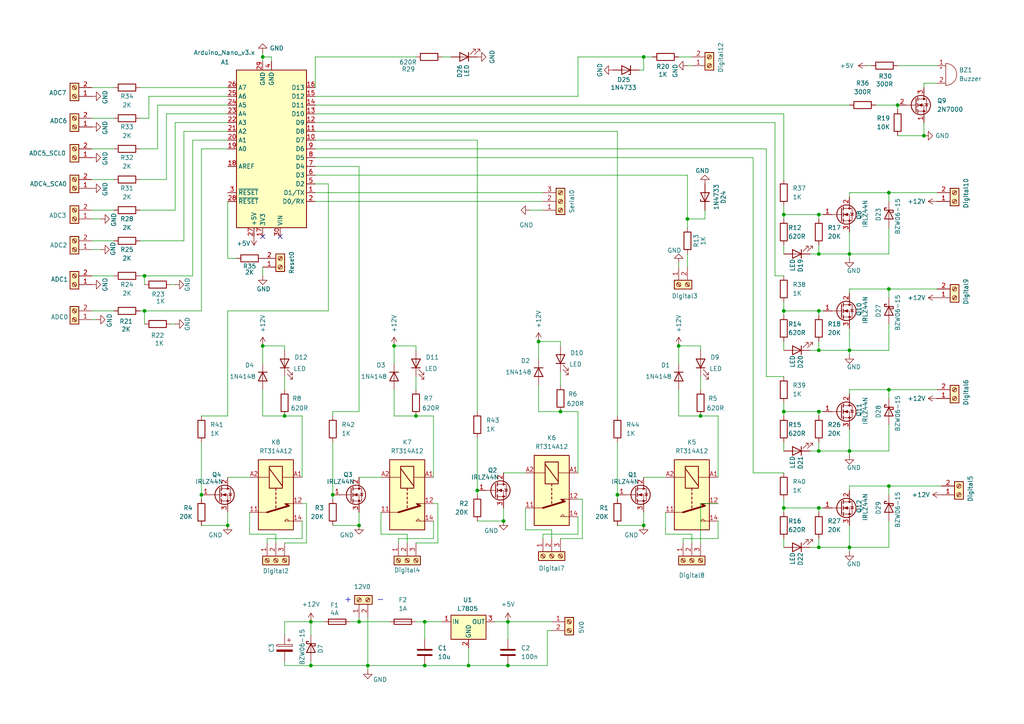
<source format=kicad_sch>
(kicad_sch
	(version 20250114)
	(generator "eeschema")
	(generator_version "9.0")
	(uuid "e0b4e026-eb74-44e8-8bd2-773b4ff73778")
	(paper "A4")
	(lib_symbols
		(symbol "Connector:Screw_Terminal_01x02"
			(pin_names
				(offset 1.016)
				(hide yes)
			)
			(exclude_from_sim no)
			(in_bom yes)
			(on_board yes)
			(property "Reference" "J"
				(at 0 2.54 0)
				(effects
					(font
						(size 1.27 1.27)
					)
				)
			)
			(property "Value" "Screw_Terminal_01x02"
				(at 0 -5.08 0)
				(effects
					(font
						(size 1.27 1.27)
					)
				)
			)
			(property "Footprint" ""
				(at 0 0 0)
				(effects
					(font
						(size 1.27 1.27)
					)
					(hide yes)
				)
			)
			(property "Datasheet" "~"
				(at 0 0 0)
				(effects
					(font
						(size 1.27 1.27)
					)
					(hide yes)
				)
			)
			(property "Description" "Generic screw terminal, single row, 01x02, script generated (kicad-library-utils/schlib/autogen/connector/)"
				(at 0 0 0)
				(effects
					(font
						(size 1.27 1.27)
					)
					(hide yes)
				)
			)
			(property "ki_keywords" "screw terminal"
				(at 0 0 0)
				(effects
					(font
						(size 1.27 1.27)
					)
					(hide yes)
				)
			)
			(property "ki_fp_filters" "TerminalBlock*:*"
				(at 0 0 0)
				(effects
					(font
						(size 1.27 1.27)
					)
					(hide yes)
				)
			)
			(symbol "Screw_Terminal_01x02_1_1"
				(rectangle
					(start -1.27 1.27)
					(end 1.27 -3.81)
					(stroke
						(width 0.254)
						(type default)
					)
					(fill
						(type background)
					)
				)
				(polyline
					(pts
						(xy -0.5334 0.3302) (xy 0.3302 -0.508)
					)
					(stroke
						(width 0.1524)
						(type default)
					)
					(fill
						(type none)
					)
				)
				(polyline
					(pts
						(xy -0.5334 -2.2098) (xy 0.3302 -3.048)
					)
					(stroke
						(width 0.1524)
						(type default)
					)
					(fill
						(type none)
					)
				)
				(polyline
					(pts
						(xy -0.3556 0.508) (xy 0.508 -0.3302)
					)
					(stroke
						(width 0.1524)
						(type default)
					)
					(fill
						(type none)
					)
				)
				(polyline
					(pts
						(xy -0.3556 -2.032) (xy 0.508 -2.8702)
					)
					(stroke
						(width 0.1524)
						(type default)
					)
					(fill
						(type none)
					)
				)
				(circle
					(center 0 0)
					(radius 0.635)
					(stroke
						(width 0.1524)
						(type default)
					)
					(fill
						(type none)
					)
				)
				(circle
					(center 0 -2.54)
					(radius 0.635)
					(stroke
						(width 0.1524)
						(type default)
					)
					(fill
						(type none)
					)
				)
				(pin passive line
					(at -5.08 0 0)
					(length 3.81)
					(name "Pin_1"
						(effects
							(font
								(size 1.27 1.27)
							)
						)
					)
					(number "1"
						(effects
							(font
								(size 1.27 1.27)
							)
						)
					)
				)
				(pin passive line
					(at -5.08 -2.54 0)
					(length 3.81)
					(name "Pin_2"
						(effects
							(font
								(size 1.27 1.27)
							)
						)
					)
					(number "2"
						(effects
							(font
								(size 1.27 1.27)
							)
						)
					)
				)
			)
			(embedded_fonts no)
		)
		(symbol "Connector:Screw_Terminal_01x03"
			(pin_names
				(offset 1.016)
				(hide yes)
			)
			(exclude_from_sim no)
			(in_bom yes)
			(on_board yes)
			(property "Reference" "J"
				(at 0 5.08 0)
				(effects
					(font
						(size 1.27 1.27)
					)
				)
			)
			(property "Value" "Screw_Terminal_01x03"
				(at 0 -5.08 0)
				(effects
					(font
						(size 1.27 1.27)
					)
				)
			)
			(property "Footprint" ""
				(at 0 0 0)
				(effects
					(font
						(size 1.27 1.27)
					)
					(hide yes)
				)
			)
			(property "Datasheet" "~"
				(at 0 0 0)
				(effects
					(font
						(size 1.27 1.27)
					)
					(hide yes)
				)
			)
			(property "Description" "Generic screw terminal, single row, 01x03, script generated (kicad-library-utils/schlib/autogen/connector/)"
				(at 0 0 0)
				(effects
					(font
						(size 1.27 1.27)
					)
					(hide yes)
				)
			)
			(property "ki_keywords" "screw terminal"
				(at 0 0 0)
				(effects
					(font
						(size 1.27 1.27)
					)
					(hide yes)
				)
			)
			(property "ki_fp_filters" "TerminalBlock*:*"
				(at 0 0 0)
				(effects
					(font
						(size 1.27 1.27)
					)
					(hide yes)
				)
			)
			(symbol "Screw_Terminal_01x03_1_1"
				(rectangle
					(start -1.27 3.81)
					(end 1.27 -3.81)
					(stroke
						(width 0.254)
						(type default)
					)
					(fill
						(type background)
					)
				)
				(polyline
					(pts
						(xy -0.5334 2.8702) (xy 0.3302 2.032)
					)
					(stroke
						(width 0.1524)
						(type default)
					)
					(fill
						(type none)
					)
				)
				(polyline
					(pts
						(xy -0.5334 0.3302) (xy 0.3302 -0.508)
					)
					(stroke
						(width 0.1524)
						(type default)
					)
					(fill
						(type none)
					)
				)
				(polyline
					(pts
						(xy -0.5334 -2.2098) (xy 0.3302 -3.048)
					)
					(stroke
						(width 0.1524)
						(type default)
					)
					(fill
						(type none)
					)
				)
				(polyline
					(pts
						(xy -0.3556 3.048) (xy 0.508 2.2098)
					)
					(stroke
						(width 0.1524)
						(type default)
					)
					(fill
						(type none)
					)
				)
				(polyline
					(pts
						(xy -0.3556 0.508) (xy 0.508 -0.3302)
					)
					(stroke
						(width 0.1524)
						(type default)
					)
					(fill
						(type none)
					)
				)
				(polyline
					(pts
						(xy -0.3556 -2.032) (xy 0.508 -2.8702)
					)
					(stroke
						(width 0.1524)
						(type default)
					)
					(fill
						(type none)
					)
				)
				(circle
					(center 0 2.54)
					(radius 0.635)
					(stroke
						(width 0.1524)
						(type default)
					)
					(fill
						(type none)
					)
				)
				(circle
					(center 0 0)
					(radius 0.635)
					(stroke
						(width 0.1524)
						(type default)
					)
					(fill
						(type none)
					)
				)
				(circle
					(center 0 -2.54)
					(radius 0.635)
					(stroke
						(width 0.1524)
						(type default)
					)
					(fill
						(type none)
					)
				)
				(pin passive line
					(at -5.08 2.54 0)
					(length 3.81)
					(name "Pin_1"
						(effects
							(font
								(size 1.27 1.27)
							)
						)
					)
					(number "1"
						(effects
							(font
								(size 1.27 1.27)
							)
						)
					)
				)
				(pin passive line
					(at -5.08 0 0)
					(length 3.81)
					(name "Pin_2"
						(effects
							(font
								(size 1.27 1.27)
							)
						)
					)
					(number "2"
						(effects
							(font
								(size 1.27 1.27)
							)
						)
					)
				)
				(pin passive line
					(at -5.08 -2.54 0)
					(length 3.81)
					(name "Pin_3"
						(effects
							(font
								(size 1.27 1.27)
							)
						)
					)
					(number "3"
						(effects
							(font
								(size 1.27 1.27)
							)
						)
					)
				)
			)
			(embedded_fonts no)
		)
		(symbol "Device:Buzzer"
			(pin_names
				(offset 0.0254)
				(hide yes)
			)
			(exclude_from_sim no)
			(in_bom yes)
			(on_board yes)
			(property "Reference" "BZ"
				(at 3.81 1.27 0)
				(effects
					(font
						(size 1.27 1.27)
					)
					(justify left)
				)
			)
			(property "Value" "Buzzer"
				(at 3.81 -1.27 0)
				(effects
					(font
						(size 1.27 1.27)
					)
					(justify left)
				)
			)
			(property "Footprint" ""
				(at -0.635 2.54 90)
				(effects
					(font
						(size 1.27 1.27)
					)
					(hide yes)
				)
			)
			(property "Datasheet" "~"
				(at -0.635 2.54 90)
				(effects
					(font
						(size 1.27 1.27)
					)
					(hide yes)
				)
			)
			(property "Description" "Buzzer, polarized"
				(at 0 0 0)
				(effects
					(font
						(size 1.27 1.27)
					)
					(hide yes)
				)
			)
			(property "ki_keywords" "quartz resonator ceramic"
				(at 0 0 0)
				(effects
					(font
						(size 1.27 1.27)
					)
					(hide yes)
				)
			)
			(property "ki_fp_filters" "*Buzzer*"
				(at 0 0 0)
				(effects
					(font
						(size 1.27 1.27)
					)
					(hide yes)
				)
			)
			(symbol "Buzzer_0_1"
				(polyline
					(pts
						(xy -1.651 1.905) (xy -1.143 1.905)
					)
					(stroke
						(width 0)
						(type default)
					)
					(fill
						(type none)
					)
				)
				(polyline
					(pts
						(xy -1.397 2.159) (xy -1.397 1.651)
					)
					(stroke
						(width 0)
						(type default)
					)
					(fill
						(type none)
					)
				)
				(arc
					(start 0 3.175)
					(mid 3.1612 0)
					(end 0 -3.175)
					(stroke
						(width 0)
						(type default)
					)
					(fill
						(type none)
					)
				)
				(polyline
					(pts
						(xy 0 3.175) (xy 0 -3.175)
					)
					(stroke
						(width 0)
						(type default)
					)
					(fill
						(type none)
					)
				)
			)
			(symbol "Buzzer_1_1"
				(pin passive line
					(at -2.54 2.54 0)
					(length 2.54)
					(name "+"
						(effects
							(font
								(size 1.27 1.27)
							)
						)
					)
					(number "1"
						(effects
							(font
								(size 1.27 1.27)
							)
						)
					)
				)
				(pin passive line
					(at -2.54 -2.54 0)
					(length 2.54)
					(name "-"
						(effects
							(font
								(size 1.27 1.27)
							)
						)
					)
					(number "2"
						(effects
							(font
								(size 1.27 1.27)
							)
						)
					)
				)
			)
			(embedded_fonts no)
		)
		(symbol "Device:C"
			(pin_numbers
				(hide yes)
			)
			(pin_names
				(offset 0.254)
			)
			(exclude_from_sim no)
			(in_bom yes)
			(on_board yes)
			(property "Reference" "C"
				(at 0.635 2.54 0)
				(effects
					(font
						(size 1.27 1.27)
					)
					(justify left)
				)
			)
			(property "Value" "C"
				(at 0.635 -2.54 0)
				(effects
					(font
						(size 1.27 1.27)
					)
					(justify left)
				)
			)
			(property "Footprint" ""
				(at 0.9652 -3.81 0)
				(effects
					(font
						(size 1.27 1.27)
					)
					(hide yes)
				)
			)
			(property "Datasheet" "~"
				(at 0 0 0)
				(effects
					(font
						(size 1.27 1.27)
					)
					(hide yes)
				)
			)
			(property "Description" "Unpolarized capacitor"
				(at 0 0 0)
				(effects
					(font
						(size 1.27 1.27)
					)
					(hide yes)
				)
			)
			(property "ki_keywords" "cap capacitor"
				(at 0 0 0)
				(effects
					(font
						(size 1.27 1.27)
					)
					(hide yes)
				)
			)
			(property "ki_fp_filters" "C_*"
				(at 0 0 0)
				(effects
					(font
						(size 1.27 1.27)
					)
					(hide yes)
				)
			)
			(symbol "C_0_1"
				(polyline
					(pts
						(xy -2.032 0.762) (xy 2.032 0.762)
					)
					(stroke
						(width 0.508)
						(type default)
					)
					(fill
						(type none)
					)
				)
				(polyline
					(pts
						(xy -2.032 -0.762) (xy 2.032 -0.762)
					)
					(stroke
						(width 0.508)
						(type default)
					)
					(fill
						(type none)
					)
				)
			)
			(symbol "C_1_1"
				(pin passive line
					(at 0 3.81 270)
					(length 2.794)
					(name "~"
						(effects
							(font
								(size 1.27 1.27)
							)
						)
					)
					(number "1"
						(effects
							(font
								(size 1.27 1.27)
							)
						)
					)
				)
				(pin passive line
					(at 0 -3.81 90)
					(length 2.794)
					(name "~"
						(effects
							(font
								(size 1.27 1.27)
							)
						)
					)
					(number "2"
						(effects
							(font
								(size 1.27 1.27)
							)
						)
					)
				)
			)
			(embedded_fonts no)
		)
		(symbol "Device:C_Polarized"
			(pin_numbers
				(hide yes)
			)
			(pin_names
				(offset 0.254)
			)
			(exclude_from_sim no)
			(in_bom yes)
			(on_board yes)
			(property "Reference" "C"
				(at 0.635 2.54 0)
				(effects
					(font
						(size 1.27 1.27)
					)
					(justify left)
				)
			)
			(property "Value" "C_Polarized"
				(at 0.635 -2.54 0)
				(effects
					(font
						(size 1.27 1.27)
					)
					(justify left)
				)
			)
			(property "Footprint" ""
				(at 0.9652 -3.81 0)
				(effects
					(font
						(size 1.27 1.27)
					)
					(hide yes)
				)
			)
			(property "Datasheet" "~"
				(at 0 0 0)
				(effects
					(font
						(size 1.27 1.27)
					)
					(hide yes)
				)
			)
			(property "Description" "Polarized capacitor"
				(at 0 0 0)
				(effects
					(font
						(size 1.27 1.27)
					)
					(hide yes)
				)
			)
			(property "ki_keywords" "cap capacitor"
				(at 0 0 0)
				(effects
					(font
						(size 1.27 1.27)
					)
					(hide yes)
				)
			)
			(property "ki_fp_filters" "CP_*"
				(at 0 0 0)
				(effects
					(font
						(size 1.27 1.27)
					)
					(hide yes)
				)
			)
			(symbol "C_Polarized_0_1"
				(rectangle
					(start -2.286 0.508)
					(end 2.286 1.016)
					(stroke
						(width 0)
						(type default)
					)
					(fill
						(type none)
					)
				)
				(polyline
					(pts
						(xy -1.778 2.286) (xy -0.762 2.286)
					)
					(stroke
						(width 0)
						(type default)
					)
					(fill
						(type none)
					)
				)
				(polyline
					(pts
						(xy -1.27 2.794) (xy -1.27 1.778)
					)
					(stroke
						(width 0)
						(type default)
					)
					(fill
						(type none)
					)
				)
				(rectangle
					(start 2.286 -0.508)
					(end -2.286 -1.016)
					(stroke
						(width 0)
						(type default)
					)
					(fill
						(type outline)
					)
				)
			)
			(symbol "C_Polarized_1_1"
				(pin passive line
					(at 0 3.81 270)
					(length 2.794)
					(name "~"
						(effects
							(font
								(size 1.27 1.27)
							)
						)
					)
					(number "1"
						(effects
							(font
								(size 1.27 1.27)
							)
						)
					)
				)
				(pin passive line
					(at 0 -3.81 90)
					(length 2.794)
					(name "~"
						(effects
							(font
								(size 1.27 1.27)
							)
						)
					)
					(number "2"
						(effects
							(font
								(size 1.27 1.27)
							)
						)
					)
				)
			)
			(embedded_fonts no)
		)
		(symbol "Device:D_Schottky"
			(pin_numbers
				(hide yes)
			)
			(pin_names
				(offset 1.016)
				(hide yes)
			)
			(exclude_from_sim no)
			(in_bom yes)
			(on_board yes)
			(property "Reference" "D"
				(at 0 2.54 0)
				(effects
					(font
						(size 1.27 1.27)
					)
				)
			)
			(property "Value" "D_Schottky"
				(at 0 -2.54 0)
				(effects
					(font
						(size 1.27 1.27)
					)
				)
			)
			(property "Footprint" ""
				(at 0 0 0)
				(effects
					(font
						(size 1.27 1.27)
					)
					(hide yes)
				)
			)
			(property "Datasheet" "~"
				(at 0 0 0)
				(effects
					(font
						(size 1.27 1.27)
					)
					(hide yes)
				)
			)
			(property "Description" "Schottky diode"
				(at 0 0 0)
				(effects
					(font
						(size 1.27 1.27)
					)
					(hide yes)
				)
			)
			(property "ki_keywords" "diode Schottky"
				(at 0 0 0)
				(effects
					(font
						(size 1.27 1.27)
					)
					(hide yes)
				)
			)
			(property "ki_fp_filters" "TO-???* *_Diode_* *SingleDiode* D_*"
				(at 0 0 0)
				(effects
					(font
						(size 1.27 1.27)
					)
					(hide yes)
				)
			)
			(symbol "D_Schottky_0_1"
				(polyline
					(pts
						(xy -1.905 0.635) (xy -1.905 1.27) (xy -1.27 1.27) (xy -1.27 -1.27) (xy -0.635 -1.27) (xy -0.635 -0.635)
					)
					(stroke
						(width 0.254)
						(type default)
					)
					(fill
						(type none)
					)
				)
				(polyline
					(pts
						(xy 1.27 1.27) (xy 1.27 -1.27) (xy -1.27 0) (xy 1.27 1.27)
					)
					(stroke
						(width 0.254)
						(type default)
					)
					(fill
						(type none)
					)
				)
				(polyline
					(pts
						(xy 1.27 0) (xy -1.27 0)
					)
					(stroke
						(width 0)
						(type default)
					)
					(fill
						(type none)
					)
				)
			)
			(symbol "D_Schottky_1_1"
				(pin passive line
					(at -3.81 0 0)
					(length 2.54)
					(name "K"
						(effects
							(font
								(size 1.27 1.27)
							)
						)
					)
					(number "1"
						(effects
							(font
								(size 1.27 1.27)
							)
						)
					)
				)
				(pin passive line
					(at 3.81 0 180)
					(length 2.54)
					(name "A"
						(effects
							(font
								(size 1.27 1.27)
							)
						)
					)
					(number "2"
						(effects
							(font
								(size 1.27 1.27)
							)
						)
					)
				)
			)
			(embedded_fonts no)
		)
		(symbol "Device:Fuse"
			(pin_numbers
				(hide yes)
			)
			(pin_names
				(offset 0)
			)
			(exclude_from_sim no)
			(in_bom yes)
			(on_board yes)
			(property "Reference" "F"
				(at 2.032 0 90)
				(effects
					(font
						(size 1.27 1.27)
					)
				)
			)
			(property "Value" "Fuse"
				(at -1.905 0 90)
				(effects
					(font
						(size 1.27 1.27)
					)
				)
			)
			(property "Footprint" ""
				(at -1.778 0 90)
				(effects
					(font
						(size 1.27 1.27)
					)
					(hide yes)
				)
			)
			(property "Datasheet" "~"
				(at 0 0 0)
				(effects
					(font
						(size 1.27 1.27)
					)
					(hide yes)
				)
			)
			(property "Description" "Fuse"
				(at 0 0 0)
				(effects
					(font
						(size 1.27 1.27)
					)
					(hide yes)
				)
			)
			(property "ki_keywords" "fuse"
				(at 0 0 0)
				(effects
					(font
						(size 1.27 1.27)
					)
					(hide yes)
				)
			)
			(property "ki_fp_filters" "*Fuse*"
				(at 0 0 0)
				(effects
					(font
						(size 1.27 1.27)
					)
					(hide yes)
				)
			)
			(symbol "Fuse_0_1"
				(rectangle
					(start -0.762 -2.54)
					(end 0.762 2.54)
					(stroke
						(width 0.254)
						(type default)
					)
					(fill
						(type none)
					)
				)
				(polyline
					(pts
						(xy 0 2.54) (xy 0 -2.54)
					)
					(stroke
						(width 0)
						(type default)
					)
					(fill
						(type none)
					)
				)
			)
			(symbol "Fuse_1_1"
				(pin passive line
					(at 0 3.81 270)
					(length 1.27)
					(name "~"
						(effects
							(font
								(size 1.27 1.27)
							)
						)
					)
					(number "1"
						(effects
							(font
								(size 1.27 1.27)
							)
						)
					)
				)
				(pin passive line
					(at 0 -3.81 90)
					(length 1.27)
					(name "~"
						(effects
							(font
								(size 1.27 1.27)
							)
						)
					)
					(number "2"
						(effects
							(font
								(size 1.27 1.27)
							)
						)
					)
				)
			)
			(embedded_fonts no)
		)
		(symbol "Device:LED"
			(pin_numbers
				(hide yes)
			)
			(pin_names
				(offset 1.016)
				(hide yes)
			)
			(exclude_from_sim no)
			(in_bom yes)
			(on_board yes)
			(property "Reference" "D"
				(at 0 2.54 0)
				(effects
					(font
						(size 1.27 1.27)
					)
				)
			)
			(property "Value" "LED"
				(at 0 -2.54 0)
				(effects
					(font
						(size 1.27 1.27)
					)
				)
			)
			(property "Footprint" ""
				(at 0 0 0)
				(effects
					(font
						(size 1.27 1.27)
					)
					(hide yes)
				)
			)
			(property "Datasheet" "~"
				(at 0 0 0)
				(effects
					(font
						(size 1.27 1.27)
					)
					(hide yes)
				)
			)
			(property "Description" "Light emitting diode"
				(at 0 0 0)
				(effects
					(font
						(size 1.27 1.27)
					)
					(hide yes)
				)
			)
			(property "Sim.Pins" "1=K 2=A"
				(at 0 0 0)
				(effects
					(font
						(size 1.27 1.27)
					)
					(hide yes)
				)
			)
			(property "ki_keywords" "LED diode"
				(at 0 0 0)
				(effects
					(font
						(size 1.27 1.27)
					)
					(hide yes)
				)
			)
			(property "ki_fp_filters" "LED* LED_SMD:* LED_THT:*"
				(at 0 0 0)
				(effects
					(font
						(size 1.27 1.27)
					)
					(hide yes)
				)
			)
			(symbol "LED_0_1"
				(polyline
					(pts
						(xy -3.048 -0.762) (xy -4.572 -2.286) (xy -3.81 -2.286) (xy -4.572 -2.286) (xy -4.572 -1.524)
					)
					(stroke
						(width 0)
						(type default)
					)
					(fill
						(type none)
					)
				)
				(polyline
					(pts
						(xy -1.778 -0.762) (xy -3.302 -2.286) (xy -2.54 -2.286) (xy -3.302 -2.286) (xy -3.302 -1.524)
					)
					(stroke
						(width 0)
						(type default)
					)
					(fill
						(type none)
					)
				)
				(polyline
					(pts
						(xy -1.27 0) (xy 1.27 0)
					)
					(stroke
						(width 0)
						(type default)
					)
					(fill
						(type none)
					)
				)
				(polyline
					(pts
						(xy -1.27 -1.27) (xy -1.27 1.27)
					)
					(stroke
						(width 0.254)
						(type default)
					)
					(fill
						(type none)
					)
				)
				(polyline
					(pts
						(xy 1.27 -1.27) (xy 1.27 1.27) (xy -1.27 0) (xy 1.27 -1.27)
					)
					(stroke
						(width 0.254)
						(type default)
					)
					(fill
						(type none)
					)
				)
			)
			(symbol "LED_1_1"
				(pin passive line
					(at -3.81 0 0)
					(length 2.54)
					(name "K"
						(effects
							(font
								(size 1.27 1.27)
							)
						)
					)
					(number "1"
						(effects
							(font
								(size 1.27 1.27)
							)
						)
					)
				)
				(pin passive line
					(at 3.81 0 180)
					(length 2.54)
					(name "A"
						(effects
							(font
								(size 1.27 1.27)
							)
						)
					)
					(number "2"
						(effects
							(font
								(size 1.27 1.27)
							)
						)
					)
				)
			)
			(embedded_fonts no)
		)
		(symbol "Device:R"
			(pin_numbers
				(hide yes)
			)
			(pin_names
				(offset 0)
			)
			(exclude_from_sim no)
			(in_bom yes)
			(on_board yes)
			(property "Reference" "R"
				(at 2.032 0 90)
				(effects
					(font
						(size 1.27 1.27)
					)
				)
			)
			(property "Value" "R"
				(at 0 0 90)
				(effects
					(font
						(size 1.27 1.27)
					)
				)
			)
			(property "Footprint" ""
				(at -1.778 0 90)
				(effects
					(font
						(size 1.27 1.27)
					)
					(hide yes)
				)
			)
			(property "Datasheet" "~"
				(at 0 0 0)
				(effects
					(font
						(size 1.27 1.27)
					)
					(hide yes)
				)
			)
			(property "Description" "Resistor"
				(at 0 0 0)
				(effects
					(font
						(size 1.27 1.27)
					)
					(hide yes)
				)
			)
			(property "ki_keywords" "R res resistor"
				(at 0 0 0)
				(effects
					(font
						(size 1.27 1.27)
					)
					(hide yes)
				)
			)
			(property "ki_fp_filters" "R_*"
				(at 0 0 0)
				(effects
					(font
						(size 1.27 1.27)
					)
					(hide yes)
				)
			)
			(symbol "R_0_1"
				(rectangle
					(start -1.016 -2.54)
					(end 1.016 2.54)
					(stroke
						(width 0.254)
						(type default)
					)
					(fill
						(type none)
					)
				)
			)
			(symbol "R_1_1"
				(pin passive line
					(at 0 3.81 270)
					(length 1.27)
					(name "~"
						(effects
							(font
								(size 1.27 1.27)
							)
						)
					)
					(number "1"
						(effects
							(font
								(size 1.27 1.27)
							)
						)
					)
				)
				(pin passive line
					(at 0 -3.81 90)
					(length 1.27)
					(name "~"
						(effects
							(font
								(size 1.27 1.27)
							)
						)
					)
					(number "2"
						(effects
							(font
								(size 1.27 1.27)
							)
						)
					)
				)
			)
			(embedded_fonts no)
		)
		(symbol "Diode:1N4148"
			(pin_numbers
				(hide yes)
			)
			(pin_names
				(hide yes)
			)
			(exclude_from_sim no)
			(in_bom yes)
			(on_board yes)
			(property "Reference" "D"
				(at 0 2.54 0)
				(effects
					(font
						(size 1.27 1.27)
					)
				)
			)
			(property "Value" "1N4148"
				(at 0 -2.54 0)
				(effects
					(font
						(size 1.27 1.27)
					)
				)
			)
			(property "Footprint" "Diode_THT:D_DO-35_SOD27_P7.62mm_Horizontal"
				(at 0 0 0)
				(effects
					(font
						(size 1.27 1.27)
					)
					(hide yes)
				)
			)
			(property "Datasheet" "https://assets.nexperia.com/documents/data-sheet/1N4148_1N4448.pdf"
				(at 0 0 0)
				(effects
					(font
						(size 1.27 1.27)
					)
					(hide yes)
				)
			)
			(property "Description" "100V 0.15A standard switching diode, DO-35"
				(at 0 0 0)
				(effects
					(font
						(size 1.27 1.27)
					)
					(hide yes)
				)
			)
			(property "Sim.Device" "D"
				(at 0 0 0)
				(effects
					(font
						(size 1.27 1.27)
					)
					(hide yes)
				)
			)
			(property "Sim.Pins" "1=K 2=A"
				(at 0 0 0)
				(effects
					(font
						(size 1.27 1.27)
					)
					(hide yes)
				)
			)
			(property "ki_keywords" "diode"
				(at 0 0 0)
				(effects
					(font
						(size 1.27 1.27)
					)
					(hide yes)
				)
			)
			(property "ki_fp_filters" "D*DO?35*"
				(at 0 0 0)
				(effects
					(font
						(size 1.27 1.27)
					)
					(hide yes)
				)
			)
			(symbol "1N4148_0_1"
				(polyline
					(pts
						(xy -1.27 1.27) (xy -1.27 -1.27)
					)
					(stroke
						(width 0.254)
						(type default)
					)
					(fill
						(type none)
					)
				)
				(polyline
					(pts
						(xy 1.27 1.27) (xy 1.27 -1.27) (xy -1.27 0) (xy 1.27 1.27)
					)
					(stroke
						(width 0.254)
						(type default)
					)
					(fill
						(type none)
					)
				)
				(polyline
					(pts
						(xy 1.27 0) (xy -1.27 0)
					)
					(stroke
						(width 0)
						(type default)
					)
					(fill
						(type none)
					)
				)
			)
			(symbol "1N4148_1_1"
				(pin passive line
					(at -3.81 0 0)
					(length 2.54)
					(name "K"
						(effects
							(font
								(size 1.27 1.27)
							)
						)
					)
					(number "1"
						(effects
							(font
								(size 1.27 1.27)
							)
						)
					)
				)
				(pin passive line
					(at 3.81 0 180)
					(length 2.54)
					(name "A"
						(effects
							(font
								(size 1.27 1.27)
							)
						)
					)
					(number "2"
						(effects
							(font
								(size 1.27 1.27)
							)
						)
					)
				)
			)
			(embedded_fonts no)
		)
		(symbol "Diode:1N47xxA"
			(pin_numbers
				(hide yes)
			)
			(pin_names
				(hide yes)
			)
			(exclude_from_sim no)
			(in_bom yes)
			(on_board yes)
			(property "Reference" "D"
				(at 0 2.54 0)
				(effects
					(font
						(size 1.27 1.27)
					)
				)
			)
			(property "Value" "1N47xxA"
				(at 0 -2.54 0)
				(effects
					(font
						(size 1.27 1.27)
					)
				)
			)
			(property "Footprint" "Diode_THT:D_DO-41_SOD81_P10.16mm_Horizontal"
				(at 0 -4.445 0)
				(effects
					(font
						(size 1.27 1.27)
					)
					(hide yes)
				)
			)
			(property "Datasheet" "https://www.vishay.com/docs/85816/1n4728a.pdf"
				(at 0 0 0)
				(effects
					(font
						(size 1.27 1.27)
					)
					(hide yes)
				)
			)
			(property "Description" "1300mW Silicon planar power Zener diodes, DO-41"
				(at 0 0 0)
				(effects
					(font
						(size 1.27 1.27)
					)
					(hide yes)
				)
			)
			(property "ki_keywords" "zener diode"
				(at 0 0 0)
				(effects
					(font
						(size 1.27 1.27)
					)
					(hide yes)
				)
			)
			(property "ki_fp_filters" "D*DO?41*"
				(at 0 0 0)
				(effects
					(font
						(size 1.27 1.27)
					)
					(hide yes)
				)
			)
			(symbol "1N47xxA_0_1"
				(polyline
					(pts
						(xy -1.27 -1.27) (xy -1.27 1.27) (xy -0.762 1.27)
					)
					(stroke
						(width 0.254)
						(type default)
					)
					(fill
						(type none)
					)
				)
				(polyline
					(pts
						(xy 1.27 0) (xy -1.27 0)
					)
					(stroke
						(width 0)
						(type default)
					)
					(fill
						(type none)
					)
				)
				(polyline
					(pts
						(xy 1.27 -1.27) (xy 1.27 1.27) (xy -1.27 0) (xy 1.27 -1.27)
					)
					(stroke
						(width 0.254)
						(type default)
					)
					(fill
						(type none)
					)
				)
			)
			(symbol "1N47xxA_1_1"
				(pin passive line
					(at -3.81 0 0)
					(length 2.54)
					(name "K"
						(effects
							(font
								(size 1.27 1.27)
							)
						)
					)
					(number "1"
						(effects
							(font
								(size 1.27 1.27)
							)
						)
					)
				)
				(pin passive line
					(at 3.81 0 180)
					(length 2.54)
					(name "A"
						(effects
							(font
								(size 1.27 1.27)
							)
						)
					)
					(number "2"
						(effects
							(font
								(size 1.27 1.27)
							)
						)
					)
				)
			)
			(embedded_fonts no)
		)
		(symbol "MCU_Module:Arduino_Nano_v3.x"
			(exclude_from_sim no)
			(in_bom yes)
			(on_board yes)
			(property "Reference" "A"
				(at -10.16 23.495 0)
				(effects
					(font
						(size 1.27 1.27)
					)
					(justify left bottom)
				)
			)
			(property "Value" "Arduino_Nano_v3.x"
				(at 5.08 -24.13 0)
				(effects
					(font
						(size 1.27 1.27)
					)
					(justify left top)
				)
			)
			(property "Footprint" "Module:Arduino_Nano"
				(at 0 0 0)
				(effects
					(font
						(size 1.27 1.27)
						(italic yes)
					)
					(hide yes)
				)
			)
			(property "Datasheet" "http://www.mouser.com/pdfdocs/Gravitech_Arduino_Nano3_0.pdf"
				(at 0 0 0)
				(effects
					(font
						(size 1.27 1.27)
					)
					(hide yes)
				)
			)
			(property "Description" "Arduino Nano v3.x"
				(at 0 0 0)
				(effects
					(font
						(size 1.27 1.27)
					)
					(hide yes)
				)
			)
			(property "ki_keywords" "Arduino nano microcontroller module USB"
				(at 0 0 0)
				(effects
					(font
						(size 1.27 1.27)
					)
					(hide yes)
				)
			)
			(property "ki_fp_filters" "Arduino*Nano*"
				(at 0 0 0)
				(effects
					(font
						(size 1.27 1.27)
					)
					(hide yes)
				)
			)
			(symbol "Arduino_Nano_v3.x_0_1"
				(rectangle
					(start -10.16 22.86)
					(end 10.16 -22.86)
					(stroke
						(width 0.254)
						(type default)
					)
					(fill
						(type background)
					)
				)
			)
			(symbol "Arduino_Nano_v3.x_1_1"
				(pin bidirectional line
					(at -12.7 15.24 0)
					(length 2.54)
					(name "D0/RX"
						(effects
							(font
								(size 1.27 1.27)
							)
						)
					)
					(number "2"
						(effects
							(font
								(size 1.27 1.27)
							)
						)
					)
				)
				(pin bidirectional line
					(at -12.7 12.7 0)
					(length 2.54)
					(name "D1/TX"
						(effects
							(font
								(size 1.27 1.27)
							)
						)
					)
					(number "1"
						(effects
							(font
								(size 1.27 1.27)
							)
						)
					)
				)
				(pin bidirectional line
					(at -12.7 10.16 0)
					(length 2.54)
					(name "D2"
						(effects
							(font
								(size 1.27 1.27)
							)
						)
					)
					(number "5"
						(effects
							(font
								(size 1.27 1.27)
							)
						)
					)
				)
				(pin bidirectional line
					(at -12.7 7.62 0)
					(length 2.54)
					(name "D3"
						(effects
							(font
								(size 1.27 1.27)
							)
						)
					)
					(number "6"
						(effects
							(font
								(size 1.27 1.27)
							)
						)
					)
				)
				(pin bidirectional line
					(at -12.7 5.08 0)
					(length 2.54)
					(name "D4"
						(effects
							(font
								(size 1.27 1.27)
							)
						)
					)
					(number "7"
						(effects
							(font
								(size 1.27 1.27)
							)
						)
					)
				)
				(pin bidirectional line
					(at -12.7 2.54 0)
					(length 2.54)
					(name "D5"
						(effects
							(font
								(size 1.27 1.27)
							)
						)
					)
					(number "8"
						(effects
							(font
								(size 1.27 1.27)
							)
						)
					)
				)
				(pin bidirectional line
					(at -12.7 0 0)
					(length 2.54)
					(name "D6"
						(effects
							(font
								(size 1.27 1.27)
							)
						)
					)
					(number "9"
						(effects
							(font
								(size 1.27 1.27)
							)
						)
					)
				)
				(pin bidirectional line
					(at -12.7 -2.54 0)
					(length 2.54)
					(name "D7"
						(effects
							(font
								(size 1.27 1.27)
							)
						)
					)
					(number "10"
						(effects
							(font
								(size 1.27 1.27)
							)
						)
					)
				)
				(pin bidirectional line
					(at -12.7 -5.08 0)
					(length 2.54)
					(name "D8"
						(effects
							(font
								(size 1.27 1.27)
							)
						)
					)
					(number "11"
						(effects
							(font
								(size 1.27 1.27)
							)
						)
					)
				)
				(pin bidirectional line
					(at -12.7 -7.62 0)
					(length 2.54)
					(name "D9"
						(effects
							(font
								(size 1.27 1.27)
							)
						)
					)
					(number "12"
						(effects
							(font
								(size 1.27 1.27)
							)
						)
					)
				)
				(pin bidirectional line
					(at -12.7 -10.16 0)
					(length 2.54)
					(name "D10"
						(effects
							(font
								(size 1.27 1.27)
							)
						)
					)
					(number "13"
						(effects
							(font
								(size 1.27 1.27)
							)
						)
					)
				)
				(pin bidirectional line
					(at -12.7 -12.7 0)
					(length 2.54)
					(name "D11"
						(effects
							(font
								(size 1.27 1.27)
							)
						)
					)
					(number "14"
						(effects
							(font
								(size 1.27 1.27)
							)
						)
					)
				)
				(pin bidirectional line
					(at -12.7 -15.24 0)
					(length 2.54)
					(name "D12"
						(effects
							(font
								(size 1.27 1.27)
							)
						)
					)
					(number "15"
						(effects
							(font
								(size 1.27 1.27)
							)
						)
					)
				)
				(pin bidirectional line
					(at -12.7 -17.78 0)
					(length 2.54)
					(name "D13"
						(effects
							(font
								(size 1.27 1.27)
							)
						)
					)
					(number "16"
						(effects
							(font
								(size 1.27 1.27)
							)
						)
					)
				)
				(pin power_in line
					(at -2.54 25.4 270)
					(length 2.54)
					(name "VIN"
						(effects
							(font
								(size 1.27 1.27)
							)
						)
					)
					(number "30"
						(effects
							(font
								(size 1.27 1.27)
							)
						)
					)
				)
				(pin power_in line
					(at 0 -25.4 90)
					(length 2.54)
					(name "GND"
						(effects
							(font
								(size 1.27 1.27)
							)
						)
					)
					(number "4"
						(effects
							(font
								(size 1.27 1.27)
							)
						)
					)
				)
				(pin power_out line
					(at 2.54 25.4 270)
					(length 2.54)
					(name "3V3"
						(effects
							(font
								(size 1.27 1.27)
							)
						)
					)
					(number "17"
						(effects
							(font
								(size 1.27 1.27)
							)
						)
					)
				)
				(pin power_in line
					(at 2.54 -25.4 90)
					(length 2.54)
					(name "GND"
						(effects
							(font
								(size 1.27 1.27)
							)
						)
					)
					(number "29"
						(effects
							(font
								(size 1.27 1.27)
							)
						)
					)
				)
				(pin power_out line
					(at 5.08 25.4 270)
					(length 2.54)
					(name "+5V"
						(effects
							(font
								(size 1.27 1.27)
							)
						)
					)
					(number "27"
						(effects
							(font
								(size 1.27 1.27)
							)
						)
					)
				)
				(pin input line
					(at 12.7 15.24 180)
					(length 2.54)
					(name "~{RESET}"
						(effects
							(font
								(size 1.27 1.27)
							)
						)
					)
					(number "28"
						(effects
							(font
								(size 1.27 1.27)
							)
						)
					)
				)
				(pin input line
					(at 12.7 12.7 180)
					(length 2.54)
					(name "~{RESET}"
						(effects
							(font
								(size 1.27 1.27)
							)
						)
					)
					(number "3"
						(effects
							(font
								(size 1.27 1.27)
							)
						)
					)
				)
				(pin input line
					(at 12.7 5.08 180)
					(length 2.54)
					(name "AREF"
						(effects
							(font
								(size 1.27 1.27)
							)
						)
					)
					(number "18"
						(effects
							(font
								(size 1.27 1.27)
							)
						)
					)
				)
				(pin bidirectional line
					(at 12.7 0 180)
					(length 2.54)
					(name "A0"
						(effects
							(font
								(size 1.27 1.27)
							)
						)
					)
					(number "19"
						(effects
							(font
								(size 1.27 1.27)
							)
						)
					)
				)
				(pin bidirectional line
					(at 12.7 -2.54 180)
					(length 2.54)
					(name "A1"
						(effects
							(font
								(size 1.27 1.27)
							)
						)
					)
					(number "20"
						(effects
							(font
								(size 1.27 1.27)
							)
						)
					)
				)
				(pin bidirectional line
					(at 12.7 -5.08 180)
					(length 2.54)
					(name "A2"
						(effects
							(font
								(size 1.27 1.27)
							)
						)
					)
					(number "21"
						(effects
							(font
								(size 1.27 1.27)
							)
						)
					)
				)
				(pin bidirectional line
					(at 12.7 -7.62 180)
					(length 2.54)
					(name "A3"
						(effects
							(font
								(size 1.27 1.27)
							)
						)
					)
					(number "22"
						(effects
							(font
								(size 1.27 1.27)
							)
						)
					)
				)
				(pin bidirectional line
					(at 12.7 -10.16 180)
					(length 2.54)
					(name "A4"
						(effects
							(font
								(size 1.27 1.27)
							)
						)
					)
					(number "23"
						(effects
							(font
								(size 1.27 1.27)
							)
						)
					)
				)
				(pin bidirectional line
					(at 12.7 -12.7 180)
					(length 2.54)
					(name "A5"
						(effects
							(font
								(size 1.27 1.27)
							)
						)
					)
					(number "24"
						(effects
							(font
								(size 1.27 1.27)
							)
						)
					)
				)
				(pin bidirectional line
					(at 12.7 -15.24 180)
					(length 2.54)
					(name "A6"
						(effects
							(font
								(size 1.27 1.27)
							)
						)
					)
					(number "25"
						(effects
							(font
								(size 1.27 1.27)
							)
						)
					)
				)
				(pin bidirectional line
					(at 12.7 -17.78 180)
					(length 2.54)
					(name "A7"
						(effects
							(font
								(size 1.27 1.27)
							)
						)
					)
					(number "26"
						(effects
							(font
								(size 1.27 1.27)
							)
						)
					)
				)
			)
			(embedded_fonts no)
		)
		(symbol "Regulator_Linear:L7805"
			(pin_names
				(offset 0.254)
			)
			(exclude_from_sim no)
			(in_bom yes)
			(on_board yes)
			(property "Reference" "U"
				(at -3.81 3.175 0)
				(effects
					(font
						(size 1.27 1.27)
					)
				)
			)
			(property "Value" "L7805"
				(at 0 3.175 0)
				(effects
					(font
						(size 1.27 1.27)
					)
					(justify left)
				)
			)
			(property "Footprint" ""
				(at 0.635 -3.81 0)
				(effects
					(font
						(size 1.27 1.27)
						(italic yes)
					)
					(justify left)
					(hide yes)
				)
			)
			(property "Datasheet" "http://www.st.com/content/ccc/resource/technical/document/datasheet/41/4f/b3/b0/12/d4/47/88/CD00000444.pdf/files/CD00000444.pdf/jcr:content/translations/en.CD00000444.pdf"
				(at 0 -1.27 0)
				(effects
					(font
						(size 1.27 1.27)
					)
					(hide yes)
				)
			)
			(property "Description" "Positive 1.5A 35V Linear Regulator, Fixed Output 5V, TO-220/TO-263/TO-252"
				(at 0 0 0)
				(effects
					(font
						(size 1.27 1.27)
					)
					(hide yes)
				)
			)
			(property "ki_keywords" "Voltage Regulator 1.5A Positive"
				(at 0 0 0)
				(effects
					(font
						(size 1.27 1.27)
					)
					(hide yes)
				)
			)
			(property "ki_fp_filters" "TO?252* TO?263* TO?220*"
				(at 0 0 0)
				(effects
					(font
						(size 1.27 1.27)
					)
					(hide yes)
				)
			)
			(symbol "L7805_0_1"
				(rectangle
					(start -5.08 1.905)
					(end 5.08 -5.08)
					(stroke
						(width 0.254)
						(type default)
					)
					(fill
						(type background)
					)
				)
			)
			(symbol "L7805_1_1"
				(pin power_in line
					(at -7.62 0 0)
					(length 2.54)
					(name "IN"
						(effects
							(font
								(size 1.27 1.27)
							)
						)
					)
					(number "1"
						(effects
							(font
								(size 1.27 1.27)
							)
						)
					)
				)
				(pin power_in line
					(at 0 -7.62 90)
					(length 2.54)
					(name "GND"
						(effects
							(font
								(size 1.27 1.27)
							)
						)
					)
					(number "2"
						(effects
							(font
								(size 1.27 1.27)
							)
						)
					)
				)
				(pin power_out line
					(at 7.62 0 180)
					(length 2.54)
					(name "OUT"
						(effects
							(font
								(size 1.27 1.27)
							)
						)
					)
					(number "3"
						(effects
							(font
								(size 1.27 1.27)
							)
						)
					)
				)
			)
			(embedded_fonts no)
		)
		(symbol "Relay:RT314A12"
			(exclude_from_sim no)
			(in_bom yes)
			(on_board yes)
			(property "Reference" "K"
				(at 11.43 3.81 0)
				(effects
					(font
						(size 1.27 1.27)
					)
					(justify left)
				)
			)
			(property "Value" "RT314A12"
				(at 11.43 1.27 0)
				(effects
					(font
						(size 1.27 1.27)
					)
					(justify left)
				)
			)
			(property "Footprint" "Relay_THT:Relay_SPDT_Schrack-RT1-16A-FormC_RM5mm"
				(at 39.37 -1.27 0)
				(effects
					(font
						(size 1.27 1.27)
					)
					(hide yes)
				)
			)
			(property "Datasheet" "https://www.te.com/commerce/DocumentDelivery/DDEController?Action=srchrtrv&DocNm=RT1_bistable&DocType=DS&DocLang=English"
				(at 0 0 0)
				(effects
					(font
						(size 1.27 1.27)
					)
					(hide yes)
				)
			)
			(property "Description" "Schrack RT1 relay, bistable single pole dual throw, single DC coil, 12V"
				(at 0 0 0)
				(effects
					(font
						(size 1.27 1.27)
					)
					(hide yes)
				)
			)
			(property "ki_keywords" "TE SPDT 1P2T CO bistable DC"
				(at 0 0 0)
				(effects
					(font
						(size 1.27 1.27)
					)
					(hide yes)
				)
			)
			(property "ki_fp_filters" "Relay*SPDT*Schrack*RT1*16A*FormC*RM5mm*"
				(at 0 0 0)
				(effects
					(font
						(size 1.27 1.27)
					)
					(hide yes)
				)
			)
			(symbol "RT314A12_0_0"
				(polyline
					(pts
						(xy -2.54 1.905) (xy -7.62 -1.905)
					)
					(stroke
						(width 0.254)
						(type default)
					)
					(fill
						(type none)
					)
				)
			)
			(symbol "RT314A12_0_1"
				(rectangle
					(start -10.16 5.08)
					(end 10.16 -5.08)
					(stroke
						(width 0.254)
						(type default)
					)
					(fill
						(type background)
					)
				)
				(rectangle
					(start -8.255 1.905)
					(end -1.905 -1.905)
					(stroke
						(width 0.254)
						(type default)
					)
					(fill
						(type none)
					)
				)
				(polyline
					(pts
						(xy -5.08 5.08) (xy -5.08 1.905)
					)
					(stroke
						(width 0)
						(type default)
					)
					(fill
						(type none)
					)
				)
				(polyline
					(pts
						(xy -5.08 -5.08) (xy -5.08 -1.905)
					)
					(stroke
						(width 0)
						(type default)
					)
					(fill
						(type none)
					)
				)
				(polyline
					(pts
						(xy -1.905 0) (xy -1.27 0)
					)
					(stroke
						(width 0.254)
						(type default)
					)
					(fill
						(type none)
					)
				)
				(polyline
					(pts
						(xy -0.635 0) (xy 0 0)
					)
					(stroke
						(width 0.254)
						(type default)
					)
					(fill
						(type none)
					)
				)
				(polyline
					(pts
						(xy 0.635 0) (xy 1.27 0)
					)
					(stroke
						(width 0.254)
						(type default)
					)
					(fill
						(type none)
					)
				)
				(polyline
					(pts
						(xy 1.905 0) (xy 2.54 0)
					)
					(stroke
						(width 0.254)
						(type default)
					)
					(fill
						(type none)
					)
				)
				(polyline
					(pts
						(xy 2.54 5.08) (xy 2.54 2.54) (xy 3.175 3.175) (xy 2.54 3.81)
					)
					(stroke
						(width 0)
						(type default)
					)
					(fill
						(type outline)
					)
				)
				(polyline
					(pts
						(xy 3.175 0) (xy 3.81 0)
					)
					(stroke
						(width 0.254)
						(type default)
					)
					(fill
						(type none)
					)
				)
				(polyline
					(pts
						(xy 5.08 -2.54) (xy 3.175 3.81)
					)
					(stroke
						(width 0.508)
						(type default)
					)
					(fill
						(type none)
					)
				)
				(polyline
					(pts
						(xy 5.08 -2.54) (xy 5.08 -5.08)
					)
					(stroke
						(width 0)
						(type default)
					)
					(fill
						(type none)
					)
				)
				(polyline
					(pts
						(xy 7.62 5.08) (xy 7.62 2.54) (xy 6.985 3.175) (xy 7.62 3.81)
					)
					(stroke
						(width 0)
						(type default)
					)
					(fill
						(type none)
					)
				)
			)
			(symbol "RT314A12_1_1"
				(pin passive line
					(at -5.08 7.62 270)
					(length 2.54)
					(name "~"
						(effects
							(font
								(size 1.27 1.27)
							)
						)
					)
					(number "A1"
						(effects
							(font
								(size 1.27 1.27)
							)
						)
					)
				)
				(pin passive line
					(at -5.08 -7.62 90)
					(length 2.54)
					(name "~"
						(effects
							(font
								(size 1.27 1.27)
							)
						)
					)
					(number "A2"
						(effects
							(font
								(size 1.27 1.27)
							)
						)
					)
				)
				(pin passive line
					(at 2.54 7.62 270)
					(length 2.54)
					(name "~"
						(effects
							(font
								(size 1.27 1.27)
							)
						)
					)
					(number "12"
						(effects
							(font
								(size 1.27 1.27)
							)
						)
					)
				)
				(pin passive line
					(at 5.08 -7.62 90)
					(length 2.54)
					(name "~"
						(effects
							(font
								(size 1.27 1.27)
							)
						)
					)
					(number "11"
						(effects
							(font
								(size 1.27 1.27)
							)
						)
					)
				)
				(pin passive line
					(at 7.62 7.62 270)
					(length 2.54)
					(name "~"
						(effects
							(font
								(size 1.27 1.27)
							)
						)
					)
					(number "14"
						(effects
							(font
								(size 1.27 1.27)
							)
						)
					)
				)
			)
			(embedded_fonts no)
		)
		(symbol "Transistor_FET:2N7000"
			(pin_names
				(hide yes)
			)
			(exclude_from_sim no)
			(in_bom yes)
			(on_board yes)
			(property "Reference" "Q"
				(at 5.08 1.905 0)
				(effects
					(font
						(size 1.27 1.27)
					)
					(justify left)
				)
			)
			(property "Value" "2N7000"
				(at 5.08 0 0)
				(effects
					(font
						(size 1.27 1.27)
					)
					(justify left)
				)
			)
			(property "Footprint" "Package_TO_SOT_THT:TO-92_Inline"
				(at 5.08 -1.905 0)
				(effects
					(font
						(size 1.27 1.27)
						(italic yes)
					)
					(justify left)
					(hide yes)
				)
			)
			(property "Datasheet" "https://www.vishay.com/docs/70226/70226.pdf"
				(at 5.08 -3.81 0)
				(effects
					(font
						(size 1.27 1.27)
					)
					(justify left)
					(hide yes)
				)
			)
			(property "Description" "0.2A Id, 200V Vds, N-Channel MOSFET, 2.6V Logic Level, TO-92"
				(at 0 0 0)
				(effects
					(font
						(size 1.27 1.27)
					)
					(hide yes)
				)
			)
			(property "ki_keywords" "N-Channel MOSFET Logic-Level"
				(at 0 0 0)
				(effects
					(font
						(size 1.27 1.27)
					)
					(hide yes)
				)
			)
			(property "ki_fp_filters" "TO?92*"
				(at 0 0 0)
				(effects
					(font
						(size 1.27 1.27)
					)
					(hide yes)
				)
			)
			(symbol "2N7000_0_1"
				(polyline
					(pts
						(xy 0.254 1.905) (xy 0.254 -1.905)
					)
					(stroke
						(width 0.254)
						(type default)
					)
					(fill
						(type none)
					)
				)
				(polyline
					(pts
						(xy 0.254 0) (xy -2.54 0)
					)
					(stroke
						(width 0)
						(type default)
					)
					(fill
						(type none)
					)
				)
				(polyline
					(pts
						(xy 0.762 2.286) (xy 0.762 1.27)
					)
					(stroke
						(width 0.254)
						(type default)
					)
					(fill
						(type none)
					)
				)
				(polyline
					(pts
						(xy 0.762 0.508) (xy 0.762 -0.508)
					)
					(stroke
						(width 0.254)
						(type default)
					)
					(fill
						(type none)
					)
				)
				(polyline
					(pts
						(xy 0.762 -1.27) (xy 0.762 -2.286)
					)
					(stroke
						(width 0.254)
						(type default)
					)
					(fill
						(type none)
					)
				)
				(polyline
					(pts
						(xy 0.762 -1.778) (xy 3.302 -1.778) (xy 3.302 1.778) (xy 0.762 1.778)
					)
					(stroke
						(width 0)
						(type default)
					)
					(fill
						(type none)
					)
				)
				(polyline
					(pts
						(xy 1.016 0) (xy 2.032 0.381) (xy 2.032 -0.381) (xy 1.016 0)
					)
					(stroke
						(width 0)
						(type default)
					)
					(fill
						(type outline)
					)
				)
				(circle
					(center 1.651 0)
					(radius 2.794)
					(stroke
						(width 0.254)
						(type default)
					)
					(fill
						(type none)
					)
				)
				(polyline
					(pts
						(xy 2.54 2.54) (xy 2.54 1.778)
					)
					(stroke
						(width 0)
						(type default)
					)
					(fill
						(type none)
					)
				)
				(circle
					(center 2.54 1.778)
					(radius 0.254)
					(stroke
						(width 0)
						(type default)
					)
					(fill
						(type outline)
					)
				)
				(circle
					(center 2.54 -1.778)
					(radius 0.254)
					(stroke
						(width 0)
						(type default)
					)
					(fill
						(type outline)
					)
				)
				(polyline
					(pts
						(xy 2.54 -2.54) (xy 2.54 0) (xy 0.762 0)
					)
					(stroke
						(width 0)
						(type default)
					)
					(fill
						(type none)
					)
				)
				(polyline
					(pts
						(xy 2.794 0.508) (xy 2.921 0.381) (xy 3.683 0.381) (xy 3.81 0.254)
					)
					(stroke
						(width 0)
						(type default)
					)
					(fill
						(type none)
					)
				)
				(polyline
					(pts
						(xy 3.302 0.381) (xy 2.921 -0.254) (xy 3.683 -0.254) (xy 3.302 0.381)
					)
					(stroke
						(width 0)
						(type default)
					)
					(fill
						(type none)
					)
				)
			)
			(symbol "2N7000_1_1"
				(pin input line
					(at -5.08 0 0)
					(length 2.54)
					(name "G"
						(effects
							(font
								(size 1.27 1.27)
							)
						)
					)
					(number "2"
						(effects
							(font
								(size 1.27 1.27)
							)
						)
					)
				)
				(pin passive line
					(at 2.54 5.08 270)
					(length 2.54)
					(name "D"
						(effects
							(font
								(size 1.27 1.27)
							)
						)
					)
					(number "3"
						(effects
							(font
								(size 1.27 1.27)
							)
						)
					)
				)
				(pin passive line
					(at 2.54 -5.08 90)
					(length 2.54)
					(name "S"
						(effects
							(font
								(size 1.27 1.27)
							)
						)
					)
					(number "1"
						(effects
							(font
								(size 1.27 1.27)
							)
						)
					)
				)
			)
			(embedded_fonts no)
		)
		(symbol "Transistor_FET:IRLZ44N"
			(pin_names
				(hide yes)
			)
			(exclude_from_sim no)
			(in_bom yes)
			(on_board yes)
			(property "Reference" "Q"
				(at 5.08 1.905 0)
				(effects
					(font
						(size 1.27 1.27)
					)
					(justify left)
				)
			)
			(property "Value" "IRLZ44N"
				(at 5.08 0 0)
				(effects
					(font
						(size 1.27 1.27)
					)
					(justify left)
				)
			)
			(property "Footprint" "Package_TO_SOT_THT:TO-220-3_Vertical"
				(at 5.08 -1.905 0)
				(effects
					(font
						(size 1.27 1.27)
						(italic yes)
					)
					(justify left)
					(hide yes)
				)
			)
			(property "Datasheet" "http://www.irf.com/product-info/datasheets/data/irlz44n.pdf"
				(at 5.08 -3.81 0)
				(effects
					(font
						(size 1.27 1.27)
					)
					(justify left)
					(hide yes)
				)
			)
			(property "Description" "47A Id, 55V Vds, 22mOhm Rds Single N-Channel HEXFET Power MOSFET, TO-220AB"
				(at 0 0 0)
				(effects
					(font
						(size 1.27 1.27)
					)
					(hide yes)
				)
			)
			(property "ki_keywords" "N-Channel HEXFET MOSFET Logic-Level"
				(at 0 0 0)
				(effects
					(font
						(size 1.27 1.27)
					)
					(hide yes)
				)
			)
			(property "ki_fp_filters" "TO?220*"
				(at 0 0 0)
				(effects
					(font
						(size 1.27 1.27)
					)
					(hide yes)
				)
			)
			(symbol "IRLZ44N_0_1"
				(polyline
					(pts
						(xy 0.254 1.905) (xy 0.254 -1.905)
					)
					(stroke
						(width 0.254)
						(type default)
					)
					(fill
						(type none)
					)
				)
				(polyline
					(pts
						(xy 0.254 0) (xy -2.54 0)
					)
					(stroke
						(width 0)
						(type default)
					)
					(fill
						(type none)
					)
				)
				(polyline
					(pts
						(xy 0.762 2.286) (xy 0.762 1.27)
					)
					(stroke
						(width 0.254)
						(type default)
					)
					(fill
						(type none)
					)
				)
				(polyline
					(pts
						(xy 0.762 0.508) (xy 0.762 -0.508)
					)
					(stroke
						(width 0.254)
						(type default)
					)
					(fill
						(type none)
					)
				)
				(polyline
					(pts
						(xy 0.762 -1.27) (xy 0.762 -2.286)
					)
					(stroke
						(width 0.254)
						(type default)
					)
					(fill
						(type none)
					)
				)
				(polyline
					(pts
						(xy 0.762 -1.778) (xy 3.302 -1.778) (xy 3.302 1.778) (xy 0.762 1.778)
					)
					(stroke
						(width 0)
						(type default)
					)
					(fill
						(type none)
					)
				)
				(polyline
					(pts
						(xy 1.016 0) (xy 2.032 0.381) (xy 2.032 -0.381) (xy 1.016 0)
					)
					(stroke
						(width 0)
						(type default)
					)
					(fill
						(type outline)
					)
				)
				(circle
					(center 1.651 0)
					(radius 2.794)
					(stroke
						(width 0.254)
						(type default)
					)
					(fill
						(type none)
					)
				)
				(polyline
					(pts
						(xy 2.54 2.54) (xy 2.54 1.778)
					)
					(stroke
						(width 0)
						(type default)
					)
					(fill
						(type none)
					)
				)
				(circle
					(center 2.54 1.778)
					(radius 0.254)
					(stroke
						(width 0)
						(type default)
					)
					(fill
						(type outline)
					)
				)
				(circle
					(center 2.54 -1.778)
					(radius 0.254)
					(stroke
						(width 0)
						(type default)
					)
					(fill
						(type outline)
					)
				)
				(polyline
					(pts
						(xy 2.54 -2.54) (xy 2.54 0) (xy 0.762 0)
					)
					(stroke
						(width 0)
						(type default)
					)
					(fill
						(type none)
					)
				)
				(polyline
					(pts
						(xy 2.794 0.508) (xy 2.921 0.381) (xy 3.683 0.381) (xy 3.81 0.254)
					)
					(stroke
						(width 0)
						(type default)
					)
					(fill
						(type none)
					)
				)
				(polyline
					(pts
						(xy 3.302 0.381) (xy 2.921 -0.254) (xy 3.683 -0.254) (xy 3.302 0.381)
					)
					(stroke
						(width 0)
						(type default)
					)
					(fill
						(type none)
					)
				)
			)
			(symbol "IRLZ44N_1_1"
				(pin input line
					(at -5.08 0 0)
					(length 2.54)
					(name "G"
						(effects
							(font
								(size 1.27 1.27)
							)
						)
					)
					(number "1"
						(effects
							(font
								(size 1.27 1.27)
							)
						)
					)
				)
				(pin passive line
					(at 2.54 5.08 270)
					(length 2.54)
					(name "D"
						(effects
							(font
								(size 1.27 1.27)
							)
						)
					)
					(number "2"
						(effects
							(font
								(size 1.27 1.27)
							)
						)
					)
				)
				(pin passive line
					(at 2.54 -5.08 90)
					(length 2.54)
					(name "S"
						(effects
							(font
								(size 1.27 1.27)
							)
						)
					)
					(number "3"
						(effects
							(font
								(size 1.27 1.27)
							)
						)
					)
				)
			)
			(embedded_fonts no)
		)
		(symbol "power:+12V"
			(power)
			(pin_numbers
				(hide yes)
			)
			(pin_names
				(offset 0)
				(hide yes)
			)
			(exclude_from_sim no)
			(in_bom yes)
			(on_board yes)
			(property "Reference" "#PWR"
				(at 0 -3.81 0)
				(effects
					(font
						(size 1.27 1.27)
					)
					(hide yes)
				)
			)
			(property "Value" "+12V"
				(at 0 3.556 0)
				(effects
					(font
						(size 1.27 1.27)
					)
				)
			)
			(property "Footprint" ""
				(at 0 0 0)
				(effects
					(font
						(size 1.27 1.27)
					)
					(hide yes)
				)
			)
			(property "Datasheet" ""
				(at 0 0 0)
				(effects
					(font
						(size 1.27 1.27)
					)
					(hide yes)
				)
			)
			(property "Description" "Power symbol creates a global label with name \"+12V\""
				(at 0 0 0)
				(effects
					(font
						(size 1.27 1.27)
					)
					(hide yes)
				)
			)
			(property "ki_keywords" "global power"
				(at 0 0 0)
				(effects
					(font
						(size 1.27 1.27)
					)
					(hide yes)
				)
			)
			(symbol "+12V_0_1"
				(polyline
					(pts
						(xy -0.762 1.27) (xy 0 2.54)
					)
					(stroke
						(width 0)
						(type default)
					)
					(fill
						(type none)
					)
				)
				(polyline
					(pts
						(xy 0 2.54) (xy 0.762 1.27)
					)
					(stroke
						(width 0)
						(type default)
					)
					(fill
						(type none)
					)
				)
				(polyline
					(pts
						(xy 0 0) (xy 0 2.54)
					)
					(stroke
						(width 0)
						(type default)
					)
					(fill
						(type none)
					)
				)
			)
			(symbol "+12V_1_1"
				(pin power_in line
					(at 0 0 90)
					(length 0)
					(name "~"
						(effects
							(font
								(size 1.27 1.27)
							)
						)
					)
					(number "1"
						(effects
							(font
								(size 1.27 1.27)
							)
						)
					)
				)
			)
			(embedded_fonts no)
		)
		(symbol "power:+5V"
			(power)
			(pin_numbers
				(hide yes)
			)
			(pin_names
				(offset 0)
				(hide yes)
			)
			(exclude_from_sim no)
			(in_bom yes)
			(on_board yes)
			(property "Reference" "#PWR"
				(at 0 -3.81 0)
				(effects
					(font
						(size 1.27 1.27)
					)
					(hide yes)
				)
			)
			(property "Value" "+5V"
				(at 0 3.556 0)
				(effects
					(font
						(size 1.27 1.27)
					)
				)
			)
			(property "Footprint" ""
				(at 0 0 0)
				(effects
					(font
						(size 1.27 1.27)
					)
					(hide yes)
				)
			)
			(property "Datasheet" ""
				(at 0 0 0)
				(effects
					(font
						(size 1.27 1.27)
					)
					(hide yes)
				)
			)
			(property "Description" "Power symbol creates a global label with name \"+5V\""
				(at 0 0 0)
				(effects
					(font
						(size 1.27 1.27)
					)
					(hide yes)
				)
			)
			(property "ki_keywords" "global power"
				(at 0 0 0)
				(effects
					(font
						(size 1.27 1.27)
					)
					(hide yes)
				)
			)
			(symbol "+5V_0_1"
				(polyline
					(pts
						(xy -0.762 1.27) (xy 0 2.54)
					)
					(stroke
						(width 0)
						(type default)
					)
					(fill
						(type none)
					)
				)
				(polyline
					(pts
						(xy 0 2.54) (xy 0.762 1.27)
					)
					(stroke
						(width 0)
						(type default)
					)
					(fill
						(type none)
					)
				)
				(polyline
					(pts
						(xy 0 0) (xy 0 2.54)
					)
					(stroke
						(width 0)
						(type default)
					)
					(fill
						(type none)
					)
				)
			)
			(symbol "+5V_1_1"
				(pin power_in line
					(at 0 0 90)
					(length 0)
					(name "~"
						(effects
							(font
								(size 1.27 1.27)
							)
						)
					)
					(number "1"
						(effects
							(font
								(size 1.27 1.27)
							)
						)
					)
				)
			)
			(embedded_fonts no)
		)
		(symbol "power:GND"
			(power)
			(pin_numbers
				(hide yes)
			)
			(pin_names
				(offset 0)
				(hide yes)
			)
			(exclude_from_sim no)
			(in_bom yes)
			(on_board yes)
			(property "Reference" "#PWR"
				(at 0 -6.35 0)
				(effects
					(font
						(size 1.27 1.27)
					)
					(hide yes)
				)
			)
			(property "Value" "GND"
				(at 0 -3.81 0)
				(effects
					(font
						(size 1.27 1.27)
					)
				)
			)
			(property "Footprint" ""
				(at 0 0 0)
				(effects
					(font
						(size 1.27 1.27)
					)
					(hide yes)
				)
			)
			(property "Datasheet" ""
				(at 0 0 0)
				(effects
					(font
						(size 1.27 1.27)
					)
					(hide yes)
				)
			)
			(property "Description" "Power symbol creates a global label with name \"GND\" , ground"
				(at 0 0 0)
				(effects
					(font
						(size 1.27 1.27)
					)
					(hide yes)
				)
			)
			(property "ki_keywords" "global power"
				(at 0 0 0)
				(effects
					(font
						(size 1.27 1.27)
					)
					(hide yes)
				)
			)
			(symbol "GND_0_1"
				(polyline
					(pts
						(xy 0 0) (xy 0 -1.27) (xy 1.27 -1.27) (xy 0 -2.54) (xy -1.27 -1.27) (xy 0 -1.27)
					)
					(stroke
						(width 0)
						(type default)
					)
					(fill
						(type none)
					)
				)
			)
			(symbol "GND_1_1"
				(pin power_in line
					(at 0 0 270)
					(length 0)
					(name "~"
						(effects
							(font
								(size 1.27 1.27)
							)
						)
					)
					(number "1"
						(effects
							(font
								(size 1.27 1.27)
							)
						)
					)
				)
			)
			(embedded_fonts no)
		)
	)
	(text "+	  -"
		(exclude_from_sim no)
		(at 105.664 173.99 0)
		(effects
			(font
				(size 1.778 1.778)
			)
		)
		(uuid "b979b099-061c-470b-9fa2-91b6b2bce3fa")
	)
	(junction
		(at 237.49 130.81)
		(diameter 0)
		(color 0 0 0 0)
		(uuid "04dd1fd9-a5bb-4d39-bd28-5fa4ac710a45")
	)
	(junction
		(at 237.49 73.66)
		(diameter 0)
		(color 0 0 0 0)
		(uuid "06fd2765-3eb5-4920-99c7-2dec009290bd")
	)
	(junction
		(at 267.97 39.37)
		(diameter 0)
		(color 0 0 0 0)
		(uuid "07c1e6f4-a9ce-4ece-93b9-97567db017fe")
	)
	(junction
		(at 76.2 16.51)
		(diameter 0)
		(color 0 0 0 0)
		(uuid "0be4e5e1-3c55-4a74-94e1-1a56262e47e9")
	)
	(junction
		(at 237.49 90.17)
		(diameter 0)
		(color 0 0 0 0)
		(uuid "0edd94fe-62a5-44a0-adb6-9b61ec91e388")
	)
	(junction
		(at 227.33 62.23)
		(diameter 0)
		(color 0 0 0 0)
		(uuid "1d280600-3137-4f6d-a248-c21d571190c1")
	)
	(junction
		(at 246.38 130.81)
		(diameter 0)
		(color 0 0 0 0)
		(uuid "2326633f-e7ed-4e02-a044-259e9bc038e6")
	)
	(junction
		(at 162.56 119.38)
		(diameter 0)
		(color 0 0 0 0)
		(uuid "24fb62ba-801a-4cbc-92f8-8b37244b9d33")
	)
	(junction
		(at 76.2 100.33)
		(diameter 0)
		(color 0 0 0 0)
		(uuid "2d12f1b8-aab3-4af6-9bb2-8d9783e390b6")
	)
	(junction
		(at 186.69 152.4)
		(diameter 0)
		(color 0 0 0 0)
		(uuid "2e15f01a-8e09-4948-ad97-1c980388655a")
	)
	(junction
		(at 120.65 120.65)
		(diameter 0)
		(color 0 0 0 0)
		(uuid "2f3d11ad-c215-4046-8825-312a303d36e7")
	)
	(junction
		(at 257.81 83.82)
		(diameter 0)
		(color 0 0 0 0)
		(uuid "339c897f-bef4-4533-85cb-e604ad8b0b32")
	)
	(junction
		(at 237.49 101.6)
		(diameter 0)
		(color 0 0 0 0)
		(uuid "36451b36-377c-4fe5-8c2c-888299c3fc40")
	)
	(junction
		(at 227.33 147.32)
		(diameter 0)
		(color 0 0 0 0)
		(uuid "3a2943d2-0c2c-4393-9aa2-30fac17905fb")
	)
	(junction
		(at 260.35 30.48)
		(diameter 0)
		(color 0 0 0 0)
		(uuid "3d6a7240-9c2d-4f12-af5f-f123d73a694c")
	)
	(junction
		(at 257.81 55.88)
		(diameter 0)
		(color 0 0 0 0)
		(uuid "3e822c53-a92b-4361-abc9-5d924ddffa18")
	)
	(junction
		(at 227.33 90.17)
		(diameter 0)
		(color 0 0 0 0)
		(uuid "42a837e5-35e2-48aa-b93d-4866ad915b19")
	)
	(junction
		(at 66.04 152.4)
		(diameter 0)
		(color 0 0 0 0)
		(uuid "441d52ef-513f-4dca-902a-c5eea4201258")
	)
	(junction
		(at 82.55 120.65)
		(diameter 0)
		(color 0 0 0 0)
		(uuid "4638a162-5a7b-4dad-af22-8ef21cfd0b65")
	)
	(junction
		(at 96.52 143.51)
		(diameter 0)
		(color 0 0 0 0)
		(uuid "464e6f69-ba1e-4d62-a078-87531f2dff2f")
	)
	(junction
		(at 227.33 119.38)
		(diameter 0)
		(color 0 0 0 0)
		(uuid "46f952dd-de75-40fd-b39a-3216a943f3e5")
	)
	(junction
		(at 237.49 147.32)
		(diameter 0)
		(color 0 0 0 0)
		(uuid "4871a529-299b-4948-b603-ba8d60a67736")
	)
	(junction
		(at 246.38 158.75)
		(diameter 0)
		(color 0 0 0 0)
		(uuid "4875f7b4-d583-4155-abe3-cbb342326969")
	)
	(junction
		(at 237.49 62.23)
		(diameter 0)
		(color 0 0 0 0)
		(uuid "4cb57f4f-6b16-4834-bf25-4204a718c4b9")
	)
	(junction
		(at 104.14 180.34)
		(diameter 0)
		(color 0 0 0 0)
		(uuid "4dfe35f4-6b25-4d25-b624-70f76972feb0")
	)
	(junction
		(at 41.91 90.17)
		(diameter 0)
		(color 0 0 0 0)
		(uuid "61fb8b2c-0d06-4f06-9af8-9ef1a82bf105")
	)
	(junction
		(at 203.2 120.65)
		(diameter 0)
		(color 0 0 0 0)
		(uuid "9c78316c-9f27-4d2e-aa90-b68da1eb3ec7")
	)
	(junction
		(at 257.81 140.97)
		(diameter 0)
		(color 0 0 0 0)
		(uuid "9ffced4b-bff3-48f2-8a72-f567dc0fc11b")
	)
	(junction
		(at 135.89 193.04)
		(diameter 0)
		(color 0 0 0 0)
		(uuid "a314804c-15ef-4689-8df1-3c795ae3be23")
	)
	(junction
		(at 246.38 73.66)
		(diameter 0)
		(color 0 0 0 0)
		(uuid "a98dce24-b556-40bb-83f6-12b51ed4e268")
	)
	(junction
		(at 123.19 193.04)
		(diameter 0)
		(color 0 0 0 0)
		(uuid "b8bb296e-024b-4888-a33f-cbb0d171c7ef")
	)
	(junction
		(at 257.81 113.03)
		(diameter 0)
		(color 0 0 0 0)
		(uuid "be7ba7c6-dfbe-4d8b-9252-b886b95be638")
	)
	(junction
		(at 146.05 151.13)
		(diameter 0)
		(color 0 0 0 0)
		(uuid "c33958f1-1f2a-4a07-a123-873fe05c9be4")
	)
	(junction
		(at 237.49 119.38)
		(diameter 0)
		(color 0 0 0 0)
		(uuid "c50b477f-7dbf-448b-b674-46e303e56255")
	)
	(junction
		(at 147.32 193.04)
		(diameter 0)
		(color 0 0 0 0)
		(uuid "d673a95f-3555-4967-9346-2d00a08f4665")
	)
	(junction
		(at 196.85 100.33)
		(diameter 0)
		(color 0 0 0 0)
		(uuid "de02f6bc-fc5a-4eed-a1c2-976ff4d46231")
	)
	(junction
		(at 41.91 80.01)
		(diameter 0)
		(color 0 0 0 0)
		(uuid "dea1076f-d5ef-4cd0-9b88-04fba85770a1")
	)
	(junction
		(at 138.43 142.24)
		(diameter 0)
		(color 0 0 0 0)
		(uuid "e289b78d-bd19-4e72-ab5b-418889c2faaa")
	)
	(junction
		(at 90.17 180.34)
		(diameter 0)
		(color 0 0 0 0)
		(uuid "e2b61b01-546a-4705-b865-14761305ea93")
	)
	(junction
		(at 58.42 143.51)
		(diameter 0)
		(color 0 0 0 0)
		(uuid "e5d30d23-84d1-444a-b386-3d9d6f5d4e7f")
	)
	(junction
		(at 147.32 180.34)
		(diameter 0)
		(color 0 0 0 0)
		(uuid "e8e07fb7-d234-4f18-b8f6-d3949a36db18")
	)
	(junction
		(at 186.69 16.51)
		(diameter 0)
		(color 0 0 0 0)
		(uuid "e8e3104a-c819-45c2-841a-58fc84fd509e")
	)
	(junction
		(at 237.49 158.75)
		(diameter 0)
		(color 0 0 0 0)
		(uuid "eaad2426-db58-4db5-8101-da3a39c1991a")
	)
	(junction
		(at 114.3 100.33)
		(diameter 0)
		(color 0 0 0 0)
		(uuid "ec2d4b3f-d527-4d91-9dfc-7cb97cdf72d1")
	)
	(junction
		(at 106.68 193.04)
		(diameter 0)
		(color 0 0 0 0)
		(uuid "f244efa1-c1ab-4942-8dd7-0debfe65ee32")
	)
	(junction
		(at 104.14 152.4)
		(diameter 0)
		(color 0 0 0 0)
		(uuid "f36906aa-d38f-453f-9678-0a377e54aff4")
	)
	(junction
		(at 123.19 180.34)
		(diameter 0)
		(color 0 0 0 0)
		(uuid "f3ea836b-397c-4c71-8059-d2ac072406d3")
	)
	(junction
		(at 246.38 101.6)
		(diameter 0)
		(color 0 0 0 0)
		(uuid "f66d7bc7-0352-477a-a09a-955eb32ae232")
	)
	(junction
		(at 199.39 63.5)
		(diameter 0)
		(color 0 0 0 0)
		(uuid "f8fa35fb-bc1a-4853-9693-b01daf7e40a9")
	)
	(junction
		(at 179.07 143.51)
		(diameter 0)
		(color 0 0 0 0)
		(uuid "fcab2036-8272-468e-9490-92c5918380c4")
	)
	(junction
		(at 90.17 193.04)
		(diameter 0)
		(color 0 0 0 0)
		(uuid "fd8e6e8a-1a9a-4076-be13-ea8c870255dc")
	)
	(junction
		(at 156.21 99.06)
		(diameter 0)
		(color 0 0 0 0)
		(uuid "ffe9a878-24ec-4903-a9a7-572a6a0e0dcf")
	)
	(no_connect
		(at 81.28 68.58)
		(uuid "4dd2f3df-c1dc-4f59-91c1-d7471d703bf1")
	)
	(no_connect
		(at 76.2 68.58)
		(uuid "af92cd47-b4f9-4005-9c76-7c50d50b9ef0")
	)
	(wire
		(pts
			(xy 127 146.05) (xy 127 157.48)
		)
		(stroke
			(width 0)
			(type default)
		)
		(uuid "0111b0e1-0ed6-4d49-9a6d-0ee4635fc429")
	)
	(wire
		(pts
			(xy 146.05 137.16) (xy 152.4 137.16)
		)
		(stroke
			(width 0)
			(type default)
		)
		(uuid "01db1066-60b7-40fe-ab08-cb0ba196a346")
	)
	(wire
		(pts
			(xy 96.52 120.65) (xy 96.52 119.38)
		)
		(stroke
			(width 0)
			(type default)
		)
		(uuid "022c3874-85ef-495e-91f5-3db085f5ed91")
	)
	(wire
		(pts
			(xy 143.51 180.34) (xy 147.32 180.34)
		)
		(stroke
			(width 0)
			(type default)
		)
		(uuid "02881cfc-81d5-4123-b2e1-1206b9d68ed2")
	)
	(wire
		(pts
			(xy 66.04 58.42) (xy 66.04 74.93)
		)
		(stroke
			(width 0)
			(type default)
		)
		(uuid "04c3172c-2812-472d-b737-be2041ca2cce")
	)
	(wire
		(pts
			(xy 58.42 43.18) (xy 66.04 43.18)
		)
		(stroke
			(width 0)
			(type default)
		)
		(uuid "05031672-7105-4ee0-a31b-8873155f5496")
	)
	(wire
		(pts
			(xy 76.2 113.03) (xy 76.2 120.65)
		)
		(stroke
			(width 0)
			(type default)
		)
		(uuid "06221a44-31ae-4048-bde6-915b749871bc")
	)
	(wire
		(pts
			(xy 271.78 19.05) (xy 260.35 19.05)
		)
		(stroke
			(width 0)
			(type default)
		)
		(uuid "0706bb48-d8ef-4e8b-853e-051927d8bafd")
	)
	(wire
		(pts
			(xy 257.81 115.57) (xy 257.81 113.03)
		)
		(stroke
			(width 0)
			(type default)
		)
		(uuid "07562b82-efe3-43c1-9e70-bcb841121bdd")
	)
	(wire
		(pts
			(xy 267.97 35.56) (xy 267.97 39.37)
		)
		(stroke
			(width 0)
			(type default)
		)
		(uuid "077b2fd3-6e0a-4131-a75e-b2f9d0c7c70c")
	)
	(wire
		(pts
			(xy 66.04 27.94) (xy 43.18 27.94)
		)
		(stroke
			(width 0)
			(type default)
		)
		(uuid "079cc953-ad44-4165-b5c2-82fccd8704cb")
	)
	(wire
		(pts
			(xy 66.04 33.02) (xy 48.26 33.02)
		)
		(stroke
			(width 0)
			(type default)
		)
		(uuid "0d852015-e1c6-421d-a6b3-d7b9d8e50ba2")
	)
	(wire
		(pts
			(xy 91.44 48.26) (xy 104.14 48.26)
		)
		(stroke
			(width 0)
			(type default)
		)
		(uuid "0dadb6db-84eb-4f62-8d35-c8cfa78f807d")
	)
	(wire
		(pts
			(xy 50.8 93.98) (xy 49.53 93.98)
		)
		(stroke
			(width 0)
			(type default)
		)
		(uuid "0dfb1637-2252-4ee5-a8f2-543c908e854c")
	)
	(wire
		(pts
			(xy 53.34 38.1) (xy 66.04 38.1)
		)
		(stroke
			(width 0)
			(type default)
		)
		(uuid "106075fa-5b96-4302-aed9-d5c0769cb46a")
	)
	(wire
		(pts
			(xy 208.28 120.65) (xy 203.2 120.65)
		)
		(stroke
			(width 0)
			(type default)
		)
		(uuid "13659729-815c-41d8-9697-07d4eb9c265b")
	)
	(wire
		(pts
			(xy 179.07 152.4) (xy 186.69 152.4)
		)
		(stroke
			(width 0)
			(type default)
		)
		(uuid "144610d4-6bb5-4093-8ba6-1e2bc1fa4666")
	)
	(wire
		(pts
			(xy 157.48 156.21) (xy 157.48 154.94)
		)
		(stroke
			(width 0)
			(type default)
		)
		(uuid "1628aa72-79e1-47b3-a697-fa42be959d8e")
	)
	(wire
		(pts
			(xy 227.33 116.84) (xy 227.33 119.38)
		)
		(stroke
			(width 0)
			(type default)
		)
		(uuid "16acffff-0c37-4580-a5b3-f3d3f7493098")
	)
	(wire
		(pts
			(xy 91.44 27.94) (xy 167.64 27.94)
		)
		(stroke
			(width 0)
			(type default)
		)
		(uuid "170f72a9-c49e-4b55-b0ec-bf236ea5af9c")
	)
	(wire
		(pts
			(xy 227.33 90.17) (xy 237.49 90.17)
		)
		(stroke
			(width 0)
			(type default)
		)
		(uuid "17cf50ba-0a51-4d4a-aabe-4939d6b1037d")
	)
	(wire
		(pts
			(xy 26.67 52.07) (xy 33.02 52.07)
		)
		(stroke
			(width 0)
			(type default)
		)
		(uuid "181adfd6-9e6c-4ab7-b6f3-6eb3c81f4679")
	)
	(wire
		(pts
			(xy 162.56 107.95) (xy 162.56 111.76)
		)
		(stroke
			(width 0)
			(type default)
		)
		(uuid "1892493b-4072-4453-9448-daedd90e1522")
	)
	(wire
		(pts
			(xy 91.44 53.34) (xy 95.25 53.34)
		)
		(stroke
			(width 0)
			(type default)
		)
		(uuid "18aac1a2-a993-42b4-a5df-18d5306b00b8")
	)
	(wire
		(pts
			(xy 82.55 100.33) (xy 82.55 101.6)
		)
		(stroke
			(width 0)
			(type default)
		)
		(uuid "191acdf3-f8aa-4bf2-8bb3-f2a2931fb22b")
	)
	(wire
		(pts
			(xy 246.38 55.88) (xy 257.81 55.88)
		)
		(stroke
			(width 0)
			(type default)
		)
		(uuid "197fbac8-97d0-422d-8258-c1f9fba7310d")
	)
	(wire
		(pts
			(xy 193.04 148.59) (xy 193.04 154.94)
		)
		(stroke
			(width 0)
			(type default)
		)
		(uuid "1a631b9b-06a6-448d-bac4-0904bf80fc28")
	)
	(wire
		(pts
			(xy 168.91 144.78) (xy 168.91 156.21)
		)
		(stroke
			(width 0)
			(type default)
		)
		(uuid "1a9ee52b-6dea-4652-b62d-03983d9e0e9a")
	)
	(wire
		(pts
			(xy 91.44 40.64) (xy 138.43 40.64)
		)
		(stroke
			(width 0)
			(type default)
		)
		(uuid "1b6cbcef-4be6-495d-9ea8-f172c6838265")
	)
	(wire
		(pts
			(xy 40.64 34.29) (xy 43.18 34.29)
		)
		(stroke
			(width 0)
			(type default)
		)
		(uuid "1b871c39-65ca-46c5-8a7f-d3d06064bef7")
	)
	(wire
		(pts
			(xy 227.33 119.38) (xy 237.49 119.38)
		)
		(stroke
			(width 0)
			(type default)
		)
		(uuid "1d906b4a-fbfe-4de7-bb5f-6fcc3a3c50c2")
	)
	(wire
		(pts
			(xy 33.02 90.17) (xy 26.67 90.17)
		)
		(stroke
			(width 0)
			(type default)
		)
		(uuid "1d9a2f4e-1594-422b-998c-6b6b06a340ea")
	)
	(wire
		(pts
			(xy 246.38 152.4) (xy 246.38 158.75)
		)
		(stroke
			(width 0)
			(type default)
		)
		(uuid "1ebc826d-c541-4878-ad9f-1fa98a57c4ef")
	)
	(wire
		(pts
			(xy 33.02 43.18) (xy 26.67 43.18)
		)
		(stroke
			(width 0)
			(type default)
		)
		(uuid "1f73cc53-82c9-4b6c-ad64-92953084e75a")
	)
	(wire
		(pts
			(xy 66.04 30.48) (xy 45.72 30.48)
		)
		(stroke
			(width 0)
			(type default)
		)
		(uuid "1fcd465b-2416-4ba2-ad64-fb1f2635bd95")
	)
	(wire
		(pts
			(xy 91.44 35.56) (xy 224.79 35.56)
		)
		(stroke
			(width 0)
			(type default)
		)
		(uuid "20bd1e72-b40f-442f-aad7-caac59a55050")
	)
	(wire
		(pts
			(xy 186.69 152.4) (xy 186.69 148.59)
		)
		(stroke
			(width 0)
			(type default)
		)
		(uuid "215cca4e-4e5f-42cd-87f6-4b16a0617032")
	)
	(wire
		(pts
			(xy 160.02 153.67) (xy 160.02 156.21)
		)
		(stroke
			(width 0)
			(type default)
		)
		(uuid "235449f5-7c4f-4f1d-902b-1bd68eb8da3c")
	)
	(wire
		(pts
			(xy 96.52 119.38) (xy 104.14 119.38)
		)
		(stroke
			(width 0)
			(type default)
		)
		(uuid "25416f86-118b-4e99-9946-0e777f3af724")
	)
	(wire
		(pts
			(xy 41.91 90.17) (xy 40.64 90.17)
		)
		(stroke
			(width 0)
			(type default)
		)
		(uuid "270cf0cf-5538-487f-95b8-d192a1e2cd5b")
	)
	(wire
		(pts
			(xy 199.39 73.66) (xy 199.39 77.47)
		)
		(stroke
			(width 0)
			(type default)
		)
		(uuid "276aefb3-7f8d-4673-8836-fd1667d76475")
	)
	(wire
		(pts
			(xy 167.64 119.38) (xy 162.56 119.38)
		)
		(stroke
			(width 0)
			(type default)
		)
		(uuid "291c1613-c0d9-4391-869d-9cf9f5c679de")
	)
	(wire
		(pts
			(xy 246.38 95.25) (xy 246.38 101.6)
		)
		(stroke
			(width 0)
			(type default)
		)
		(uuid "2a15f256-0e7d-48a7-b710-4d19815c5239")
	)
	(wire
		(pts
			(xy 257.81 58.42) (xy 257.81 55.88)
		)
		(stroke
			(width 0)
			(type default)
		)
		(uuid "2aaffb23-c52d-46fb-9f60-20f4ee6bc098")
	)
	(wire
		(pts
			(xy 147.32 180.34) (xy 160.02 180.34)
		)
		(stroke
			(width 0)
			(type default)
		)
		(uuid "2b5efb81-a179-4d7a-aa38-b42cc61cdda1")
	)
	(wire
		(pts
			(xy 82.55 100.33) (xy 76.2 100.33)
		)
		(stroke
			(width 0)
			(type default)
		)
		(uuid "2c2eed7c-795e-4ef4-98dc-02dbc13d3ab1")
	)
	(wire
		(pts
			(xy 45.72 43.18) (xy 40.64 43.18)
		)
		(stroke
			(width 0)
			(type default)
		)
		(uuid "2c8a5069-8773-4675-8791-f0b70cd2c6e1")
	)
	(wire
		(pts
			(xy 237.49 120.65) (xy 237.49 119.38)
		)
		(stroke
			(width 0)
			(type default)
		)
		(uuid "2e21ddab-e26d-4f52-a0cf-6b2f3df73f13")
	)
	(wire
		(pts
			(xy 246.38 74.93) (xy 246.38 73.66)
		)
		(stroke
			(width 0)
			(type default)
		)
		(uuid "2e2f9cc8-812e-4311-886a-03a32d011624")
	)
	(wire
		(pts
			(xy 91.44 33.02) (xy 227.33 33.02)
		)
		(stroke
			(width 0)
			(type default)
		)
		(uuid "2e43a3d5-9907-4ee9-9b13-6be81247a807")
	)
	(wire
		(pts
			(xy 41.91 80.01) (xy 41.91 82.55)
		)
		(stroke
			(width 0)
			(type default)
		)
		(uuid "2e625afa-80bb-45b8-ac16-244e16b33d52")
	)
	(wire
		(pts
			(xy 260.35 30.48) (xy 260.35 31.75)
		)
		(stroke
			(width 0)
			(type default)
		)
		(uuid "2f074eef-c1d6-49bb-a639-8fda7f202bc1")
	)
	(wire
		(pts
			(xy 257.81 113.03) (xy 271.78 113.03)
		)
		(stroke
			(width 0)
			(type default)
		)
		(uuid "2fe84cdf-e708-49f1-a6d4-be340c87eada")
	)
	(wire
		(pts
			(xy 218.44 137.16) (xy 227.33 137.16)
		)
		(stroke
			(width 0)
			(type default)
		)
		(uuid "30546d18-79db-462d-88e9-8395dc77ed16")
	)
	(wire
		(pts
			(xy 40.64 60.96) (xy 50.8 60.96)
		)
		(stroke
			(width 0)
			(type default)
		)
		(uuid "31bc07e4-e6c5-4812-a118-5dd1dc299c0a")
	)
	(wire
		(pts
			(xy 114.3 113.03) (xy 114.3 120.65)
		)
		(stroke
			(width 0)
			(type default)
		)
		(uuid "32ed4dda-4c33-4b09-b10c-430754775ae3")
	)
	(wire
		(pts
			(xy 204.47 63.5) (xy 199.39 63.5)
		)
		(stroke
			(width 0)
			(type default)
		)
		(uuid "341fa3cd-5f48-450b-bbc2-3ed2e703657f")
	)
	(wire
		(pts
			(xy 96.52 128.27) (xy 96.52 143.51)
		)
		(stroke
			(width 0)
			(type default)
		)
		(uuid "347145d3-7c10-4683-90c4-f9983c255b9b")
	)
	(wire
		(pts
			(xy 203.2 109.22) (xy 203.2 113.03)
		)
		(stroke
			(width 0)
			(type default)
		)
		(uuid "34c30c13-af12-4e1b-a8fa-9208e02db133")
	)
	(wire
		(pts
			(xy 66.04 90.17) (xy 66.04 120.65)
		)
		(stroke
			(width 0)
			(type default)
		)
		(uuid "35476285-0779-4bc1-a488-5feec71c7c10")
	)
	(wire
		(pts
			(xy 91.44 16.51) (xy 91.44 25.4)
		)
		(stroke
			(width 0)
			(type default)
		)
		(uuid "36ea3d4f-ba3f-4fbb-9e5f-9863926dce22")
	)
	(wire
		(pts
			(xy 227.33 87.63) (xy 227.33 90.17)
		)
		(stroke
			(width 0)
			(type default)
		)
		(uuid "36f1f03d-3628-4375-8367-d95f2d57aa11")
	)
	(wire
		(pts
			(xy 127 157.48) (xy 120.65 157.48)
		)
		(stroke
			(width 0)
			(type default)
		)
		(uuid "376a69e6-034d-4e3e-b143-db10666993cb")
	)
	(wire
		(pts
			(xy 237.49 130.81) (xy 246.38 130.81)
		)
		(stroke
			(width 0)
			(type default)
		)
		(uuid "38a9674e-446c-4c8f-9602-759bfd6966f0")
	)
	(wire
		(pts
			(xy 40.64 25.4) (xy 66.04 25.4)
		)
		(stroke
			(width 0)
			(type default)
		)
		(uuid "39a8f9d0-dcf7-4487-bca5-32891249740a")
	)
	(wire
		(pts
			(xy 55.88 80.01) (xy 55.88 40.64)
		)
		(stroke
			(width 0)
			(type default)
		)
		(uuid "3a17e52b-abe5-429b-923e-6ea635ec9bbb")
	)
	(wire
		(pts
			(xy 120.65 120.65) (xy 114.3 120.65)
		)
		(stroke
			(width 0)
			(type default)
		)
		(uuid "3b9c3e76-b338-4f5b-b66b-321db127a13f")
	)
	(wire
		(pts
			(xy 246.38 113.03) (xy 257.81 113.03)
		)
		(stroke
			(width 0)
			(type default)
		)
		(uuid "3bd47a5d-b118-4eca-bf1c-4b73aaca57d1")
	)
	(wire
		(pts
			(xy 167.64 144.78) (xy 168.91 144.78)
		)
		(stroke
			(width 0)
			(type default)
		)
		(uuid "3bf064d7-da43-4674-ab5d-444007b0e9ba")
	)
	(wire
		(pts
			(xy 267.97 24.13) (xy 267.97 25.4)
		)
		(stroke
			(width 0)
			(type default)
		)
		(uuid "3c354f20-626c-4074-aef8-834cd163128e")
	)
	(wire
		(pts
			(xy 87.63 156.21) (xy 87.63 151.13)
		)
		(stroke
			(width 0)
			(type default)
		)
		(uuid "3d69de12-1ebb-4935-bbdb-fcbe8595caa3")
	)
	(wire
		(pts
			(xy 82.55 180.34) (xy 90.17 180.34)
		)
		(stroke
			(width 0)
			(type default)
		)
		(uuid "3edf8071-4481-4504-837c-8a17799e5946")
	)
	(wire
		(pts
			(xy 160.02 182.88) (xy 158.75 182.88)
		)
		(stroke
			(width 0)
			(type default)
		)
		(uuid "3ff62484-f2bc-49b6-a95b-9a24e463e3fb")
	)
	(wire
		(pts
			(xy 227.33 158.75) (xy 227.33 156.21)
		)
		(stroke
			(width 0)
			(type default)
		)
		(uuid "406f9605-6e96-411e-9834-47e45180c99e")
	)
	(wire
		(pts
			(xy 234.95 101.6) (xy 237.49 101.6)
		)
		(stroke
			(width 0)
			(type default)
		)
		(uuid "40d9d179-5c82-45b1-b78d-f199eeb4d2cf")
	)
	(wire
		(pts
			(xy 82.55 191.77) (xy 82.55 193.04)
		)
		(stroke
			(width 0)
			(type default)
		)
		(uuid "41a5b33a-a6ad-412e-ab22-4bfb4b55f51d")
	)
	(wire
		(pts
			(xy 167.64 16.51) (xy 186.69 16.51)
		)
		(stroke
			(width 0)
			(type default)
		)
		(uuid "426775f9-4e8d-406a-a01c-89522ae04eee")
	)
	(wire
		(pts
			(xy 106.68 194.31) (xy 106.68 193.04)
		)
		(stroke
			(width 0)
			(type default)
		)
		(uuid "433280f3-515e-48cf-b4ec-65aa0308de21")
	)
	(wire
		(pts
			(xy 237.49 73.66) (xy 237.49 71.12)
		)
		(stroke
			(width 0)
			(type default)
		)
		(uuid "43381088-256a-4ab9-a0d7-4a6ecfc65ec2")
	)
	(wire
		(pts
			(xy 104.14 152.4) (xy 104.14 148.59)
		)
		(stroke
			(width 0)
			(type default)
		)
		(uuid "4390e3b6-ef02-41c3-b0ef-f1e6575abaca")
	)
	(wire
		(pts
			(xy 125.73 156.21) (xy 125.73 151.13)
		)
		(stroke
			(width 0)
			(type default)
		)
		(uuid "43ae512d-efc2-471c-ae82-546653f4f5ab")
	)
	(wire
		(pts
			(xy 186.69 16.51) (xy 186.69 20.32)
		)
		(stroke
			(width 0)
			(type default)
		)
		(uuid "45d35aa0-4bda-4906-a8ed-357df4911f17")
	)
	(wire
		(pts
			(xy 55.88 40.64) (xy 66.04 40.64)
		)
		(stroke
			(width 0)
			(type default)
		)
		(uuid "4655c5c0-8aea-4439-ab39-b1b8302ed60c")
	)
	(wire
		(pts
			(xy 246.38 113.03) (xy 246.38 114.3)
		)
		(stroke
			(width 0)
			(type default)
		)
		(uuid "46a1ce86-2b0f-486e-8e41-129e25392e69")
	)
	(wire
		(pts
			(xy 87.63 146.05) (xy 88.9 146.05)
		)
		(stroke
			(width 0)
			(type default)
		)
		(uuid "46ce9d40-af89-493d-8aea-5c62b62b8fe6")
	)
	(wire
		(pts
			(xy 90.17 191.77) (xy 90.17 193.04)
		)
		(stroke
			(width 0)
			(type default)
		)
		(uuid "49bbeb73-65c8-4e03-9e50-0b09bf1b2184")
	)
	(wire
		(pts
			(xy 224.79 80.01) (xy 227.33 80.01)
		)
		(stroke
			(width 0)
			(type default)
		)
		(uuid "4ad7ee32-a679-4103-b8ad-e3cc1b9c6d19")
	)
	(wire
		(pts
			(xy 138.43 151.13) (xy 146.05 151.13)
		)
		(stroke
			(width 0)
			(type default)
		)
		(uuid "4cf4634e-817a-4a20-b8dd-f632140a3d87")
	)
	(wire
		(pts
			(xy 257.81 93.98) (xy 257.81 101.6)
		)
		(stroke
			(width 0)
			(type default)
		)
		(uuid "4db8455e-9f3c-4d87-9038-f6ce69d0178b")
	)
	(wire
		(pts
			(xy 26.67 63.5) (xy 29.21 63.5)
		)
		(stroke
			(width 0)
			(type default)
		)
		(uuid "4de6980d-c357-4f52-9ba2-a3a014503fec")
	)
	(wire
		(pts
			(xy 123.19 180.34) (xy 128.27 180.34)
		)
		(stroke
			(width 0)
			(type default)
		)
		(uuid "4e2bb229-b9d2-4c8f-83d8-76b18f56109e")
	)
	(wire
		(pts
			(xy 82.55 109.22) (xy 82.55 113.03)
		)
		(stroke
			(width 0)
			(type default)
		)
		(uuid "50fc381a-ed39-437c-908f-971a6ac1544c")
	)
	(wire
		(pts
			(xy 200.66 19.05) (xy 199.39 19.05)
		)
		(stroke
			(width 0)
			(type default)
		)
		(uuid "51b95a09-8adb-47f9-8057-9fb8800b5d4e")
	)
	(wire
		(pts
			(xy 45.72 30.48) (xy 45.72 43.18)
		)
		(stroke
			(width 0)
			(type default)
		)
		(uuid "52e287b3-35b6-4a39-b1c6-27ac2ef80a7c")
	)
	(wire
		(pts
			(xy 246.38 101.6) (xy 257.81 101.6)
		)
		(stroke
			(width 0)
			(type default)
		)
		(uuid "5351e3c5-4cb3-49c7-aff3-94c837dbefd4")
	)
	(wire
		(pts
			(xy 157.48 154.94) (xy 167.64 154.94)
		)
		(stroke
			(width 0)
			(type default)
		)
		(uuid "536304a9-1471-48b6-b5db-b7ce618fe933")
	)
	(wire
		(pts
			(xy 257.81 55.88) (xy 271.78 55.88)
		)
		(stroke
			(width 0)
			(type default)
		)
		(uuid "556db44b-4c37-4fa6-926d-f28c4af14d5d")
	)
	(wire
		(pts
			(xy 90.17 180.34) (xy 93.98 180.34)
		)
		(stroke
			(width 0)
			(type default)
		)
		(uuid "5576bce6-780c-463a-a6a3-50d083366f4b")
	)
	(wire
		(pts
			(xy 90.17 193.04) (xy 106.68 193.04)
		)
		(stroke
			(width 0)
			(type default)
		)
		(uuid "57151b4f-a044-4e11-8ee2-fa481ec2da07")
	)
	(wire
		(pts
			(xy 90.17 180.34) (xy 90.17 184.15)
		)
		(stroke
			(width 0)
			(type default)
		)
		(uuid "57a82afc-ff11-40c2-8446-4c9ad1bb5615")
	)
	(wire
		(pts
			(xy 158.75 182.88) (xy 158.75 193.04)
		)
		(stroke
			(width 0)
			(type default)
		)
		(uuid "582c2ec3-826b-4807-94a8-da5308c16058")
	)
	(wire
		(pts
			(xy 91.44 55.88) (xy 157.48 55.88)
		)
		(stroke
			(width 0)
			(type default)
		)
		(uuid "58d8d103-5671-4cd5-8dde-997e1336d641")
	)
	(wire
		(pts
			(xy 95.25 90.17) (xy 66.04 90.17)
		)
		(stroke
			(width 0)
			(type default)
		)
		(uuid "5ae3f847-0a1f-4bc6-a2f5-ee688d47298e")
	)
	(wire
		(pts
			(xy 208.28 151.13) (xy 208.28 156.21)
		)
		(stroke
			(width 0)
			(type default)
		)
		(uuid "5c0911e1-637d-486e-8a9a-e05c929f2d85")
	)
	(wire
		(pts
			(xy 43.18 27.94) (xy 43.18 34.29)
		)
		(stroke
			(width 0)
			(type default)
		)
		(uuid "5c0bca5d-0775-44d1-8a61-0ca2dd914a58")
	)
	(wire
		(pts
			(xy 162.56 99.06) (xy 156.21 99.06)
		)
		(stroke
			(width 0)
			(type default)
		)
		(uuid "5c3c636a-3a9e-4b29-ac11-a551da006d30")
	)
	(wire
		(pts
			(xy 196.85 100.33) (xy 196.85 105.41)
		)
		(stroke
			(width 0)
			(type default)
		)
		(uuid "5ca84e13-cfea-4bd7-9443-9d733b088028")
	)
	(wire
		(pts
			(xy 125.73 138.43) (xy 125.73 120.65)
		)
		(stroke
			(width 0)
			(type default)
		)
		(uuid "5d78a3ac-15ad-43dd-8c20-f54d921f8bee")
	)
	(wire
		(pts
			(xy 237.49 158.75) (xy 246.38 158.75)
		)
		(stroke
			(width 0)
			(type default)
		)
		(uuid "5e298a8f-c63f-4f74-ba1a-eb43227622da")
	)
	(wire
		(pts
			(xy 267.97 24.13) (xy 271.78 24.13)
		)
		(stroke
			(width 0)
			(type default)
		)
		(uuid "6096cf4f-4729-47aa-a226-93ac54a97e63")
	)
	(wire
		(pts
			(xy 234.95 158.75) (xy 237.49 158.75)
		)
		(stroke
			(width 0)
			(type default)
		)
		(uuid "612f67ac-c94b-4668-8a6d-dd33ce7a4a8a")
	)
	(wire
		(pts
			(xy 120.65 100.33) (xy 114.3 100.33)
		)
		(stroke
			(width 0)
			(type default)
		)
		(uuid "63132d56-77e5-4cc7-97e5-92389f3fac2b")
	)
	(wire
		(pts
			(xy 237.49 101.6) (xy 246.38 101.6)
		)
		(stroke
			(width 0)
			(type default)
		)
		(uuid "634a58e3-584e-4df6-b444-7185921cd63d")
	)
	(wire
		(pts
			(xy 66.04 152.4) (xy 66.04 148.59)
		)
		(stroke
			(width 0)
			(type default)
		)
		(uuid "63870831-2f11-4b56-9f9b-676c11583e39")
	)
	(wire
		(pts
			(xy 76.2 16.51) (xy 76.2 17.78)
		)
		(stroke
			(width 0)
			(type default)
		)
		(uuid "64ac804b-fd2d-4f71-aab3-945a20536c69")
	)
	(wire
		(pts
			(xy 203.2 100.33) (xy 196.85 100.33)
		)
		(stroke
			(width 0)
			(type default)
		)
		(uuid "64cc3516-b346-466b-a10f-bb163781eddb")
	)
	(wire
		(pts
			(xy 26.67 34.29) (xy 33.02 34.29)
		)
		(stroke
			(width 0)
			(type default)
		)
		(uuid "64e88aed-d302-4410-8613-d62e2e22c2d4")
	)
	(wire
		(pts
			(xy 104.14 180.34) (xy 113.03 180.34)
		)
		(stroke
			(width 0)
			(type default)
		)
		(uuid "64ff298c-8c22-4c92-a375-dae1a1bf0048")
	)
	(wire
		(pts
			(xy 53.34 69.85) (xy 53.34 38.1)
		)
		(stroke
			(width 0)
			(type default)
		)
		(uuid "673a08f4-e5af-4417-9040-0767b5dbf12d")
	)
	(wire
		(pts
			(xy 237.49 158.75) (xy 237.49 156.21)
		)
		(stroke
			(width 0)
			(type default)
		)
		(uuid "695b2d44-37bc-4a6d-a9c0-68223b65af8f")
	)
	(wire
		(pts
			(xy 58.42 143.51) (xy 58.42 144.78)
		)
		(stroke
			(width 0)
			(type default)
		)
		(uuid "6a6cd478-b51c-40a7-b9de-e5bd6d1f0336")
	)
	(wire
		(pts
			(xy 104.14 138.43) (xy 110.49 138.43)
		)
		(stroke
			(width 0)
			(type default)
		)
		(uuid "6b9cb866-fa00-45e7-9af1-e28991094d2c")
	)
	(wire
		(pts
			(xy 135.89 193.04) (xy 147.32 193.04)
		)
		(stroke
			(width 0)
			(type default)
		)
		(uuid "6f5edd47-9a3b-4342-b148-6ac61abbd247")
	)
	(wire
		(pts
			(xy 33.02 69.85) (xy 26.67 69.85)
		)
		(stroke
			(width 0)
			(type default)
		)
		(uuid "70749786-d0c6-47c6-a6d9-64cc380ed589")
	)
	(wire
		(pts
			(xy 198.12 156.21) (xy 208.28 156.21)
		)
		(stroke
			(width 0)
			(type default)
		)
		(uuid "7297252a-df10-4d11-85e3-31acaa39d377")
	)
	(wire
		(pts
			(xy 41.91 80.01) (xy 55.88 80.01)
		)
		(stroke
			(width 0)
			(type default)
		)
		(uuid "734f43a3-38a3-494d-bcfc-2778e41f1645")
	)
	(wire
		(pts
			(xy 246.38 132.08) (xy 246.38 130.81)
		)
		(stroke
			(width 0)
			(type default)
		)
		(uuid "73c9239e-b194-4122-ae4e-590135c1f350")
	)
	(wire
		(pts
			(xy 152.4 147.32) (xy 152.4 153.67)
		)
		(stroke
			(width 0)
			(type default)
		)
		(uuid "73ec587a-78d6-40f5-a12f-ddb5bc1314e7")
	)
	(wire
		(pts
			(xy 227.33 59.69) (xy 227.33 62.23)
		)
		(stroke
			(width 0)
			(type default)
		)
		(uuid "7455fbb4-7106-47dd-9004-68143d4a1720")
	)
	(wire
		(pts
			(xy 237.49 91.44) (xy 237.49 90.17)
		)
		(stroke
			(width 0)
			(type default)
		)
		(uuid "74af3e23-f948-433f-9ab6-a37206401ee1")
	)
	(wire
		(pts
			(xy 218.44 45.72) (xy 218.44 137.16)
		)
		(stroke
			(width 0)
			(type default)
		)
		(uuid "74c7ac61-7add-4a8e-96ab-2f24a7cf0e46")
	)
	(wire
		(pts
			(xy 40.64 52.07) (xy 48.26 52.07)
		)
		(stroke
			(width 0)
			(type default)
		)
		(uuid "75ba4572-c568-49f3-bf06-b5792f9fb3e0")
	)
	(wire
		(pts
			(xy 115.57 157.48) (xy 115.57 156.21)
		)
		(stroke
			(width 0)
			(type default)
		)
		(uuid "75d39fd0-56a6-436e-a128-4c02a9c658e6")
	)
	(wire
		(pts
			(xy 237.49 130.81) (xy 237.49 128.27)
		)
		(stroke
			(width 0)
			(type default)
		)
		(uuid "78495f9e-1979-4e97-aa33-e3d75189937d")
	)
	(wire
		(pts
			(xy 26.67 72.39) (xy 29.21 72.39)
		)
		(stroke
			(width 0)
			(type default)
		)
		(uuid "78dde9ad-fb8d-43e6-ac7c-3b7bac45ec34")
	)
	(wire
		(pts
			(xy 257.81 143.51) (xy 257.81 140.97)
		)
		(stroke
			(width 0)
			(type default)
		)
		(uuid "7902882f-99c8-4910-9272-512c9bb80643")
	)
	(wire
		(pts
			(xy 76.2 15.24) (xy 76.2 16.51)
		)
		(stroke
			(width 0)
			(type default)
		)
		(uuid "7c8fcd3d-e5e1-40d0-a8fb-b21ff8e17492")
	)
	(wire
		(pts
			(xy 227.33 130.81) (xy 227.33 128.27)
		)
		(stroke
			(width 0)
			(type default)
		)
		(uuid "7dafcfae-579d-4aa4-9a57-6d7d4a3cf858")
	)
	(wire
		(pts
			(xy 246.38 160.02) (xy 246.38 158.75)
		)
		(stroke
			(width 0)
			(type default)
		)
		(uuid "7dff46bb-b7e9-47ed-b35e-1fd36332662c")
	)
	(wire
		(pts
			(xy 50.8 35.56) (xy 66.04 35.56)
		)
		(stroke
			(width 0)
			(type default)
		)
		(uuid "7f43a1a3-026a-4bde-84be-00565bfb7161")
	)
	(wire
		(pts
			(xy 198.12 157.48) (xy 198.12 156.21)
		)
		(stroke
			(width 0)
			(type default)
		)
		(uuid "7f9b79e6-c9be-40d3-9c75-158d33409cd8")
	)
	(wire
		(pts
			(xy 189.23 16.51) (xy 186.69 16.51)
		)
		(stroke
			(width 0)
			(type default)
		)
		(uuid "7ffd4e0f-f009-4cc7-bf84-8ddbe159f693")
	)
	(wire
		(pts
			(xy 246.38 83.82) (xy 257.81 83.82)
		)
		(stroke
			(width 0)
			(type default)
		)
		(uuid "80a5c6cd-29c3-4792-bf5b-39fb54c07156")
	)
	(wire
		(pts
			(xy 87.63 138.43) (xy 87.63 120.65)
		)
		(stroke
			(width 0)
			(type default)
		)
		(uuid "825bc963-d814-408b-8866-0df10ae7fda0")
	)
	(wire
		(pts
			(xy 118.11 154.94) (xy 118.11 157.48)
		)
		(stroke
			(width 0)
			(type default)
		)
		(uuid "829ec92d-6223-4439-8f14-35a1e6450bab")
	)
	(wire
		(pts
			(xy 110.49 148.59) (xy 110.49 154.94)
		)
		(stroke
			(width 0)
			(type default)
		)
		(uuid "83a2ebce-c9fd-481d-a8b3-477d35685140")
	)
	(wire
		(pts
			(xy 82.55 120.65) (xy 76.2 120.65)
		)
		(stroke
			(width 0)
			(type default)
		)
		(uuid "84b02411-1983-48ff-b265-0fd118ab1db2")
	)
	(wire
		(pts
			(xy 199.39 63.5) (xy 199.39 66.04)
		)
		(stroke
			(width 0)
			(type default)
		)
		(uuid "86df0d32-0d0a-422f-906c-90b5671d105a")
	)
	(wire
		(pts
			(xy 224.79 35.56) (xy 224.79 80.01)
		)
		(stroke
			(width 0)
			(type default)
		)
		(uuid "877537f3-8538-4633-93ea-84240175f611")
	)
	(wire
		(pts
			(xy 237.49 101.6) (xy 237.49 99.06)
		)
		(stroke
			(width 0)
			(type default)
		)
		(uuid "8813c957-a430-4297-926a-54bb2234164e")
	)
	(wire
		(pts
			(xy 237.49 62.23) (xy 238.76 62.23)
		)
		(stroke
			(width 0)
			(type default)
		)
		(uuid "88783ddb-f6f1-4339-a814-498045cc9e26")
	)
	(wire
		(pts
			(xy 128.27 16.51) (xy 130.81 16.51)
		)
		(stroke
			(width 0)
			(type default)
		)
		(uuid "897491be-7549-49b8-9e58-9b54dd650aad")
	)
	(wire
		(pts
			(xy 246.38 140.97) (xy 257.81 140.97)
		)
		(stroke
			(width 0)
			(type default)
		)
		(uuid "898a927b-4817-4f14-a6a9-6839a52a0741")
	)
	(wire
		(pts
			(xy 58.42 128.27) (xy 58.42 143.51)
		)
		(stroke
			(width 0)
			(type default)
		)
		(uuid "8a1638b3-5a17-49aa-9f6e-ba2fac66098b")
	)
	(wire
		(pts
			(xy 41.91 90.17) (xy 41.91 93.98)
		)
		(stroke
			(width 0)
			(type default)
		)
		(uuid "8a4e9c20-1150-4b78-be61-e3c12dd540f7")
	)
	(wire
		(pts
			(xy 227.33 148.59) (xy 227.33 147.32)
		)
		(stroke
			(width 0)
			(type default)
		)
		(uuid "8dae3dbd-d52c-4071-aae1-f0dc3c23c77c")
	)
	(wire
		(pts
			(xy 257.81 83.82) (xy 271.78 83.82)
		)
		(stroke
			(width 0)
			(type default)
		)
		(uuid "8e2b563f-6e45-476a-b779-a06d9b132322")
	)
	(wire
		(pts
			(xy 72.39 154.94) (xy 80.01 154.94)
		)
		(stroke
			(width 0)
			(type default)
		)
		(uuid "8e80c686-f464-4335-aae7-68f26e1e4297")
	)
	(wire
		(pts
			(xy 260.35 39.37) (xy 267.97 39.37)
		)
		(stroke
			(width 0)
			(type default)
		)
		(uuid "8ed268c7-5645-4150-8004-8ea2c83cc78c")
	)
	(wire
		(pts
			(xy 88.9 157.48) (xy 82.55 157.48)
		)
		(stroke
			(width 0)
			(type default)
		)
		(uuid "8f166a58-a325-41ca-add7-536ab58e4018")
	)
	(wire
		(pts
			(xy 72.39 148.59) (xy 72.39 154.94)
		)
		(stroke
			(width 0)
			(type default)
		)
		(uuid "917a22ed-3ed0-40af-a36e-a41e0d949fca")
	)
	(wire
		(pts
			(xy 196.85 16.51) (xy 200.66 16.51)
		)
		(stroke
			(width 0)
			(type default)
		)
		(uuid "924d1141-1432-4ff3-a684-193c573a3793")
	)
	(wire
		(pts
			(xy 106.68 179.07) (xy 106.68 193.04)
		)
		(stroke
			(width 0)
			(type default)
		)
		(uuid "92bb1c63-4dbe-478e-8f1a-a8dbd630d467")
	)
	(wire
		(pts
			(xy 186.69 20.32) (xy 185.42 20.32)
		)
		(stroke
			(width 0)
			(type default)
		)
		(uuid "93295098-35b6-4dce-bbb3-19facf60aa4e")
	)
	(wire
		(pts
			(xy 138.43 142.24) (xy 138.43 143.51)
		)
		(stroke
			(width 0)
			(type default)
		)
		(uuid "942941e6-5242-48ea-9891-7287f0f98554")
	)
	(wire
		(pts
			(xy 40.64 69.85) (xy 53.34 69.85)
		)
		(stroke
			(width 0)
			(type default)
		)
		(uuid "9464647b-4aea-4e81-a196-d69dbcfa19a3")
	)
	(wire
		(pts
			(xy 199.39 50.8) (xy 199.39 63.5)
		)
		(stroke
			(width 0)
			(type default)
		)
		(uuid "9674a7df-368b-4d42-97ef-8a10c882bc22")
	)
	(wire
		(pts
			(xy 87.63 120.65) (xy 82.55 120.65)
		)
		(stroke
			(width 0)
			(type default)
		)
		(uuid "98ce9992-6f45-483b-bbe4-1f68001b597e")
	)
	(wire
		(pts
			(xy 106.68 193.04) (xy 123.19 193.04)
		)
		(stroke
			(width 0)
			(type default)
		)
		(uuid "99a04381-5ed2-42ea-b74e-9cc4dc2796ef")
	)
	(wire
		(pts
			(xy 179.07 38.1) (xy 179.07 120.65)
		)
		(stroke
			(width 0)
			(type default)
		)
		(uuid "9a79ef75-60c6-475f-89f9-5a7635869d50")
	)
	(wire
		(pts
			(xy 146.05 151.13) (xy 146.05 147.32)
		)
		(stroke
			(width 0)
			(type default)
		)
		(uuid "9b66614d-2c43-4b28-aaf4-c22d42fbc72f")
	)
	(wire
		(pts
			(xy 227.33 52.07) (xy 227.33 33.02)
		)
		(stroke
			(width 0)
			(type default)
		)
		(uuid "9de49991-6e36-4ba7-900e-1599943f4ab0")
	)
	(wire
		(pts
			(xy 237.49 148.59) (xy 237.49 147.32)
		)
		(stroke
			(width 0)
			(type default)
		)
		(uuid "9e0741ec-8b53-40a7-b792-d29c6a09eb7c")
	)
	(wire
		(pts
			(xy 246.38 102.87) (xy 246.38 101.6)
		)
		(stroke
			(width 0)
			(type default)
		)
		(uuid "9e0a9f10-3874-48bf-babc-ea9a2cf30012")
	)
	(wire
		(pts
			(xy 114.3 100.33) (xy 114.3 105.41)
		)
		(stroke
			(width 0)
			(type default)
		)
		(uuid "9f6ed438-94e6-4466-949a-8c41d849b466")
	)
	(wire
		(pts
			(xy 203.2 146.05) (xy 203.2 157.48)
		)
		(stroke
			(width 0)
			(type default)
		)
		(uuid "a197214d-944f-47d8-beb0-b19ee306caec")
	)
	(wire
		(pts
			(xy 88.9 146.05) (xy 88.9 157.48)
		)
		(stroke
			(width 0)
			(type default)
		)
		(uuid "a291d34c-5062-45e6-b565-8fce71fb0e54")
	)
	(wire
		(pts
			(xy 91.44 16.51) (xy 120.65 16.51)
		)
		(stroke
			(width 0)
			(type default)
		)
		(uuid "a2b088cb-5732-472e-b4b9-f5d608353c91")
	)
	(wire
		(pts
			(xy 246.38 158.75) (xy 257.81 158.75)
		)
		(stroke
			(width 0)
			(type default)
		)
		(uuid "a32b83c9-2176-40d7-84ef-8b9a4c6ec548")
	)
	(wire
		(pts
			(xy 193.04 154.94) (xy 200.66 154.94)
		)
		(stroke
			(width 0)
			(type default)
		)
		(uuid "a3ba322b-03be-4bcf-8bba-687d46580e67")
	)
	(wire
		(pts
			(xy 90.17 193.04) (xy 82.55 193.04)
		)
		(stroke
			(width 0)
			(type default)
		)
		(uuid "a57558b4-832d-436a-abd5-15066c979e93")
	)
	(wire
		(pts
			(xy 41.91 90.17) (xy 58.42 90.17)
		)
		(stroke
			(width 0)
			(type default)
		)
		(uuid "a582374f-33a8-46cc-86b1-a76a02caa88f")
	)
	(wire
		(pts
			(xy 50.8 60.96) (xy 50.8 35.56)
		)
		(stroke
			(width 0)
			(type default)
		)
		(uuid "a5b90553-043b-4900-96c9-dd6857f3c864")
	)
	(wire
		(pts
			(xy 227.33 91.44) (xy 227.33 90.17)
		)
		(stroke
			(width 0)
			(type default)
		)
		(uuid "a686f70e-0c4f-4b35-a32b-5a2bde8fe4d0")
	)
	(wire
		(pts
			(xy 237.49 147.32) (xy 238.76 147.32)
		)
		(stroke
			(width 0)
			(type default)
		)
		(uuid "a6cde134-b30c-4051-9421-b3bcfbac5930")
	)
	(wire
		(pts
			(xy 58.42 90.17) (xy 58.42 43.18)
		)
		(stroke
			(width 0)
			(type default)
		)
		(uuid "a72a06ec-0292-4a55-aa65-8f1168c19797")
	)
	(wire
		(pts
			(xy 208.28 138.43) (xy 208.28 120.65)
		)
		(stroke
			(width 0)
			(type default)
		)
		(uuid "a83e65df-94d1-4ea2-9ccd-d3ba44adc425")
	)
	(wire
		(pts
			(xy 104.14 179.07) (xy 104.14 180.34)
		)
		(stroke
			(width 0)
			(type default)
		)
		(uuid "aa920dc8-4b31-41f5-95d6-7e1400ed7760")
	)
	(wire
		(pts
			(xy 41.91 80.01) (xy 40.64 80.01)
		)
		(stroke
			(width 0)
			(type default)
		)
		(uuid "aae6b6cf-1cde-436f-bf1c-ee18159a4a5f")
	)
	(wire
		(pts
			(xy 156.21 99.06) (xy 156.21 104.14)
		)
		(stroke
			(width 0)
			(type default)
		)
		(uuid "ab7a613d-6aa4-4782-8065-32ea11937de3")
	)
	(wire
		(pts
			(xy 48.26 33.02) (xy 48.26 52.07)
		)
		(stroke
			(width 0)
			(type default)
		)
		(uuid "ac17374e-4a86-4100-9b3b-0cfc023453bc")
	)
	(wire
		(pts
			(xy 123.19 180.34) (xy 123.19 185.42)
		)
		(stroke
			(width 0)
			(type default)
		)
		(uuid "ad3feaa4-5feb-4f7d-9910-eaed761f8fa9")
	)
	(wire
		(pts
			(xy 196.85 76.2) (xy 196.85 77.47)
		)
		(stroke
			(width 0)
			(type default)
		)
		(uuid "aeea09c9-e18b-4249-b661-ac677e81a311")
	)
	(wire
		(pts
			(xy 68.58 74.93) (xy 66.04 74.93)
		)
		(stroke
			(width 0)
			(type default)
		)
		(uuid "afce425d-4f17-43bc-b361-c21416a63834")
	)
	(wire
		(pts
			(xy 227.33 120.65) (xy 227.33 119.38)
		)
		(stroke
			(width 0)
			(type default)
		)
		(uuid "b03778f3-8608-45c8-ba5c-9a04997d4f88")
	)
	(wire
		(pts
			(xy 82.55 180.34) (xy 82.55 184.15)
		)
		(stroke
			(width 0)
			(type default)
		)
		(uuid "b1302afe-75b8-4129-9edf-0e5abfb8301d")
	)
	(wire
		(pts
			(xy 156.21 111.76) (xy 156.21 119.38)
		)
		(stroke
			(width 0)
			(type default)
		)
		(uuid "b1f82f39-c415-4893-8ced-fada93baf011")
	)
	(wire
		(pts
			(xy 257.81 151.13) (xy 257.81 158.75)
		)
		(stroke
			(width 0)
			(type default)
		)
		(uuid "b24089d4-9d21-48b1-8b74-43e37afade33")
	)
	(wire
		(pts
			(xy 138.43 40.64) (xy 138.43 119.38)
		)
		(stroke
			(width 0)
			(type default)
		)
		(uuid "b26d550a-179f-4fd3-8ad0-2a9bd5056f21")
	)
	(wire
		(pts
			(xy 203.2 120.65) (xy 196.85 120.65)
		)
		(stroke
			(width 0)
			(type default)
		)
		(uuid "b52bb921-4d4f-4ddb-8886-6b483fea8441")
	)
	(wire
		(pts
			(xy 227.33 63.5) (xy 227.33 62.23)
		)
		(stroke
			(width 0)
			(type default)
		)
		(uuid "b57d85df-82b2-427e-878b-613f570463d2")
	)
	(wire
		(pts
			(xy 251.46 19.05) (xy 252.73 19.05)
		)
		(stroke
			(width 0)
			(type default)
		)
		(uuid "b5b4097e-9402-48f1-aad8-f84187312920")
	)
	(wire
		(pts
			(xy 115.57 156.21) (xy 125.73 156.21)
		)
		(stroke
			(width 0)
			(type default)
		)
		(uuid "b614e33f-2f75-4fe3-9072-8c410afb0910")
	)
	(wire
		(pts
			(xy 120.65 109.22) (xy 120.65 113.03)
		)
		(stroke
			(width 0)
			(type default)
		)
		(uuid "b7286f68-fae5-4fc1-87eb-5bb72038df21")
	)
	(wire
		(pts
			(xy 237.49 63.5) (xy 237.49 62.23)
		)
		(stroke
			(width 0)
			(type default)
		)
		(uuid "b8336c42-1522-43f9-9042-0cb09b7c8518")
	)
	(wire
		(pts
			(xy 101.6 180.34) (xy 104.14 180.34)
		)
		(stroke
			(width 0)
			(type default)
		)
		(uuid "b9e9a9ba-f633-4aab-bc32-b9f13e2531d9")
	)
	(wire
		(pts
			(xy 196.85 113.03) (xy 196.85 120.65)
		)
		(stroke
			(width 0)
			(type default)
		)
		(uuid "ba51b0e8-db36-4149-91bb-64b0b4528539")
	)
	(wire
		(pts
			(xy 227.33 147.32) (xy 237.49 147.32)
		)
		(stroke
			(width 0)
			(type default)
		)
		(uuid "bae5742b-df81-4b7c-b96a-609893fb467d")
	)
	(wire
		(pts
			(xy 179.07 128.27) (xy 179.07 143.51)
		)
		(stroke
			(width 0)
			(type default)
		)
		(uuid "baee29f0-1f9a-4457-ad43-201342599c9e")
	)
	(wire
		(pts
			(xy 95.25 53.34) (xy 95.25 90.17)
		)
		(stroke
			(width 0)
			(type default)
		)
		(uuid "bd6f3435-e9b9-4aa3-bb6d-e5be6ac38a93")
	)
	(wire
		(pts
			(xy 147.32 193.04) (xy 158.75 193.04)
		)
		(stroke
			(width 0)
			(type default)
		)
		(uuid "bd8c4c45-5916-4108-b607-6f0512f3ea81")
	)
	(wire
		(pts
			(xy 104.14 119.38) (xy 104.14 48.26)
		)
		(stroke
			(width 0)
			(type default)
		)
		(uuid "bdb9e622-543d-4cd5-b591-cd5966831c8c")
	)
	(wire
		(pts
			(xy 33.02 80.01) (xy 26.67 80.01)
		)
		(stroke
			(width 0)
			(type default)
		)
		(uuid "be897861-ce7e-41d9-99c2-8f314548bba7")
	)
	(wire
		(pts
			(xy 58.42 152.4) (xy 66.04 152.4)
		)
		(stroke
			(width 0)
			(type default)
		)
		(uuid "beba2613-aaab-4119-a0f8-9637c0803e77")
	)
	(wire
		(pts
			(xy 153.67 60.96) (xy 157.48 60.96)
		)
		(stroke
			(width 0)
			(type default)
		)
		(uuid "beff822d-602c-4d93-bb84-107451360092")
	)
	(wire
		(pts
			(xy 96.52 143.51) (xy 96.52 144.78)
		)
		(stroke
			(width 0)
			(type default)
		)
		(uuid "bf3444e1-b999-4009-95e8-91cf60abc585")
	)
	(wire
		(pts
			(xy 234.95 130.81) (xy 237.49 130.81)
		)
		(stroke
			(width 0)
			(type default)
		)
		(uuid "c0a48a21-61c0-4ed6-b93a-0f2207f54da6")
	)
	(wire
		(pts
			(xy 168.91 156.21) (xy 162.56 156.21)
		)
		(stroke
			(width 0)
			(type default)
		)
		(uuid "c130f84f-6d74-4251-9ce6-b622ee727199")
	)
	(wire
		(pts
			(xy 33.02 60.96) (xy 26.67 60.96)
		)
		(stroke
			(width 0)
			(type default)
		)
		(uuid "c1c7ecd4-de6d-4472-a90d-5f2a403df69e")
	)
	(wire
		(pts
			(xy 147.32 180.34) (xy 147.32 185.42)
		)
		(stroke
			(width 0)
			(type default)
		)
		(uuid "c26da6af-fb43-46b7-9326-d1e7b4c6b02b")
	)
	(wire
		(pts
			(xy 227.33 73.66) (xy 227.33 71.12)
		)
		(stroke
			(width 0)
			(type default)
		)
		(uuid "c3c24dcd-ea7e-49c1-9034-0ef9f06a7b75")
	)
	(wire
		(pts
			(xy 246.38 140.97) (xy 246.38 142.24)
		)
		(stroke
			(width 0)
			(type default)
		)
		(uuid "c4bf7ce4-890c-4ebd-8e5d-a5e6b2a5929d")
	)
	(wire
		(pts
			(xy 91.44 45.72) (xy 218.44 45.72)
		)
		(stroke
			(width 0)
			(type default)
		)
		(uuid "c628e19c-3a7f-468f-9a25-1a9d7a0aca91")
	)
	(wire
		(pts
			(xy 66.04 120.65) (xy 58.42 120.65)
		)
		(stroke
			(width 0)
			(type default)
		)
		(uuid "c6880beb-1593-48c2-a247-e1a166b2746a")
	)
	(wire
		(pts
			(xy 152.4 153.67) (xy 160.02 153.67)
		)
		(stroke
			(width 0)
			(type default)
		)
		(uuid "c6f83b47-8002-47a8-9bb9-49725ff8851c")
	)
	(wire
		(pts
			(xy 33.02 25.4) (xy 26.67 25.4)
		)
		(stroke
			(width 0)
			(type default)
		)
		(uuid "c7679752-4016-4b78-9629-2c1a437ee21e")
	)
	(wire
		(pts
			(xy 257.81 86.36) (xy 257.81 83.82)
		)
		(stroke
			(width 0)
			(type default)
		)
		(uuid "c78b5327-17c9-4a0d-82fc-4e6adf16a982")
	)
	(wire
		(pts
			(xy 167.64 154.94) (xy 167.64 149.86)
		)
		(stroke
			(width 0)
			(type default)
		)
		(uuid "c7e5a628-35df-4141-9395-eee286a28fbe")
	)
	(wire
		(pts
			(xy 78.74 17.78) (xy 78.74 16.51)
		)
		(stroke
			(width 0)
			(type default)
		)
		(uuid "c81ec1a2-661b-4494-bd3d-e90715c7c1e7")
	)
	(wire
		(pts
			(xy 27.94 92.71) (xy 26.67 92.71)
		)
		(stroke
			(width 0)
			(type default)
		)
		(uuid "c9ac25e3-8bbe-449c-8e23-a627f11ec9b0")
	)
	(wire
		(pts
			(xy 237.49 73.66) (xy 246.38 73.66)
		)
		(stroke
			(width 0)
			(type default)
		)
		(uuid "cc48ca3e-c2fb-4ef9-b69b-31f46c639cb2")
	)
	(wire
		(pts
			(xy 246.38 73.66) (xy 257.81 73.66)
		)
		(stroke
			(width 0)
			(type default)
		)
		(uuid "cc9e92d4-257d-44af-9719-2fbbf39b8cdd")
	)
	(wire
		(pts
			(xy 135.89 187.96) (xy 135.89 193.04)
		)
		(stroke
			(width 0)
			(type default)
		)
		(uuid "ccd7fbb5-627c-40d8-91e9-492a73d52b3f")
	)
	(wire
		(pts
			(xy 237.49 119.38) (xy 238.76 119.38)
		)
		(stroke
			(width 0)
			(type default)
		)
		(uuid "cd021d10-f178-4bea-bc9b-4426d4a1f02e")
	)
	(wire
		(pts
			(xy 123.19 193.04) (xy 135.89 193.04)
		)
		(stroke
			(width 0)
			(type default)
		)
		(uuid "ce3cbe8d-a84a-4648-9a31-ead66d2ede70")
	)
	(wire
		(pts
			(xy 186.69 138.43) (xy 193.04 138.43)
		)
		(stroke
			(width 0)
			(type default)
		)
		(uuid "ce716aa4-54dc-44bc-aeed-21f0c1b4f643")
	)
	(wire
		(pts
			(xy 200.66 154.94) (xy 200.66 157.48)
		)
		(stroke
			(width 0)
			(type default)
		)
		(uuid "ce845c3f-9cfa-40c0-9ac0-e735cee0684c")
	)
	(wire
		(pts
			(xy 234.95 73.66) (xy 237.49 73.66)
		)
		(stroke
			(width 0)
			(type default)
		)
		(uuid "cfc8260c-8db7-4d13-aedd-56e071e9839d")
	)
	(wire
		(pts
			(xy 204.47 63.5) (xy 204.47 60.96)
		)
		(stroke
			(width 0)
			(type default)
		)
		(uuid "d00dad12-fbdf-44c6-b4fe-0c17791eed5f")
	)
	(wire
		(pts
			(xy 257.81 140.97) (xy 273.05 140.97)
		)
		(stroke
			(width 0)
			(type default)
		)
		(uuid "d17430a0-6046-4e07-913a-ba2b8361e673")
	)
	(wire
		(pts
			(xy 222.25 43.18) (xy 222.25 109.22)
		)
		(stroke
			(width 0)
			(type default)
		)
		(uuid "d3d5ef69-4251-4778-8566-be7de263f475")
	)
	(wire
		(pts
			(xy 77.47 156.21) (xy 87.63 156.21)
		)
		(stroke
			(width 0)
			(type default)
		)
		(uuid "d57f37cb-1947-4143-bbe8-4dedf42e8679")
	)
	(wire
		(pts
			(xy 246.38 83.82) (xy 246.38 85.09)
		)
		(stroke
			(width 0)
			(type default)
		)
		(uuid "d620a6c6-65a5-43de-a42c-16285ef9ec16")
	)
	(wire
		(pts
			(xy 76.2 100.33) (xy 76.2 105.41)
		)
		(stroke
			(width 0)
			(type default)
		)
		(uuid "d6957521-6ca9-41bf-92d7-a07401318647")
	)
	(wire
		(pts
			(xy 50.8 82.55) (xy 49.53 82.55)
		)
		(stroke
			(width 0)
			(type default)
		)
		(uuid "d718be6b-a69d-4c2d-979f-6988dc435643")
	)
	(wire
		(pts
			(xy 246.38 124.46) (xy 246.38 130.81)
		)
		(stroke
			(width 0)
			(type default)
		)
		(uuid "d96aced9-9707-432f-bd17-872cff71966e")
	)
	(wire
		(pts
			(xy 162.56 119.38) (xy 156.21 119.38)
		)
		(stroke
			(width 0)
			(type default)
		)
		(uuid "dab5fd08-94a7-4099-a6d4-e0131fdfaf27")
	)
	(wire
		(pts
			(xy 76.2 16.51) (xy 78.74 16.51)
		)
		(stroke
			(width 0)
			(type default)
		)
		(uuid "db0cbe0d-4e77-4fba-874e-28abd994473f")
	)
	(wire
		(pts
			(xy 80.01 154.94) (xy 80.01 157.48)
		)
		(stroke
			(width 0)
			(type default)
		)
		(uuid "db1e6365-07f6-412c-bb92-4ced0a935b05")
	)
	(wire
		(pts
			(xy 91.44 50.8) (xy 199.39 50.8)
		)
		(stroke
			(width 0)
			(type default)
		)
		(uuid "dc6965d9-8981-435a-90b4-1be821a265cf")
	)
	(wire
		(pts
			(xy 162.56 99.06) (xy 162.56 100.33)
		)
		(stroke
			(width 0)
			(type default)
		)
		(uuid "de65f634-4336-4885-bf6e-f8061cc071f2")
	)
	(wire
		(pts
			(xy 227.33 62.23) (xy 237.49 62.23)
		)
		(stroke
			(width 0)
			(type default)
		)
		(uuid "def5175e-cb96-4399-9f49-f36090b705c0")
	)
	(wire
		(pts
			(xy 237.49 90.17) (xy 238.76 90.17)
		)
		(stroke
			(width 0)
			(type default)
		)
		(uuid "df8f8665-8950-449c-b60b-1ba8473ee6b1")
	)
	(wire
		(pts
			(xy 91.44 30.48) (xy 246.38 30.48)
		)
		(stroke
			(width 0)
			(type default)
		)
		(uuid "e04923f2-bf6d-4536-914e-8afd1185c101")
	)
	(wire
		(pts
			(xy 246.38 55.88) (xy 246.38 57.15)
		)
		(stroke
			(width 0)
			(type default)
		)
		(uuid "e0c255e5-9107-4f94-946a-7ee146accff1")
	)
	(wire
		(pts
			(xy 77.47 157.48) (xy 77.47 156.21)
		)
		(stroke
			(width 0)
			(type default)
		)
		(uuid "e170f201-e12f-465a-8b2a-e2fa2bfa0eae")
	)
	(wire
		(pts
			(xy 179.07 143.51) (xy 179.07 144.78)
		)
		(stroke
			(width 0)
			(type default)
		)
		(uuid "e17d76e3-1d08-4da2-852e-1fdbfdbda149")
	)
	(wire
		(pts
			(xy 257.81 123.19) (xy 257.81 130.81)
		)
		(stroke
			(width 0)
			(type default)
		)
		(uuid "e2963d24-f7b6-4163-9aab-2f76b22b031f")
	)
	(wire
		(pts
			(xy 120.65 180.34) (xy 123.19 180.34)
		)
		(stroke
			(width 0)
			(type default)
		)
		(uuid "e543933c-75c9-4d17-9c80-08e33e917d0b")
	)
	(wire
		(pts
			(xy 76.2 80.01) (xy 76.2 77.47)
		)
		(stroke
			(width 0)
			(type default)
		)
		(uuid "e910d513-55e4-4c70-880a-4bbc2476454d")
	)
	(wire
		(pts
			(xy 222.25 109.22) (xy 227.33 109.22)
		)
		(stroke
			(width 0)
			(type default)
		)
		(uuid "e946be70-1d86-438e-9604-c0dc7458f0f3")
	)
	(wire
		(pts
			(xy 246.38 130.81) (xy 257.81 130.81)
		)
		(stroke
			(width 0)
			(type default)
		)
		(uuid "e9ece54d-d2a5-4718-8b34-142f45075270")
	)
	(wire
		(pts
			(xy 110.49 154.94) (xy 118.11 154.94)
		)
		(stroke
			(width 0)
			(type default)
		)
		(uuid "ea0d356e-9906-4db5-b516-dd495fd088e7")
	)
	(wire
		(pts
			(xy 91.44 43.18) (xy 222.25 43.18)
		)
		(stroke
			(width 0)
			(type default)
		)
		(uuid "eb28d4d7-3585-40dd-8dd3-84fb54e9b556")
	)
	(wire
		(pts
			(xy 203.2 100.33) (xy 203.2 101.6)
		)
		(stroke
			(width 0)
			(type default)
		)
		(uuid "eb4d3f05-efd7-44e4-9f8d-5fedf9295f77")
	)
	(wire
		(pts
			(xy 246.38 67.31) (xy 246.38 73.66)
		)
		(stroke
			(width 0)
			(type default)
		)
		(uuid "ee042e20-22dd-40ca-9357-1e18c48b28df")
	)
	(wire
		(pts
			(xy 96.52 152.4) (xy 104.14 152.4)
		)
		(stroke
			(width 0)
			(type default)
		)
		(uuid "eea4e2f3-4219-4c9c-8578-bd97e6de5a18")
	)
	(wire
		(pts
			(xy 227.33 144.78) (xy 227.33 147.32)
		)
		(stroke
			(width 0)
			(type default)
		)
		(uuid "eed57080-4d90-4dac-8d3e-6564d3cb707b")
	)
	(wire
		(pts
			(xy 125.73 120.65) (xy 120.65 120.65)
		)
		(stroke
			(width 0)
			(type default)
		)
		(uuid "f1cb1171-20ad-4798-bc29-52b69dd77df1")
	)
	(wire
		(pts
			(xy 167.64 27.94) (xy 167.64 16.51)
		)
		(stroke
			(width 0)
			(type default)
		)
		(uuid "f446d025-99f2-470d-8f8c-0e1bc17bcddc")
	)
	(wire
		(pts
			(xy 167.64 137.16) (xy 167.64 119.38)
		)
		(stroke
			(width 0)
			(type default)
		)
		(uuid "f504eda4-3f47-405a-8355-6535d5df9554")
	)
	(wire
		(pts
			(xy 257.81 66.04) (xy 257.81 73.66)
		)
		(stroke
			(width 0)
			(type default)
		)
		(uuid "f5054b8e-22a2-43ae-a5f2-3c05fab6ead7")
	)
	(wire
		(pts
			(xy 91.44 38.1) (xy 179.07 38.1)
		)
		(stroke
			(width 0)
			(type default)
		)
		(uuid "f5e14cf6-2bb8-4b27-a67d-09109c85f34f")
	)
	(wire
		(pts
			(xy 138.43 127) (xy 138.43 142.24)
		)
		(stroke
			(width 0)
			(type default)
		)
		(uuid "f88fc6f6-53af-48e3-b974-d44b7a969a16")
	)
	(wire
		(pts
			(xy 254 30.48) (xy 260.35 30.48)
		)
		(stroke
			(width 0)
			(type default)
		)
		(uuid "f8c4344c-a579-464e-87ac-1e7e0b0cb3ea")
	)
	(wire
		(pts
			(xy 208.28 146.05) (xy 203.2 146.05)
		)
		(stroke
			(width 0)
			(type default)
		)
		(uuid "fb0f99c0-51bd-415e-8170-472e448eb985")
	)
	(wire
		(pts
			(xy 227.33 101.6) (xy 227.33 99.06)
		)
		(stroke
			(width 0)
			(type default)
		)
		(uuid "fc266678-ba0c-4146-87b3-abba5dde2782")
	)
	(wire
		(pts
			(xy 125.73 146.05) (xy 127 146.05)
		)
		(stroke
			(width 0)
			(type default)
		)
		(uuid "fd4d0046-2b1e-4445-b052-dc835af905e0")
	)
	(wire
		(pts
			(xy 120.65 100.33) (xy 120.65 101.6)
		)
		(stroke
			(width 0)
			(type default)
		)
		(uuid "fd53d5ff-7f63-4e49-85a8-fe83a7607308")
	)
	(wire
		(pts
			(xy 91.44 58.42) (xy 157.48 58.42)
		)
		(stroke
			(width 0)
			(type default)
		)
		(uuid "fe15abc0-2480-4df7-a711-9d1f51ddcc92")
	)
	(wire
		(pts
			(xy 66.04 138.43) (xy 72.39 138.43)
		)
		(stroke
			(width 0)
			(type default)
		)
		(uuid "fe62db67-8a17-4293-9bc5-9672eba1be15")
	)
	(symbol
		(lib_id "Device:D_Schottky")
		(at 90.17 187.96 90)
		(mirror x)
		(unit 1)
		(exclude_from_sim no)
		(in_bom yes)
		(on_board yes)
		(dnp no)
		(uuid "00909fca-3599-4d05-ac49-37520df6caab")
		(property "Reference" "D7"
			(at 92.964 188.214 0)
			(effects
				(font
					(size 1.27 1.27)
				)
			)
		)
		(property "Value" "BZW06-15"
			(at 87.63 187.6425 0)
			(effects
				(font
					(size 1.27 1.27)
				)
			)
		)
		(property "Footprint" "Diode_THT:D_DO-15_P5.08mm_Vertical_AnodeUp"
			(at 90.17 187.96 0)
			(effects
				(font
					(size 1.27 1.27)
				)
				(hide yes)
			)
		)
		(property "Datasheet" "~"
			(at 90.17 187.96 0)
			(effects
				(font
					(size 1.27 1.27)
				)
				(hide yes)
			)
		)
		(property "Description" "Schottky diode"
			(at 90.17 187.96 0)
			(effects
				(font
					(size 1.27 1.27)
				)
				(hide yes)
			)
		)
		(pin "2"
			(uuid "ee30f5c4-9532-4055-a986-b2d82afb745f")
		)
		(pin "1"
			(uuid "7de37798-4a44-420a-9201-e7d0458cd2ee")
		)
		(instances
			(project ""
				(path "/e0b4e026-eb74-44e8-8bd2-773b4ff73778"
					(reference "D7")
					(unit 1)
				)
			)
		)
	)
	(symbol
		(lib_id "Device:R")
		(at 72.39 74.93 270)
		(mirror x)
		(unit 1)
		(exclude_from_sim no)
		(in_bom yes)
		(on_board yes)
		(dnp no)
		(uuid "0092e1f1-e319-4bc0-9c27-a6a01ae42c5c")
		(property "Reference" "R35"
			(at 72.39 77.216 90)
			(effects
				(font
					(size 1.27 1.27)
				)
			)
		)
		(property "Value" "2K"
			(at 72.39 78.994 90)
			(effects
				(font
					(size 1.27 1.27)
				)
			)
		)
		(property "Footprint" "Resistor_THT:R_Axial_DIN0207_L6.3mm_D2.5mm_P7.62mm_Horizontal"
			(at 72.39 76.708 90)
			(effects
				(font
					(size 1.27 1.27)
				)
				(hide yes)
			)
		)
		(property "Datasheet" "~"
			(at 72.39 74.93 0)
			(effects
				(font
					(size 1.27 1.27)
				)
				(hide yes)
			)
		)
		(property "Description" "Resistor"
			(at 72.39 74.93 0)
			(effects
				(font
					(size 1.27 1.27)
				)
				(hide yes)
			)
		)
		(pin "1"
			(uuid "87f6fb81-f215-4600-85d9-b79c52b35fa3")
		)
		(pin "2"
			(uuid "bc8bbd5c-57d0-42ed-9f68-ab032b1f71da")
		)
		(instances
			(project "Nano Universal2"
				(path "/e0b4e026-eb74-44e8-8bd2-773b4ff73778"
					(reference "R35")
					(unit 1)
				)
			)
		)
	)
	(symbol
		(lib_id "Transistor_FET:IRLZ44N")
		(at 243.84 62.23 0)
		(unit 1)
		(exclude_from_sim no)
		(in_bom yes)
		(on_board yes)
		(dnp no)
		(uuid "011a91d9-ab64-4c9f-8fff-0e15e16bfb8d")
		(property "Reference" "Q8"
			(at 249.174 63.754 90)
			(effects
				(font
					(size 1.27 1.27)
				)
				(justify left)
			)
		)
		(property "Value" "IRLZ44N"
			(at 250.952 66.04 90)
			(effects
				(font
					(size 1.27 1.27)
				)
				(justify left)
			)
		)
		(property "Footprint" "Package_TO_SOT_THT:TO-220-3_Vertical"
			(at 248.92 64.135 0)
			(effects
				(font
					(size 1.27 1.27)
					(italic yes)
				)
				(justify left)
				(hide yes)
			)
		)
		(property "Datasheet" "http://www.irf.com/product-info/datasheets/data/irlz44n.pdf"
			(at 248.92 66.04 0)
			(effects
				(font
					(size 1.27 1.27)
				)
				(justify left)
				(hide yes)
			)
		)
		(property "Description" "47A Id, 55V Vds, 22mOhm Rds Single N-Channel HEXFET Power MOSFET, TO-220AB"
			(at 243.84 62.23 0)
			(effects
				(font
					(size 1.27 1.27)
				)
				(hide yes)
			)
		)
		(pin "2"
			(uuid "cd64a490-8a05-4ed5-9adb-0a28b97316b8")
		)
		(pin "3"
			(uuid "6102b6f1-606c-41b2-bf4b-fd049858cd00")
		)
		(pin "1"
			(uuid "4b11163c-96ee-45ba-9c04-d78ec7d52657")
		)
		(instances
			(project "Nano Universal"
				(path "/e0b4e026-eb74-44e8-8bd2-773b4ff73778"
					(reference "Q8")
					(unit 1)
				)
			)
		)
	)
	(symbol
		(lib_id "Device:R")
		(at 260.35 35.56 0)
		(unit 1)
		(exclude_from_sim no)
		(in_bom yes)
		(on_board yes)
		(dnp no)
		(uuid "07ac6b12-1eb3-467d-bb0f-336767dd2a14")
		(property "Reference" "R19"
			(at 254.254 34.29 0)
			(effects
				(font
					(size 1.27 1.27)
				)
				(justify left)
			)
		)
		(property "Value" "10K"
			(at 254.254 36.83 0)
			(effects
				(font
					(size 1.27 1.27)
				)
				(justify left)
			)
		)
		(property "Footprint" "Resistor_THT:R_Axial_DIN0207_L6.3mm_D2.5mm_P7.62mm_Horizontal"
			(at 258.572 35.56 90)
			(effects
				(font
					(size 1.27 1.27)
				)
				(hide yes)
			)
		)
		(property "Datasheet" "~"
			(at 260.35 35.56 0)
			(effects
				(font
					(size 1.27 1.27)
				)
				(hide yes)
			)
		)
		(property "Description" "Resistor"
			(at 260.35 35.56 0)
			(effects
				(font
					(size 1.27 1.27)
				)
				(hide yes)
			)
		)
		(pin "1"
			(uuid "dc0c733c-56c5-4fe3-985b-4c2d8847fa1c")
		)
		(pin "2"
			(uuid "1bd3f09f-d0ea-4b7d-9340-7e5258586339")
		)
		(instances
			(project "Nano Universal"
				(path "/e0b4e026-eb74-44e8-8bd2-773b4ff73778"
					(reference "R19")
					(unit 1)
				)
			)
		)
	)
	(symbol
		(lib_id "power:+12V")
		(at 273.05 143.51 90)
		(mirror x)
		(unit 1)
		(exclude_from_sim no)
		(in_bom yes)
		(on_board yes)
		(dnp no)
		(fields_autoplaced yes)
		(uuid "0a5efefd-ad02-442c-b941-3ee0a736f233")
		(property "Reference" "#PWR039"
			(at 276.86 143.51 0)
			(effects
				(font
					(size 1.27 1.27)
				)
				(hide yes)
			)
		)
		(property "Value" "+12V"
			(at 269.7425 143.5101 90)
			(effects
				(font
					(size 1.27 1.27)
				)
				(justify left)
			)
		)
		(property "Footprint" ""
			(at 273.05 143.51 0)
			(effects
				(font
					(size 1.27 1.27)
				)
				(hide yes)
			)
		)
		(property "Datasheet" ""
			(at 273.05 143.51 0)
			(effects
				(font
					(size 1.27 1.27)
				)
				(hide yes)
			)
		)
		(property "Description" "Power symbol creates a global label with name \"+12V\""
			(at 273.05 143.51 0)
			(effects
				(font
					(size 1.27 1.27)
				)
				(hide yes)
			)
		)
		(pin "1"
			(uuid "b7aec98e-566f-4155-95aa-5510ee12f652")
		)
		(instances
			(project "Nano_Universal"
				(path "/e0b4e026-eb74-44e8-8bd2-773b4ff73778"
					(reference "#PWR039")
					(unit 1)
				)
			)
		)
	)
	(symbol
		(lib_id "power:GND")
		(at 246.38 102.87 0)
		(unit 1)
		(exclude_from_sim no)
		(in_bom yes)
		(on_board yes)
		(dnp no)
		(uuid "0aa953dd-d6a1-4ec0-bbde-579d46648bee")
		(property "Reference" "#PWR036"
			(at 246.38 109.22 0)
			(effects
				(font
					(size 1.27 1.27)
				)
				(hide yes)
			)
		)
		(property "Value" "GND"
			(at 247.65 106.426 0)
			(effects
				(font
					(size 1.27 1.27)
				)
			)
		)
		(property "Footprint" ""
			(at 246.38 102.87 0)
			(effects
				(font
					(size 1.27 1.27)
				)
				(hide yes)
			)
		)
		(property "Datasheet" ""
			(at 246.38 102.87 0)
			(effects
				(font
					(size 1.27 1.27)
				)
				(hide yes)
			)
		)
		(property "Description" "Power symbol creates a global label with name \"GND\" , ground"
			(at 246.38 102.87 0)
			(effects
				(font
					(size 1.27 1.27)
				)
				(hide yes)
			)
		)
		(pin "1"
			(uuid "1fc574b8-f26e-40df-9507-71280520b0b6")
		)
		(instances
			(project "Nano_Universal"
				(path "/e0b4e026-eb74-44e8-8bd2-773b4ff73778"
					(reference "#PWR036")
					(unit 1)
				)
			)
		)
	)
	(symbol
		(lib_id "power:GND")
		(at 138.43 16.51 90)
		(unit 1)
		(exclude_from_sim no)
		(in_bom yes)
		(on_board yes)
		(dnp no)
		(uuid "0c6d84cd-e231-4776-b344-235045a6f46d")
		(property "Reference" "#PWR022"
			(at 144.78 16.51 0)
			(effects
				(font
					(size 1.27 1.27)
				)
				(hide yes)
			)
		)
		(property "Value" "GND"
			(at 142.748 16.51 0)
			(effects
				(font
					(size 1.27 1.27)
				)
			)
		)
		(property "Footprint" ""
			(at 138.43 16.51 0)
			(effects
				(font
					(size 1.27 1.27)
				)
				(hide yes)
			)
		)
		(property "Datasheet" ""
			(at 138.43 16.51 0)
			(effects
				(font
					(size 1.27 1.27)
				)
				(hide yes)
			)
		)
		(property "Description" "Power symbol creates a global label with name \"GND\" , ground"
			(at 138.43 16.51 0)
			(effects
				(font
					(size 1.27 1.27)
				)
				(hide yes)
			)
		)
		(pin "1"
			(uuid "0082f051-73cc-4cbb-85f3-4fe8c383c0f2")
		)
		(instances
			(project "Nano_Universal"
				(path "/e0b4e026-eb74-44e8-8bd2-773b4ff73778"
					(reference "#PWR022")
					(unit 1)
				)
			)
		)
	)
	(symbol
		(lib_id "power:+12V")
		(at 76.2 100.33 0)
		(unit 1)
		(exclude_from_sim no)
		(in_bom yes)
		(on_board yes)
		(dnp no)
		(fields_autoplaced yes)
		(uuid "11034dce-4728-4aff-ad55-be192a4933f3")
		(property "Reference" "#PWR014"
			(at 76.2 104.14 0)
			(effects
				(font
					(size 1.27 1.27)
				)
				(hide yes)
			)
		)
		(property "Value" "+12V"
			(at 76.2001 96.52 90)
			(effects
				(font
					(size 1.27 1.27)
				)
				(justify left)
			)
		)
		(property "Footprint" ""
			(at 76.2 100.33 0)
			(effects
				(font
					(size 1.27 1.27)
				)
				(hide yes)
			)
		)
		(property "Datasheet" ""
			(at 76.2 100.33 0)
			(effects
				(font
					(size 1.27 1.27)
				)
				(hide yes)
			)
		)
		(property "Description" "Power symbol creates a global label with name \"+12V\""
			(at 76.2 100.33 0)
			(effects
				(font
					(size 1.27 1.27)
				)
				(hide yes)
			)
		)
		(pin "1"
			(uuid "7444b04b-0617-4819-85d3-bcb9d590cb45")
		)
		(instances
			(project "Nano Universal2"
				(path "/e0b4e026-eb74-44e8-8bd2-773b4ff73778"
					(reference "#PWR014")
					(unit 1)
				)
			)
		)
	)
	(symbol
		(lib_id "Connector:Screw_Terminal_01x02")
		(at 21.59 72.39 180)
		(unit 1)
		(exclude_from_sim no)
		(in_bom yes)
		(on_board yes)
		(dnp no)
		(uuid "1285d0a2-2d01-4b22-8c8c-a45aeeecae29")
		(property "Reference" "ADC2"
			(at 14.478 71.12 0)
			(effects
				(font
					(size 1.27 1.27)
				)
				(justify right)
			)
		)
		(property "Value" "Screw_Terminal_01x02"
			(at 22.8599 67.31 90)
			(effects
				(font
					(size 1.27 1.27)
				)
				(justify right)
				(hide yes)
			)
		)
		(property "Footprint" "Connector_Phoenix_MSTB:PhoenixContact_MSTBVA_2,5_2-G_1x02_P5.00mm_Vertical"
			(at 21.59 72.39 0)
			(effects
				(font
					(size 1.27 1.27)
				)
				(hide yes)
			)
		)
		(property "Datasheet" "~"
			(at 21.59 72.39 0)
			(effects
				(font
					(size 1.27 1.27)
				)
				(hide yes)
			)
		)
		(property "Description" "Generic screw terminal, single row, 01x02, script generated (kicad-library-utils/schlib/autogen/connector/)"
			(at 21.59 72.39 0)
			(effects
				(font
					(size 1.27 1.27)
				)
				(hide yes)
			)
		)
		(pin "2"
			(uuid "e0e8a3bb-f014-49f2-8065-d72e78c21ba3")
		)
		(pin "1"
			(uuid "e252efbf-afca-40be-a4b8-403aeadbf1bc")
		)
		(instances
			(project "Nano Universal"
				(path "/e0b4e026-eb74-44e8-8bd2-773b4ff73778"
					(reference "ADC2")
					(unit 1)
				)
			)
		)
	)
	(symbol
		(lib_id "Device:R")
		(at 36.83 52.07 270)
		(mirror x)
		(unit 1)
		(exclude_from_sim no)
		(in_bom yes)
		(on_board yes)
		(dnp no)
		(uuid "12b3cd54-2091-4c67-814f-20b1f618f527")
		(property "Reference" "R31"
			(at 36.83 54.61 90)
			(effects
				(font
					(size 1.27 1.27)
				)
			)
		)
		(property "Value" "2K"
			(at 36.83 57.15 90)
			(effects
				(font
					(size 1.27 1.27)
				)
			)
		)
		(property "Footprint" "Resistor_THT:R_Axial_DIN0207_L6.3mm_D2.5mm_P7.62mm_Horizontal"
			(at 36.83 53.848 90)
			(effects
				(font
					(size 1.27 1.27)
				)
				(hide yes)
			)
		)
		(property "Datasheet" "~"
			(at 36.83 52.07 0)
			(effects
				(font
					(size 1.27 1.27)
				)
				(hide yes)
			)
		)
		(property "Description" "Resistor"
			(at 36.83 52.07 0)
			(effects
				(font
					(size 1.27 1.27)
				)
				(hide yes)
			)
		)
		(pin "1"
			(uuid "ab078ede-2b03-46a7-b7b8-5c4e1fb766e3")
		)
		(pin "2"
			(uuid "10784ad9-d83b-47c0-bc96-82eb397806e9")
		)
		(instances
			(project "Nano_Universal"
				(path "/e0b4e026-eb74-44e8-8bd2-773b4ff73778"
					(reference "R31")
					(unit 1)
				)
			)
		)
	)
	(symbol
		(lib_id "Device:C")
		(at 147.32 189.23 0)
		(unit 1)
		(exclude_from_sim no)
		(in_bom yes)
		(on_board yes)
		(dnp no)
		(fields_autoplaced yes)
		(uuid "12edf52a-6377-4962-b98b-e62993858181")
		(property "Reference" "C2"
			(at 151.1023 187.9599 0)
			(effects
				(font
					(size 1.27 1.27)
				)
				(justify left)
			)
		)
		(property "Value" "100n"
			(at 151.1023 190.4999 0)
			(effects
				(font
					(size 1.27 1.27)
				)
				(justify left)
			)
		)
		(property "Footprint" "Capacitor_THT:C_Axial_L5.1mm_D3.1mm_P7.50mm_Horizontal"
			(at 148.2852 193.04 0)
			(effects
				(font
					(size 1.27 1.27)
				)
				(hide yes)
			)
		)
		(property "Datasheet" "~"
			(at 147.32 189.23 0)
			(effects
				(font
					(size 1.27 1.27)
				)
				(hide yes)
			)
		)
		(property "Description" "Unpolarized capacitor"
			(at 147.32 189.23 0)
			(effects
				(font
					(size 1.27 1.27)
				)
				(hide yes)
			)
		)
		(pin "1"
			(uuid "452a4baa-a4b3-48b6-be6c-13828b28b3c6")
		)
		(pin "2"
			(uuid "44bc8ab3-aae9-4dc4-98e3-895af619f2f0")
		)
		(instances
			(project "Nano Universal"
				(path "/e0b4e026-eb74-44e8-8bd2-773b4ff73778"
					(reference "C2")
					(unit 1)
				)
			)
		)
	)
	(symbol
		(lib_id "Device:D_Schottky")
		(at 257.81 147.32 90)
		(mirror x)
		(unit 1)
		(exclude_from_sim no)
		(in_bom yes)
		(on_board yes)
		(dnp no)
		(uuid "15f74de6-b4e0-4cd1-bc38-24a0a9d15a13")
		(property "Reference" "D29"
			(at 254.762 147.32 0)
			(effects
				(font
					(size 1.27 1.27)
				)
			)
		)
		(property "Value" "BZW06-15"
			(at 260.35 147.828 0)
			(effects
				(font
					(size 1.27 1.27)
				)
			)
		)
		(property "Footprint" "Diode_THT:D_A-405_P10.16mm_Horizontal"
			(at 257.81 147.32 0)
			(effects
				(font
					(size 1.27 1.27)
				)
				(hide yes)
			)
		)
		(property "Datasheet" "~"
			(at 257.81 147.32 0)
			(effects
				(font
					(size 1.27 1.27)
				)
				(hide yes)
			)
		)
		(property "Description" "Schottky diode"
			(at 257.81 147.32 0)
			(effects
				(font
					(size 1.27 1.27)
				)
				(hide yes)
			)
		)
		(pin "2"
			(uuid "3cfc89d9-07f3-447c-adfa-4ca85718f1fd")
		)
		(pin "1"
			(uuid "123a6536-1471-48c9-9a9c-898da5040d0d")
		)
		(instances
			(project "Nano_Universal"
				(path "/e0b4e026-eb74-44e8-8bd2-773b4ff73778"
					(reference "D29")
					(unit 1)
				)
			)
		)
	)
	(symbol
		(lib_id "Connector:Screw_Terminal_01x02")
		(at 104.14 173.99 90)
		(unit 1)
		(exclude_from_sim no)
		(in_bom yes)
		(on_board yes)
		(dnp no)
		(uuid "1771f329-7092-4f04-8eda-b199a7e507d9")
		(property "Reference" "12V0"
			(at 102.616 170.18 90)
			(effects
				(font
					(size 1.27 1.27)
				)
				(justify right)
			)
		)
		(property "Value" "Screw_Terminal_01x02"
			(at 109.22 175.2599 90)
			(effects
				(font
					(size 1.27 1.27)
				)
				(justify right)
				(hide yes)
			)
		)
		(property "Footprint" "Connector_Phoenix_MSTB:PhoenixContact_MSTBVA_2,5_2-G_1x02_P5.00mm_Vertical"
			(at 104.14 173.99 0)
			(effects
				(font
					(size 1.27 1.27)
				)
				(hide yes)
			)
		)
		(property "Datasheet" "~"
			(at 104.14 173.99 0)
			(effects
				(font
					(size 1.27 1.27)
				)
				(hide yes)
			)
		)
		(property "Description" "Generic screw terminal, single row, 01x02, script generated (kicad-library-utils/schlib/autogen/connector/)"
			(at 104.14 173.99 0)
			(effects
				(font
					(size 1.27 1.27)
				)
				(hide yes)
			)
		)
		(pin "2"
			(uuid "7f64bfce-42f9-4fdf-912a-1d4bec29cbe0")
		)
		(pin "1"
			(uuid "6ad1f81d-3051-4524-8a1e-e6d5972243cc")
		)
		(instances
			(project ""
				(path "/e0b4e026-eb74-44e8-8bd2-773b4ff73778"
					(reference "12V0")
					(unit 1)
				)
			)
		)
	)
	(symbol
		(lib_id "Connector:Screw_Terminal_01x02")
		(at 196.85 82.55 90)
		(mirror x)
		(unit 1)
		(exclude_from_sim no)
		(in_bom yes)
		(on_board yes)
		(dnp no)
		(uuid "180182fe-2a17-4c10-91d1-fdd387d69c51")
		(property "Reference" "Digital3"
			(at 194.818 85.852 90)
			(effects
				(font
					(size 1.27 1.27)
				)
				(justify right)
			)
		)
		(property "Value" "Screw_Terminal_01x02"
			(at 201.93 81.2801 90)
			(effects
				(font
					(size 1.27 1.27)
				)
				(justify right)
				(hide yes)
			)
		)
		(property "Footprint" "Connector_Phoenix_MSTB:PhoenixContact_MSTBVA_2,5_2-G_1x02_P5.00mm_Vertical"
			(at 196.85 82.55 0)
			(effects
				(font
					(size 1.27 1.27)
				)
				(hide yes)
			)
		)
		(property "Datasheet" "~"
			(at 196.85 82.55 0)
			(effects
				(font
					(size 1.27 1.27)
				)
				(hide yes)
			)
		)
		(property "Description" "Generic screw terminal, single row, 01x02, script generated (kicad-library-utils/schlib/autogen/connector/)"
			(at 196.85 82.55 0)
			(effects
				(font
					(size 1.27 1.27)
				)
				(hide yes)
			)
		)
		(pin "2"
			(uuid "880bea25-588b-41f7-88f3-ff0420fea8e2")
		)
		(pin "1"
			(uuid "cf75cce9-c75a-4106-a327-8f1b668ef095")
		)
		(instances
			(project "Nano Universal"
				(path "/e0b4e026-eb74-44e8-8bd2-773b4ff73778"
					(reference "Digital3")
					(unit 1)
				)
			)
		)
	)
	(symbol
		(lib_id "power:GND")
		(at 199.39 19.05 270)
		(unit 1)
		(exclude_from_sim no)
		(in_bom yes)
		(on_board yes)
		(dnp no)
		(uuid "188e15d7-3fa6-4286-95d2-063ad5bf3d70")
		(property "Reference" "#PWR018"
			(at 193.04 19.05 0)
			(effects
				(font
					(size 1.27 1.27)
				)
				(hide yes)
			)
		)
		(property "Value" "GND"
			(at 195.834 20.574 0)
			(effects
				(font
					(size 1.27 1.27)
				)
			)
		)
		(property "Footprint" ""
			(at 199.39 19.05 0)
			(effects
				(font
					(size 1.27 1.27)
				)
				(hide yes)
			)
		)
		(property "Datasheet" ""
			(at 199.39 19.05 0)
			(effects
				(font
					(size 1.27 1.27)
				)
				(hide yes)
			)
		)
		(property "Description" "Power symbol creates a global label with name \"GND\" , ground"
			(at 199.39 19.05 0)
			(effects
				(font
					(size 1.27 1.27)
				)
				(hide yes)
			)
		)
		(pin "1"
			(uuid "74e9efe4-2e54-4656-bf2d-b4a437f48fcd")
		)
		(instances
			(project "Nano_Universal"
				(path "/e0b4e026-eb74-44e8-8bd2-773b4ff73778"
					(reference "#PWR018")
					(unit 1)
				)
			)
		)
	)
	(symbol
		(lib_id "power:GND")
		(at 76.2 80.01 0)
		(mirror y)
		(unit 1)
		(exclude_from_sim no)
		(in_bom yes)
		(on_board yes)
		(dnp no)
		(uuid "1a765874-ec5a-4a80-9ee7-3d749e377cd6")
		(property "Reference" "#PWR043"
			(at 76.2 86.36 0)
			(effects
				(font
					(size 1.27 1.27)
				)
				(hide yes)
			)
		)
		(property "Value" "GND"
			(at 76.454 83.82 0)
			(effects
				(font
					(size 1.27 1.27)
				)
			)
		)
		(property "Footprint" ""
			(at 76.2 80.01 0)
			(effects
				(font
					(size 1.27 1.27)
				)
				(hide yes)
			)
		)
		(property "Datasheet" ""
			(at 76.2 80.01 0)
			(effects
				(font
					(size 1.27 1.27)
				)
				(hide yes)
			)
		)
		(property "Description" "Power symbol creates a global label with name \"GND\" , ground"
			(at 76.2 80.01 0)
			(effects
				(font
					(size 1.27 1.27)
				)
				(hide yes)
			)
		)
		(pin "1"
			(uuid "879a1069-161a-4415-a888-8a6bb45daa70")
		)
		(instances
			(project "Nano Universal2"
				(path "/e0b4e026-eb74-44e8-8bd2-773b4ff73778"
					(reference "#PWR043")
					(unit 1)
				)
			)
		)
	)
	(symbol
		(lib_id "power:+5V")
		(at 147.32 180.34 0)
		(unit 1)
		(exclude_from_sim no)
		(in_bom yes)
		(on_board yes)
		(dnp no)
		(fields_autoplaced yes)
		(uuid "1c0f812c-4cd1-4383-a8d2-536b05a772da")
		(property "Reference" "#PWR05"
			(at 147.32 184.15 0)
			(effects
				(font
					(size 1.27 1.27)
				)
				(hide yes)
			)
		)
		(property "Value" "+5V"
			(at 147.32 175.26 0)
			(effects
				(font
					(size 1.27 1.27)
				)
			)
		)
		(property "Footprint" ""
			(at 147.32 180.34 0)
			(effects
				(font
					(size 1.27 1.27)
				)
				(hide yes)
			)
		)
		(property "Datasheet" ""
			(at 147.32 180.34 0)
			(effects
				(font
					(size 1.27 1.27)
				)
				(hide yes)
			)
		)
		(property "Description" "Power symbol creates a global label with name \"+5V\""
			(at 147.32 180.34 0)
			(effects
				(font
					(size 1.27 1.27)
				)
				(hide yes)
			)
		)
		(pin "1"
			(uuid "b28e2921-de83-4ecd-8714-1f47d674c808")
		)
		(instances
			(project ""
				(path "/e0b4e026-eb74-44e8-8bd2-773b4ff73778"
					(reference "#PWR05")
					(unit 1)
				)
			)
		)
	)
	(symbol
		(lib_id "Device:R")
		(at 227.33 83.82 0)
		(unit 1)
		(exclude_from_sim no)
		(in_bom yes)
		(on_board yes)
		(dnp no)
		(uuid "1d530cf1-a475-4d5c-9a4d-2b6761ecf87d")
		(property "Reference" "R38"
			(at 229.87 82.5499 0)
			(effects
				(font
					(size 1.27 1.27)
				)
				(justify left)
			)
		)
		(property "Value" "1K"
			(at 229.87 85.0899 0)
			(effects
				(font
					(size 1.27 1.27)
				)
				(justify left)
			)
		)
		(property "Footprint" "Resistor_THT:R_Axial_DIN0207_L6.3mm_D2.5mm_P7.62mm_Horizontal"
			(at 225.552 83.82 90)
			(effects
				(font
					(size 1.27 1.27)
				)
				(hide yes)
			)
		)
		(property "Datasheet" "~"
			(at 227.33 83.82 0)
			(effects
				(font
					(size 1.27 1.27)
				)
				(hide yes)
			)
		)
		(property "Description" "Resistor"
			(at 227.33 83.82 0)
			(effects
				(font
					(size 1.27 1.27)
				)
				(hide yes)
			)
		)
		(pin "1"
			(uuid "8e31b415-a3c0-47ad-9d50-6ff5d0d51cb8")
		)
		(pin "2"
			(uuid "c65c985f-82c4-44fb-9dea-032e422b69c0")
		)
		(instances
			(project "Nano Universal2"
				(path "/e0b4e026-eb74-44e8-8bd2-773b4ff73778"
					(reference "R38")
					(unit 1)
				)
			)
		)
	)
	(symbol
		(lib_id "power:GND")
		(at 26.67 27.94 90)
		(mirror x)
		(unit 1)
		(exclude_from_sim no)
		(in_bom yes)
		(on_board yes)
		(dnp no)
		(uuid "1d698467-c266-4826-8e72-a217e28478de")
		(property "Reference" "#PWR027"
			(at 33.02 27.94 0)
			(effects
				(font
					(size 1.27 1.27)
				)
				(hide yes)
			)
		)
		(property "Value" "GND"
			(at 30.48 28.194 0)
			(effects
				(font
					(size 1.27 1.27)
				)
			)
		)
		(property "Footprint" ""
			(at 26.67 27.94 0)
			(effects
				(font
					(size 1.27 1.27)
				)
				(hide yes)
			)
		)
		(property "Datasheet" ""
			(at 26.67 27.94 0)
			(effects
				(font
					(size 1.27 1.27)
				)
				(hide yes)
			)
		)
		(property "Description" "Power symbol creates a global label with name \"GND\" , ground"
			(at 26.67 27.94 0)
			(effects
				(font
					(size 1.27 1.27)
				)
				(hide yes)
			)
		)
		(pin "1"
			(uuid "9504fa11-7fb9-4ec1-ba9d-40c37a27d01e")
		)
		(instances
			(project "Nano_Universal"
				(path "/e0b4e026-eb74-44e8-8bd2-773b4ff73778"
					(reference "#PWR027")
					(unit 1)
				)
			)
		)
	)
	(symbol
		(lib_id "Device:R")
		(at 227.33 140.97 0)
		(unit 1)
		(exclude_from_sim no)
		(in_bom yes)
		(on_board yes)
		(dnp no)
		(uuid "1ee01a4c-f5cd-4bcc-9e7f-85e466ee1cb8")
		(property "Reference" "R40"
			(at 229.87 139.6999 0)
			(effects
				(font
					(size 1.27 1.27)
				)
				(justify left)
			)
		)
		(property "Value" "1K"
			(at 229.87 142.2399 0)
			(effects
				(font
					(size 1.27 1.27)
				)
				(justify left)
			)
		)
		(property "Footprint" "Resistor_THT:R_Axial_DIN0207_L6.3mm_D2.5mm_P7.62mm_Horizontal"
			(at 225.552 140.97 90)
			(effects
				(font
					(size 1.27 1.27)
				)
				(hide yes)
			)
		)
		(property "Datasheet" "~"
			(at 227.33 140.97 0)
			(effects
				(font
					(size 1.27 1.27)
				)
				(hide yes)
			)
		)
		(property "Description" "Resistor"
			(at 227.33 140.97 0)
			(effects
				(font
					(size 1.27 1.27)
				)
				(hide yes)
			)
		)
		(pin "1"
			(uuid "eade1ae0-5ca5-46d5-b63a-7af2f46b06df")
		)
		(pin "2"
			(uuid "9a4fc6b5-d295-450e-8dd0-d3792b3234f6")
		)
		(instances
			(project "Nano Universal2"
				(path "/e0b4e026-eb74-44e8-8bd2-773b4ff73778"
					(reference "R40")
					(unit 1)
				)
			)
		)
	)
	(symbol
		(lib_id "Device:R")
		(at 36.83 25.4 270)
		(mirror x)
		(unit 1)
		(exclude_from_sim no)
		(in_bom yes)
		(on_board yes)
		(dnp no)
		(uuid "2019cc47-dd36-49b4-b2f4-7e48f1e53e84")
		(property "Reference" "R34"
			(at 36.83 27.94 90)
			(effects
				(font
					(size 1.27 1.27)
				)
			)
		)
		(property "Value" "2K"
			(at 36.83 30.48 90)
			(effects
				(font
					(size 1.27 1.27)
				)
			)
		)
		(property "Footprint" "Resistor_THT:R_Axial_DIN0207_L6.3mm_D2.5mm_P7.62mm_Horizontal"
			(at 36.83 27.178 90)
			(effects
				(font
					(size 1.27 1.27)
				)
				(hide yes)
			)
		)
		(property "Datasheet" "~"
			(at 36.83 25.4 0)
			(effects
				(font
					(size 1.27 1.27)
				)
				(hide yes)
			)
		)
		(property "Description" "Resistor"
			(at 36.83 25.4 0)
			(effects
				(font
					(size 1.27 1.27)
				)
				(hide yes)
			)
		)
		(pin "1"
			(uuid "4ad798a9-c395-4571-a05d-e14a76a5eff0")
		)
		(pin "2"
			(uuid "4577202b-3a5d-4bba-b63d-dc0f97be82d6")
		)
		(instances
			(project "Nano_Universal"
				(path "/e0b4e026-eb74-44e8-8bd2-773b4ff73778"
					(reference "R34")
					(unit 1)
				)
			)
		)
	)
	(symbol
		(lib_id "Device:Fuse")
		(at 116.84 180.34 90)
		(unit 1)
		(exclude_from_sim no)
		(in_bom yes)
		(on_board yes)
		(dnp no)
		(fields_autoplaced yes)
		(uuid "202dc14b-574b-4f81-91d2-5fa7a57bd32a")
		(property "Reference" "F2"
			(at 116.84 173.99 90)
			(effects
				(font
					(size 1.27 1.27)
				)
			)
		)
		(property "Value" "1A"
			(at 116.84 176.53 90)
			(effects
				(font
					(size 1.27 1.27)
				)
			)
		)
		(property "Footprint" "Fuse:Fuseholder_Clip-5x20mm_Eaton_1A5601-01_Inline_P20.80x6.76mm_D1.70mm_Horizontal"
			(at 116.84 182.118 90)
			(effects
				(font
					(size 1.27 1.27)
				)
				(hide yes)
			)
		)
		(property "Datasheet" "~"
			(at 116.84 180.34 0)
			(effects
				(font
					(size 1.27 1.27)
				)
				(hide yes)
			)
		)
		(property "Description" "Fuse"
			(at 116.84 180.34 0)
			(effects
				(font
					(size 1.27 1.27)
				)
				(hide yes)
			)
		)
		(pin "1"
			(uuid "b2a59efc-386d-4d72-9cee-8e22e494dc17")
		)
		(pin "2"
			(uuid "2a48d006-8ef6-45bc-9842-ea2d793fe030")
		)
		(instances
			(project "Nano Universal"
				(path "/e0b4e026-eb74-44e8-8bd2-773b4ff73778"
					(reference "F2")
					(unit 1)
				)
			)
		)
	)
	(symbol
		(lib_id "Device:R")
		(at 96.52 124.46 0)
		(unit 1)
		(exclude_from_sim no)
		(in_bom yes)
		(on_board yes)
		(dnp no)
		(uuid "20805ea2-fd47-4112-9348-71d41d8792a5")
		(property "Reference" "R42"
			(at 99.06 123.1899 0)
			(effects
				(font
					(size 1.27 1.27)
				)
				(justify left)
			)
		)
		(property "Value" "1K"
			(at 99.06 125.7299 0)
			(effects
				(font
					(size 1.27 1.27)
				)
				(justify left)
			)
		)
		(property "Footprint" "Resistor_THT:R_Axial_DIN0207_L6.3mm_D2.5mm_P7.62mm_Horizontal"
			(at 94.742 124.46 90)
			(effects
				(font
					(size 1.27 1.27)
				)
				(hide yes)
			)
		)
		(property "Datasheet" "~"
			(at 96.52 124.46 0)
			(effects
				(font
					(size 1.27 1.27)
				)
				(hide yes)
			)
		)
		(property "Description" "Resistor"
			(at 96.52 124.46 0)
			(effects
				(font
					(size 1.27 1.27)
				)
				(hide yes)
			)
		)
		(pin "1"
			(uuid "76c64c70-b540-4cfc-b077-022111c2c9c8")
		)
		(pin "2"
			(uuid "062abbfd-64d2-418a-8095-1b6b45018b2a")
		)
		(instances
			(project "Nano Universal2"
				(path "/e0b4e026-eb74-44e8-8bd2-773b4ff73778"
					(reference "R42")
					(unit 1)
				)
			)
		)
	)
	(symbol
		(lib_id "Device:R")
		(at 58.42 148.59 0)
		(mirror y)
		(unit 1)
		(exclude_from_sim no)
		(in_bom yes)
		(on_board yes)
		(dnp no)
		(fields_autoplaced yes)
		(uuid "228e84af-0c5e-4497-8e72-844a443baf0e")
		(property "Reference" "R4"
			(at 55.88 147.3199 0)
			(effects
				(font
					(size 1.27 1.27)
				)
				(justify left)
			)
		)
		(property "Value" "20K"
			(at 55.88 149.8599 0)
			(effects
				(font
					(size 1.27 1.27)
				)
				(justify left)
			)
		)
		(property "Footprint" "Resistor_THT:R_Axial_DIN0207_L6.3mm_D2.5mm_P7.62mm_Horizontal"
			(at 60.198 148.59 90)
			(effects
				(font
					(size 1.27 1.27)
				)
				(hide yes)
			)
		)
		(property "Datasheet" "~"
			(at 58.42 148.59 0)
			(effects
				(font
					(size 1.27 1.27)
				)
				(hide yes)
			)
		)
		(property "Description" "Resistor"
			(at 58.42 148.59 0)
			(effects
				(font
					(size 1.27 1.27)
				)
				(hide yes)
			)
		)
		(pin "1"
			(uuid "ea419245-2db2-4f32-82a9-9ca13ddde144")
		)
		(pin "2"
			(uuid "353cbf11-c53f-4938-bb71-077f1685b97d")
		)
		(instances
			(project "Nano Universal2"
				(path "/e0b4e026-eb74-44e8-8bd2-773b4ff73778"
					(reference "R4")
					(unit 1)
				)
			)
		)
	)
	(symbol
		(lib_id "power:GND")
		(at 196.85 76.2 180)
		(unit 1)
		(exclude_from_sim no)
		(in_bom yes)
		(on_board yes)
		(dnp no)
		(uuid "22a3f4bc-9d6f-4b72-b7d7-20458f8372fe")
		(property "Reference" "#PWR019"
			(at 196.85 69.85 0)
			(effects
				(font
					(size 1.27 1.27)
				)
				(hide yes)
			)
		)
		(property "Value" "GND"
			(at 195.58 72.644 0)
			(effects
				(font
					(size 1.27 1.27)
				)
			)
		)
		(property "Footprint" ""
			(at 196.85 76.2 0)
			(effects
				(font
					(size 1.27 1.27)
				)
				(hide yes)
			)
		)
		(property "Datasheet" ""
			(at 196.85 76.2 0)
			(effects
				(font
					(size 1.27 1.27)
				)
				(hide yes)
			)
		)
		(property "Description" "Power symbol creates a global label with name \"GND\" , ground"
			(at 196.85 76.2 0)
			(effects
				(font
					(size 1.27 1.27)
				)
				(hide yes)
			)
		)
		(pin "1"
			(uuid "047c43dc-c8a0-4567-bd4f-a3144a5abc01")
		)
		(instances
			(project "Nano_Universal"
				(path "/e0b4e026-eb74-44e8-8bd2-773b4ff73778"
					(reference "#PWR019")
					(unit 1)
				)
			)
		)
	)
	(symbol
		(lib_id "Transistor_FET:IRLZ44N")
		(at 143.51 142.24 0)
		(unit 1)
		(exclude_from_sim no)
		(in_bom yes)
		(on_board yes)
		(dnp no)
		(uuid "254c07e3-34a4-422c-ac9a-aa82ff46460c")
		(property "Reference" "Q2"
			(at 141.478 136.398 0)
			(effects
				(font
					(size 1.27 1.27)
				)
				(justify left)
			)
		)
		(property "Value" "IRLZ44N"
			(at 136.652 138.43 0)
			(effects
				(font
					(size 1.27 1.27)
				)
				(justify left)
			)
		)
		(property "Footprint" "Package_TO_SOT_THT:TO-220-3_Vertical"
			(at 148.59 144.145 0)
			(effects
				(font
					(size 1.27 1.27)
					(italic yes)
				)
				(justify left)
				(hide yes)
			)
		)
		(property "Datasheet" "http://www.irf.com/product-info/datasheets/data/irlz44n.pdf"
			(at 148.59 146.05 0)
			(effects
				(font
					(size 1.27 1.27)
				)
				(justify left)
				(hide yes)
			)
		)
		(property "Description" "47A Id, 55V Vds, 22mOhm Rds Single N-Channel HEXFET Power MOSFET, TO-220AB"
			(at 143.51 142.24 0)
			(effects
				(font
					(size 1.27 1.27)
				)
				(hide yes)
			)
		)
		(pin "2"
			(uuid "149cea52-ef39-4968-b229-f876b1cdbdca")
		)
		(pin "3"
			(uuid "48405b1c-732b-492e-9ed7-eb3353c32689")
		)
		(pin "1"
			(uuid "1d1507a2-0f50-4032-8433-5e8d72f83904")
		)
		(instances
			(project "Nano Universal2"
				(path "/e0b4e026-eb74-44e8-8bd2-773b4ff73778"
					(reference "Q2")
					(unit 1)
				)
			)
		)
	)
	(symbol
		(lib_id "power:GND")
		(at 29.21 72.39 90)
		(mirror x)
		(unit 1)
		(exclude_from_sim no)
		(in_bom yes)
		(on_board yes)
		(dnp no)
		(uuid "26dae6bf-5515-41f9-8526-ac93cf8007ab")
		(property "Reference" "#PWR015"
			(at 35.56 72.39 0)
			(effects
				(font
					(size 1.27 1.27)
				)
				(hide yes)
			)
		)
		(property "Value" "GND"
			(at 32.766 72.136 0)
			(effects
				(font
					(size 1.27 1.27)
				)
			)
		)
		(property "Footprint" ""
			(at 29.21 72.39 0)
			(effects
				(font
					(size 1.27 1.27)
				)
				(hide yes)
			)
		)
		(property "Datasheet" ""
			(at 29.21 72.39 0)
			(effects
				(font
					(size 1.27 1.27)
				)
				(hide yes)
			)
		)
		(property "Description" "Power symbol creates a global label with name \"GND\" , ground"
			(at 29.21 72.39 0)
			(effects
				(font
					(size 1.27 1.27)
				)
				(hide yes)
			)
		)
		(pin "1"
			(uuid "75a2bf89-6159-4ae9-9e85-3b90d025bdce")
		)
		(instances
			(project "Nano_Universal"
				(path "/e0b4e026-eb74-44e8-8bd2-773b4ff73778"
					(reference "#PWR015")
					(unit 1)
				)
			)
		)
	)
	(symbol
		(lib_id "Device:R")
		(at 227.33 152.4 0)
		(unit 1)
		(exclude_from_sim no)
		(in_bom yes)
		(on_board yes)
		(dnp no)
		(uuid "27aca3e7-d258-4dbc-aea7-5d8c01ec3b9b")
		(property "Reference" "R16"
			(at 228.6 151.13 0)
			(effects
				(font
					(size 1.27 1.27)
				)
				(justify left)
			)
		)
		(property "Value" "620R"
			(at 228.6 153.67 0)
			(effects
				(font
					(size 1.27 1.27)
				)
				(justify left)
			)
		)
		(property "Footprint" "Resistor_THT:R_Axial_DIN0207_L6.3mm_D2.5mm_P7.62mm_Horizontal"
			(at 225.552 152.4 90)
			(effects
				(font
					(size 1.27 1.27)
				)
				(hide yes)
			)
		)
		(property "Datasheet" "~"
			(at 227.33 152.4 0)
			(effects
				(font
					(size 1.27 1.27)
				)
				(hide yes)
			)
		)
		(property "Description" "Resistor"
			(at 227.33 152.4 0)
			(effects
				(font
					(size 1.27 1.27)
				)
				(hide yes)
			)
		)
		(pin "1"
			(uuid "7c77028f-6f05-43b8-a7a7-b9f2f8cfa001")
		)
		(pin "2"
			(uuid "ec236d24-5093-4201-b6a2-82eded5ea74a")
		)
		(instances
			(project "Nano_Universal"
				(path "/e0b4e026-eb74-44e8-8bd2-773b4ff73778"
					(reference "R16")
					(unit 1)
				)
			)
		)
	)
	(symbol
		(lib_id "power:+12V")
		(at 271.78 58.42 90)
		(mirror x)
		(unit 1)
		(exclude_from_sim no)
		(in_bom yes)
		(on_board yes)
		(dnp no)
		(fields_autoplaced yes)
		(uuid "27c8fb54-03c4-4305-94bb-3fb4af44a8fe")
		(property "Reference" "#PWR034"
			(at 275.59 58.42 0)
			(effects
				(font
					(size 1.27 1.27)
				)
				(hide yes)
			)
		)
		(property "Value" "+12V"
			(at 268.4725 58.4201 90)
			(effects
				(font
					(size 1.27 1.27)
				)
				(justify left)
			)
		)
		(property "Footprint" ""
			(at 271.78 58.42 0)
			(effects
				(font
					(size 1.27 1.27)
				)
				(hide yes)
			)
		)
		(property "Datasheet" ""
			(at 271.78 58.42 0)
			(effects
				(font
					(size 1.27 1.27)
				)
				(hide yes)
			)
		)
		(property "Description" "Power symbol creates a global label with name \"+12V\""
			(at 271.78 58.42 0)
			(effects
				(font
					(size 1.27 1.27)
				)
				(hide yes)
			)
		)
		(pin "1"
			(uuid "4f871810-3a35-49dc-aa51-4f273bc914e8")
		)
		(instances
			(project "Nano_Universal"
				(path "/e0b4e026-eb74-44e8-8bd2-773b4ff73778"
					(reference "#PWR034")
					(unit 1)
				)
			)
		)
	)
	(symbol
		(lib_id "Device:R")
		(at 227.33 95.25 0)
		(unit 1)
		(exclude_from_sim no)
		(in_bom yes)
		(on_board yes)
		(dnp no)
		(uuid "2b488047-2be2-4cc3-9e74-994dcaf28f70")
		(property "Reference" "R14"
			(at 228.6 93.98 0)
			(effects
				(font
					(size 1.27 1.27)
				)
				(justify left)
			)
		)
		(property "Value" "620R"
			(at 228.6 96.52 0)
			(effects
				(font
					(size 1.27 1.27)
				)
				(justify left)
			)
		)
		(property "Footprint" "Resistor_THT:R_Axial_DIN0207_L6.3mm_D2.5mm_P7.62mm_Horizontal"
			(at 225.552 95.25 90)
			(effects
				(font
					(size 1.27 1.27)
				)
				(hide yes)
			)
		)
		(property "Datasheet" "~"
			(at 227.33 95.25 0)
			(effects
				(font
					(size 1.27 1.27)
				)
				(hide yes)
			)
		)
		(property "Description" "Resistor"
			(at 227.33 95.25 0)
			(effects
				(font
					(size 1.27 1.27)
				)
				(hide yes)
			)
		)
		(pin "1"
			(uuid "0f51fbc6-39c4-4f9b-b875-d40164faa507")
		)
		(pin "2"
			(uuid "f87c9405-5b0e-4f39-936f-62f9ac6ca352")
		)
		(instances
			(project "Nano_Universal"
				(path "/e0b4e026-eb74-44e8-8bd2-773b4ff73778"
					(reference "R14")
					(unit 1)
				)
			)
		)
	)
	(symbol
		(lib_id "Connector:Screw_Terminal_01x03")
		(at 162.56 58.42 0)
		(mirror x)
		(unit 1)
		(exclude_from_sim no)
		(in_bom yes)
		(on_board yes)
		(dnp no)
		(uuid "2b5fb129-a6bb-4961-a7d0-d8b4c54bd98a")
		(property "Reference" "Serial0"
			(at 165.862 58.42 90)
			(effects
				(font
					(size 1.27 1.27)
				)
			)
		)
		(property "Value" "Screw_Terminal_01x03"
			(at 162.56 52.07 0)
			(effects
				(font
					(size 1.27 1.27)
				)
				(hide yes)
			)
		)
		(property "Footprint" "Connector_Phoenix_MSTB:PhoenixContact_MSTBVA_2,5_3-G_1x03_P5.00mm_Vertical"
			(at 162.56 58.42 0)
			(effects
				(font
					(size 1.27 1.27)
				)
				(hide yes)
			)
		)
		(property "Datasheet" "~"
			(at 162.56 58.42 0)
			(effects
				(font
					(size 1.27 1.27)
				)
				(hide yes)
			)
		)
		(property "Description" "Generic screw terminal, single row, 01x03, script generated (kicad-library-utils/schlib/autogen/connector/)"
			(at 162.56 58.42 0)
			(effects
				(font
					(size 1.27 1.27)
				)
				(hide yes)
			)
		)
		(pin "3"
			(uuid "246e789d-b1c7-4ebb-aa81-431b68686812")
		)
		(pin "1"
			(uuid "fb546ea4-16a3-465d-803c-62d66ddb8203")
		)
		(pin "2"
			(uuid "f46f2931-569c-470e-b577-dbaedfb4a4ca")
		)
		(instances
			(project ""
				(path "/e0b4e026-eb74-44e8-8bd2-773b4ff73778"
					(reference "Serial0")
					(unit 1)
				)
			)
		)
	)
	(symbol
		(lib_id "power:GND")
		(at 76.2 15.24 180)
		(unit 1)
		(exclude_from_sim no)
		(in_bom yes)
		(on_board yes)
		(dnp no)
		(uuid "2c9acb13-3ed5-48e6-8e6b-e34be99856ba")
		(property "Reference" "#PWR042"
			(at 76.2 8.89 0)
			(effects
				(font
					(size 1.27 1.27)
				)
				(hide yes)
			)
		)
		(property "Value" "GND"
			(at 80.264 13.97 0)
			(effects
				(font
					(size 1.27 1.27)
				)
			)
		)
		(property "Footprint" ""
			(at 76.2 15.24 0)
			(effects
				(font
					(size 1.27 1.27)
				)
				(hide yes)
			)
		)
		(property "Datasheet" ""
			(at 76.2 15.24 0)
			(effects
				(font
					(size 1.27 1.27)
				)
				(hide yes)
			)
		)
		(property "Description" "Power symbol creates a global label with name \"GND\" , ground"
			(at 76.2 15.24 0)
			(effects
				(font
					(size 1.27 1.27)
				)
				(hide yes)
			)
		)
		(pin "1"
			(uuid "72c84a78-a2d2-467e-b47e-a6fb3f0d33d2")
		)
		(instances
			(project ""
				(path "/e0b4e026-eb74-44e8-8bd2-773b4ff73778"
					(reference "#PWR042")
					(unit 1)
				)
			)
		)
	)
	(symbol
		(lib_id "Device:R")
		(at 256.54 19.05 90)
		(unit 1)
		(exclude_from_sim no)
		(in_bom yes)
		(on_board yes)
		(dnp no)
		(uuid "31af71cb-5293-444c-9da0-c2eff0ca3bdc")
		(property "Reference" "R30"
			(at 256.794 22.098 90)
			(effects
				(font
					(size 1.27 1.27)
				)
			)
		)
		(property "Value" "300R"
			(at 256.54 24.384 90)
			(effects
				(font
					(size 1.27 1.27)
				)
			)
		)
		(property "Footprint" "Resistor_THT:R_Axial_DIN0207_L6.3mm_D2.5mm_P7.62mm_Horizontal"
			(at 256.54 20.828 90)
			(effects
				(font
					(size 1.27 1.27)
				)
				(hide yes)
			)
		)
		(property "Datasheet" "~"
			(at 256.54 19.05 0)
			(effects
				(font
					(size 1.27 1.27)
				)
				(hide yes)
			)
		)
		(property "Description" "Resistor"
			(at 256.54 19.05 0)
			(effects
				(font
					(size 1.27 1.27)
				)
				(hide yes)
			)
		)
		(pin "1"
			(uuid "21df9ef6-32f3-4fb1-b60f-daf808d69977")
		)
		(pin "2"
			(uuid "9e66dd91-0d83-4acd-83c1-fffae4c7c9ce")
		)
		(instances
			(project "Nano Universal"
				(path "/e0b4e026-eb74-44e8-8bd2-773b4ff73778"
					(reference "R30")
					(unit 1)
				)
			)
		)
	)
	(symbol
		(lib_id "Connector:Screw_Terminal_01x02")
		(at 21.59 54.61 180)
		(unit 1)
		(exclude_from_sim no)
		(in_bom yes)
		(on_board yes)
		(dnp no)
		(uuid "32f57e46-0e6c-4cbe-a479-34d779538469")
		(property "Reference" "ADC4_SCA0"
			(at 8.636 53.34 0)
			(effects
				(font
					(size 1.27 1.27)
				)
				(justify right)
			)
		)
		(property "Value" "Screw_Terminal_01x02"
			(at 22.8599 49.53 90)
			(effects
				(font
					(size 1.27 1.27)
				)
				(justify right)
				(hide yes)
			)
		)
		(property "Footprint" "Connector_Phoenix_MSTB:PhoenixContact_MSTBVA_2,5_2-G_1x02_P5.00mm_Vertical"
			(at 21.59 54.61 0)
			(effects
				(font
					(size 1.27 1.27)
				)
				(hide yes)
			)
		)
		(property "Datasheet" "~"
			(at 21.59 54.61 0)
			(effects
				(font
					(size 1.27 1.27)
				)
				(hide yes)
			)
		)
		(property "Description" "Generic screw terminal, single row, 01x02, script generated (kicad-library-utils/schlib/autogen/connector/)"
			(at 21.59 54.61 0)
			(effects
				(font
					(size 1.27 1.27)
				)
				(hide yes)
			)
		)
		(pin "2"
			(uuid "e1d42676-5a91-42e8-9413-346ce732c1c1")
		)
		(pin "1"
			(uuid "96d18f3e-8e65-4330-a670-1f571df7d3d2")
		)
		(instances
			(project "Nano Universal"
				(path "/e0b4e026-eb74-44e8-8bd2-773b4ff73778"
					(reference "ADC4_SCA0")
					(unit 1)
				)
			)
		)
	)
	(symbol
		(lib_id "Connector:Screw_Terminal_01x03")
		(at 200.66 162.56 90)
		(mirror x)
		(unit 1)
		(exclude_from_sim no)
		(in_bom yes)
		(on_board yes)
		(dnp no)
		(uuid "35a4b3d3-7c98-4963-8abd-b42a9fadd396")
		(property "Reference" "Digital8"
			(at 200.66 166.878 90)
			(effects
				(font
					(size 1.27 1.27)
				)
			)
		)
		(property "Value" "Screw_Terminal_01x03"
			(at 207.01 162.56 0)
			(effects
				(font
					(size 1.27 1.27)
				)
				(hide yes)
			)
		)
		(property "Footprint" "Connector_Phoenix_MSTB:PhoenixContact_MSTBVA_2,5_3-G_1x03_P5.00mm_Vertical"
			(at 200.66 162.56 0)
			(effects
				(font
					(size 1.27 1.27)
				)
				(hide yes)
			)
		)
		(property "Datasheet" "~"
			(at 200.66 162.56 0)
			(effects
				(font
					(size 1.27 1.27)
				)
				(hide yes)
			)
		)
		(property "Description" "Generic screw terminal, single row, 01x03, script generated (kicad-library-utils/schlib/autogen/connector/)"
			(at 200.66 162.56 0)
			(effects
				(font
					(size 1.27 1.27)
				)
				(hide yes)
			)
		)
		(pin "3"
			(uuid "89da2b96-71b4-4a89-9919-f06e25a83ac8")
		)
		(pin "1"
			(uuid "79c6aa9a-efb2-4900-9ed4-6340109e4ea3")
		)
		(pin "2"
			(uuid "e14cfa9e-1a4c-4485-847e-2b52f89bf29f")
		)
		(instances
			(project "Nano Universal"
				(path "/e0b4e026-eb74-44e8-8bd2-773b4ff73778"
					(reference "Digital8")
					(unit 1)
				)
			)
		)
	)
	(symbol
		(lib_id "Device:LED")
		(at 231.14 130.81 180)
		(unit 1)
		(exclude_from_sim no)
		(in_bom yes)
		(on_board yes)
		(dnp no)
		(uuid "35b65a19-9214-41a3-a166-d0bd312bc302")
		(property "Reference" "D21"
			(at 232.156 136.144 90)
			(effects
				(font
					(size 1.27 1.27)
				)
				(justify right)
			)
		)
		(property "Value" "LED"
			(at 229.87 135.89 90)
			(effects
				(font
					(size 1.27 1.27)
				)
				(justify right)
			)
		)
		(property "Footprint" "LED_THT:LED_D5.0mm"
			(at 231.14 130.81 0)
			(effects
				(font
					(size 1.27 1.27)
				)
				(hide yes)
			)
		)
		(property "Datasheet" "~"
			(at 231.14 130.81 0)
			(effects
				(font
					(size 1.27 1.27)
				)
				(hide yes)
			)
		)
		(property "Description" "Light emitting diode"
			(at 231.14 130.81 0)
			(effects
				(font
					(size 1.27 1.27)
				)
				(hide yes)
			)
		)
		(property "Sim.Pins" "1=K 2=A"
			(at 231.14 130.81 0)
			(effects
				(font
					(size 1.27 1.27)
				)
				(hide yes)
			)
		)
		(pin "2"
			(uuid "fb4a0d6c-ff9f-4cf0-b088-307689ea5141")
		)
		(pin "1"
			(uuid "22abd4b5-cce3-40ac-aeda-78ba176d538b")
		)
		(instances
			(project "Nano_Universal"
				(path "/e0b4e026-eb74-44e8-8bd2-773b4ff73778"
					(reference "D21")
					(unit 1)
				)
			)
		)
	)
	(symbol
		(lib_id "Connector:Screw_Terminal_01x02")
		(at 276.86 86.36 0)
		(mirror x)
		(unit 1)
		(exclude_from_sim no)
		(in_bom yes)
		(on_board yes)
		(dnp no)
		(uuid "374851ac-fbc5-4420-b5b6-0a216efb4971")
		(property "Reference" "Digital9"
			(at 280.162 88.392 90)
			(effects
				(font
					(size 1.27 1.27)
				)
				(justify right)
			)
		)
		(property "Value" "Screw_Terminal_01x02"
			(at 275.5901 81.28 90)
			(effects
				(font
					(size 1.27 1.27)
				)
				(justify right)
				(hide yes)
			)
		)
		(property "Footprint" "Connector_Phoenix_MSTB:PhoenixContact_MSTBVA_2,5_2-G_1x02_P5.00mm_Vertical"
			(at 276.86 86.36 0)
			(effects
				(font
					(size 1.27 1.27)
				)
				(hide yes)
			)
		)
		(property "Datasheet" "~"
			(at 276.86 86.36 0)
			(effects
				(font
					(size 1.27 1.27)
				)
				(hide yes)
			)
		)
		(property "Description" "Generic screw terminal, single row, 01x02, script generated (kicad-library-utils/schlib/autogen/connector/)"
			(at 276.86 86.36 0)
			(effects
				(font
					(size 1.27 1.27)
				)
				(hide yes)
			)
		)
		(pin "2"
			(uuid "d131e83e-f7ad-4db0-8424-a974a305a80f")
		)
		(pin "1"
			(uuid "e546106a-cc3c-40d0-bd5b-df96685d1bf3")
		)
		(instances
			(project "Nano_Universal"
				(path "/e0b4e026-eb74-44e8-8bd2-773b4ff73778"
					(reference "Digital9")
					(unit 1)
				)
			)
		)
	)
	(symbol
		(lib_id "Device:D_Schottky")
		(at 257.81 119.38 90)
		(mirror x)
		(unit 1)
		(exclude_from_sim no)
		(in_bom yes)
		(on_board yes)
		(dnp no)
		(uuid "38d8e0ef-58dd-4ff9-9963-ab6f1083c359")
		(property "Reference" "D28"
			(at 254.762 119.38 0)
			(effects
				(font
					(size 1.27 1.27)
				)
			)
		)
		(property "Value" "BZW06-15"
			(at 260.35 119.888 0)
			(effects
				(font
					(size 1.27 1.27)
				)
			)
		)
		(property "Footprint" "Diode_THT:D_A-405_P10.16mm_Horizontal"
			(at 257.81 119.38 0)
			(effects
				(font
					(size 1.27 1.27)
				)
				(hide yes)
			)
		)
		(property "Datasheet" "~"
			(at 257.81 119.38 0)
			(effects
				(font
					(size 1.27 1.27)
				)
				(hide yes)
			)
		)
		(property "Description" "Schottky diode"
			(at 257.81 119.38 0)
			(effects
				(font
					(size 1.27 1.27)
				)
				(hide yes)
			)
		)
		(pin "2"
			(uuid "6a12e6a6-b7dd-45b4-a9e5-14a5cd6e2f22")
		)
		(pin "1"
			(uuid "b4d35366-14ea-47fe-a7e5-6eb5cc9a8b94")
		)
		(instances
			(project "Nano_Universal"
				(path "/e0b4e026-eb74-44e8-8bd2-773b4ff73778"
					(reference "D28")
					(unit 1)
				)
			)
		)
	)
	(symbol
		(lib_id "Device:R")
		(at 237.49 124.46 0)
		(unit 1)
		(exclude_from_sim no)
		(in_bom yes)
		(on_board yes)
		(dnp no)
		(uuid "3cae80b3-d8aa-4f57-a82f-cf7068053aa1")
		(property "Reference" "R26"
			(at 240.03 123.1899 0)
			(effects
				(font
					(size 1.27 1.27)
				)
				(justify left)
			)
		)
		(property "Value" "20K"
			(at 240.03 125.7299 0)
			(effects
				(font
					(size 1.27 1.27)
				)
				(justify left)
			)
		)
		(property "Footprint" "Resistor_THT:R_Axial_DIN0207_L6.3mm_D2.5mm_P7.62mm_Horizontal"
			(at 235.712 124.46 90)
			(effects
				(font
					(size 1.27 1.27)
				)
				(hide yes)
			)
		)
		(property "Datasheet" "~"
			(at 237.49 124.46 0)
			(effects
				(font
					(size 1.27 1.27)
				)
				(hide yes)
			)
		)
		(property "Description" "Resistor"
			(at 237.49 124.46 0)
			(effects
				(font
					(size 1.27 1.27)
				)
				(hide yes)
			)
		)
		(pin "1"
			(uuid "4ef3b642-91c2-41b1-95b0-25431183a1ec")
		)
		(pin "2"
			(uuid "bb2c5dff-78b8-4054-80cf-f548364d69d0")
		)
		(instances
			(project "Nano_Universal"
				(path "/e0b4e026-eb74-44e8-8bd2-773b4ff73778"
					(reference "R26")
					(unit 1)
				)
			)
		)
	)
	(symbol
		(lib_id "Device:LED")
		(at 231.14 158.75 180)
		(unit 1)
		(exclude_from_sim no)
		(in_bom yes)
		(on_board yes)
		(dnp no)
		(uuid "3cffad78-f9d9-42a8-ba27-9ba382af1835")
		(property "Reference" "D22"
			(at 232.156 164.084 90)
			(effects
				(font
					(size 1.27 1.27)
				)
				(justify right)
			)
		)
		(property "Value" "LED"
			(at 229.87 163.83 90)
			(effects
				(font
					(size 1.27 1.27)
				)
				(justify right)
			)
		)
		(property "Footprint" "LED_THT:LED_D5.0mm"
			(at 231.14 158.75 0)
			(effects
				(font
					(size 1.27 1.27)
				)
				(hide yes)
			)
		)
		(property "Datasheet" "~"
			(at 231.14 158.75 0)
			(effects
				(font
					(size 1.27 1.27)
				)
				(hide yes)
			)
		)
		(property "Description" "Light emitting diode"
			(at 231.14 158.75 0)
			(effects
				(font
					(size 1.27 1.27)
				)
				(hide yes)
			)
		)
		(property "Sim.Pins" "1=K 2=A"
			(at 231.14 158.75 0)
			(effects
				(font
					(size 1.27 1.27)
				)
				(hide yes)
			)
		)
		(pin "2"
			(uuid "7726d25c-7bb3-4b30-86a8-a12f2b473b20")
		)
		(pin "1"
			(uuid "a4bc6c2b-e1eb-4162-85b9-417c98ca1367")
		)
		(instances
			(project "Nano_Universal"
				(path "/e0b4e026-eb74-44e8-8bd2-773b4ff73778"
					(reference "D22")
					(unit 1)
				)
			)
		)
	)
	(symbol
		(lib_id "Connector:Screw_Terminal_01x02")
		(at 21.59 92.71 180)
		(unit 1)
		(exclude_from_sim no)
		(in_bom yes)
		(on_board yes)
		(dnp no)
		(uuid "3ded69a9-1336-4382-a684-602aebbb2d53")
		(property "Reference" "ADC0"
			(at 14.732 91.948 0)
			(effects
				(font
					(size 1.27 1.27)
				)
				(justify right)
			)
		)
		(property "Value" "Screw_Terminal_01x02"
			(at 22.8599 87.63 90)
			(effects
				(font
					(size 1.27 1.27)
				)
				(justify right)
				(hide yes)
			)
		)
		(property "Footprint" "Connector_Phoenix_MSTB:PhoenixContact_MSTBVA_2,5_2-G_1x02_P5.00mm_Vertical"
			(at 21.59 92.71 0)
			(effects
				(font
					(size 1.27 1.27)
				)
				(hide yes)
			)
		)
		(property "Datasheet" "~"
			(at 21.59 92.71 0)
			(effects
				(font
					(size 1.27 1.27)
				)
				(hide yes)
			)
		)
		(property "Description" "Generic screw terminal, single row, 01x02, script generated (kicad-library-utils/schlib/autogen/connector/)"
			(at 21.59 92.71 0)
			(effects
				(font
					(size 1.27 1.27)
				)
				(hide yes)
			)
		)
		(pin "2"
			(uuid "a61797f0-ae5b-46f1-8ce5-a1a808d97da4")
		)
		(pin "1"
			(uuid "154763f1-fd3f-4275-bc10-9682e8ea79f9")
		)
		(instances
			(project "Nano Universal"
				(path "/e0b4e026-eb74-44e8-8bd2-773b4ff73778"
					(reference "ADC0")
					(unit 1)
				)
			)
		)
	)
	(symbol
		(lib_id "Device:R")
		(at 124.46 16.51 90)
		(mirror x)
		(unit 1)
		(exclude_from_sim no)
		(in_bom yes)
		(on_board yes)
		(dnp no)
		(uuid "4101ba3d-a22d-4dc3-93ce-82ce02df228e")
		(property "Reference" "R29"
			(at 120.396 20.066 90)
			(effects
				(font
					(size 1.27 1.27)
				)
				(justify left)
			)
		)
		(property "Value" "620R"
			(at 120.904 18.034 90)
			(effects
				(font
					(size 1.27 1.27)
				)
				(justify left)
			)
		)
		(property "Footprint" "Resistor_THT:R_Axial_DIN0207_L6.3mm_D2.5mm_P7.62mm_Horizontal"
			(at 124.46 14.732 90)
			(effects
				(font
					(size 1.27 1.27)
				)
				(hide yes)
			)
		)
		(property "Datasheet" "~"
			(at 124.46 16.51 0)
			(effects
				(font
					(size 1.27 1.27)
				)
				(hide yes)
			)
		)
		(property "Description" "Resistor"
			(at 124.46 16.51 0)
			(effects
				(font
					(size 1.27 1.27)
				)
				(hide yes)
			)
		)
		(pin "1"
			(uuid "eb753697-ef46-4eea-84cc-9414ac4c03cb")
		)
		(pin "2"
			(uuid "460a4570-29bd-4283-a183-f859c1bf17be")
		)
		(instances
			(project "Nano Universal"
				(path "/e0b4e026-eb74-44e8-8bd2-773b4ff73778"
					(reference "R29")
					(unit 1)
				)
			)
		)
	)
	(symbol
		(lib_id "Device:R")
		(at 179.07 124.46 0)
		(unit 1)
		(exclude_from_sim no)
		(in_bom yes)
		(on_board yes)
		(dnp no)
		(uuid "435d204b-a5a7-4241-bcc2-8823720ffb9c")
		(property "Reference" "R44"
			(at 181.61 123.1899 0)
			(effects
				(font
					(size 1.27 1.27)
				)
				(justify left)
			)
		)
		(property "Value" "1K"
			(at 181.61 125.7299 0)
			(effects
				(font
					(size 1.27 1.27)
				)
				(justify left)
			)
		)
		(property "Footprint" "Resistor_THT:R_Axial_DIN0207_L6.3mm_D2.5mm_P7.62mm_Horizontal"
			(at 177.292 124.46 90)
			(effects
				(font
					(size 1.27 1.27)
				)
				(hide yes)
			)
		)
		(property "Datasheet" "~"
			(at 179.07 124.46 0)
			(effects
				(font
					(size 1.27 1.27)
				)
				(hide yes)
			)
		)
		(property "Description" "Resistor"
			(at 179.07 124.46 0)
			(effects
				(font
					(size 1.27 1.27)
				)
				(hide yes)
			)
		)
		(pin "1"
			(uuid "71798174-e70c-430d-9130-37a0c34883b8")
		)
		(pin "2"
			(uuid "1532eca3-5051-46d2-92e8-57fbc99556f8")
		)
		(instances
			(project "Nano Universal2"
				(path "/e0b4e026-eb74-44e8-8bd2-773b4ff73778"
					(reference "R44")
					(unit 1)
				)
			)
		)
	)
	(symbol
		(lib_id "power:GND")
		(at 50.8 93.98 90)
		(mirror x)
		(unit 1)
		(exclude_from_sim no)
		(in_bom yes)
		(on_board yes)
		(dnp no)
		(uuid "443c5074-e21e-479b-8f8c-88a97c013a31")
		(property "Reference" "#PWR023"
			(at 57.15 93.98 0)
			(effects
				(font
					(size 1.27 1.27)
				)
				(hide yes)
			)
		)
		(property "Value" "GND"
			(at 54.356 93.98 0)
			(effects
				(font
					(size 1.27 1.27)
				)
			)
		)
		(property "Footprint" ""
			(at 50.8 93.98 0)
			(effects
				(font
					(size 1.27 1.27)
				)
				(hide yes)
			)
		)
		(property "Datasheet" ""
			(at 50.8 93.98 0)
			(effects
				(font
					(size 1.27 1.27)
				)
				(hide yes)
			)
		)
		(property "Description" "Power symbol creates a global label with name \"GND\" , ground"
			(at 50.8 93.98 0)
			(effects
				(font
					(size 1.27 1.27)
				)
				(hide yes)
			)
		)
		(pin "1"
			(uuid "a78a0f86-bc5d-411f-b5fd-3dc6c78a87ca")
		)
		(instances
			(project "Nano_Universal"
				(path "/e0b4e026-eb74-44e8-8bd2-773b4ff73778"
					(reference "#PWR023")
					(unit 1)
				)
			)
		)
	)
	(symbol
		(lib_id "power:GND")
		(at 29.21 63.5 90)
		(mirror x)
		(unit 1)
		(exclude_from_sim no)
		(in_bom yes)
		(on_board yes)
		(dnp no)
		(uuid "466bea9c-e20f-4b54-9083-72068e0b5208")
		(property "Reference" "#PWR04"
			(at 35.56 63.5 0)
			(effects
				(font
					(size 1.27 1.27)
				)
				(hide yes)
			)
		)
		(property "Value" "GND"
			(at 33.02 63.754 0)
			(effects
				(font
					(size 1.27 1.27)
				)
			)
		)
		(property "Footprint" ""
			(at 29.21 63.5 0)
			(effects
				(font
					(size 1.27 1.27)
				)
				(hide yes)
			)
		)
		(property "Datasheet" ""
			(at 29.21 63.5 0)
			(effects
				(font
					(size 1.27 1.27)
				)
				(hide yes)
			)
		)
		(property "Description" "Power symbol creates a global label with name \"GND\" , ground"
			(at 29.21 63.5 0)
			(effects
				(font
					(size 1.27 1.27)
				)
				(hide yes)
			)
		)
		(pin "1"
			(uuid "c342ca0f-6e9b-4669-813b-e84fc9ab0982")
		)
		(instances
			(project "Nano_Universal"
				(path "/e0b4e026-eb74-44e8-8bd2-773b4ff73778"
					(reference "#PWR04")
					(unit 1)
				)
			)
		)
	)
	(symbol
		(lib_id "power:GND")
		(at 177.8 20.32 270)
		(unit 1)
		(exclude_from_sim no)
		(in_bom yes)
		(on_board yes)
		(dnp no)
		(uuid "4680e116-285f-4026-9ec5-3b9db6020473")
		(property "Reference" "#PWR031"
			(at 171.45 20.32 0)
			(effects
				(font
					(size 1.27 1.27)
				)
				(hide yes)
			)
		)
		(property "Value" "GND"
			(at 173.99 20.32 0)
			(effects
				(font
					(size 1.27 1.27)
				)
			)
		)
		(property "Footprint" ""
			(at 177.8 20.32 0)
			(effects
				(font
					(size 1.27 1.27)
				)
				(hide yes)
			)
		)
		(property "Datasheet" ""
			(at 177.8 20.32 0)
			(effects
				(font
					(size 1.27 1.27)
				)
				(hide yes)
			)
		)
		(property "Description" "Power symbol creates a global label with name \"GND\" , ground"
			(at 177.8 20.32 0)
			(effects
				(font
					(size 1.27 1.27)
				)
				(hide yes)
			)
		)
		(pin "1"
			(uuid "92155bca-8c5c-444c-92c8-09d297d5d16c")
		)
		(instances
			(project "Nano_Universal"
				(path "/e0b4e026-eb74-44e8-8bd2-773b4ff73778"
					(reference "#PWR031")
					(unit 1)
				)
			)
		)
	)
	(symbol
		(lib_id "Relay:RT314A12")
		(at 160.02 142.24 270)
		(unit 1)
		(exclude_from_sim no)
		(in_bom yes)
		(on_board yes)
		(dnp no)
		(fields_autoplaced yes)
		(uuid "47a08232-c07d-4358-bb07-822d0b4ffb32")
		(property "Reference" "K6"
			(at 160.02 127 90)
			(effects
				(font
					(size 1.27 1.27)
				)
			)
		)
		(property "Value" "RT314A12"
			(at 160.02 129.54 90)
			(effects
				(font
					(size 1.27 1.27)
				)
			)
		)
		(property "Footprint" "Relay_THT:Relay_SPDT_Schrack-RT1-16A-FormC_RM5mm"
			(at 158.75 181.61 0)
			(effects
				(font
					(size 1.27 1.27)
				)
				(hide yes)
			)
		)
		(property "Datasheet" "https://www.te.com/commerce/DocumentDelivery/DDEController?Action=srchrtrv&DocNm=RT1_bistable&DocType=DS&DocLang=English"
			(at 160.02 142.24 0)
			(effects
				(font
					(size 1.27 1.27)
				)
				(hide yes)
			)
		)
		(property "Description" "Schrack RT1 relay, bistable single pole dual throw, single DC coil, 12V"
			(at 160.02 142.24 0)
			(effects
				(font
					(size 1.27 1.27)
				)
				(hide yes)
			)
		)
		(pin "A2"
			(uuid "0c661df5-915b-457b-a300-33d0a7cbc0b6")
		)
		(pin "11"
			(uuid "0ab8fbaf-2dd4-4aa4-b996-e9f6401faee5")
		)
		(pin "14"
			(uuid "b9eddc6e-739c-4cd7-8540-bc4272b01978")
		)
		(pin "12"
			(uuid "20ec6fd3-76b0-45b3-a373-c17280751661")
		)
		(pin "A1"
			(uuid "7882a897-ecc0-4f8b-839e-f5fe27cddf83")
		)
		(instances
			(project "Nano Universal2"
				(path "/e0b4e026-eb74-44e8-8bd2-773b4ff73778"
					(reference "K6")
					(unit 1)
				)
			)
		)
	)
	(symbol
		(lib_id "Connector:Screw_Terminal_01x03")
		(at 160.02 161.29 90)
		(mirror x)
		(unit 1)
		(exclude_from_sim no)
		(in_bom yes)
		(on_board yes)
		(dnp no)
		(uuid "495d0704-d813-49a6-8a59-8e6c12430874")
		(property "Reference" "Digital7"
			(at 160.02 164.846 90)
			(effects
				(font
					(size 1.27 1.27)
				)
			)
		)
		(property "Value" "Screw_Terminal_01x03"
			(at 166.37 161.29 0)
			(effects
				(font
					(size 1.27 1.27)
				)
				(hide yes)
			)
		)
		(property "Footprint" "Connector_Phoenix_MSTB:PhoenixContact_MSTBVA_2,5_3-G_1x03_P5.00mm_Vertical"
			(at 160.02 161.29 0)
			(effects
				(font
					(size 1.27 1.27)
				)
				(hide yes)
			)
		)
		(property "Datasheet" "~"
			(at 160.02 161.29 0)
			(effects
				(font
					(size 1.27 1.27)
				)
				(hide yes)
			)
		)
		(property "Description" "Generic screw terminal, single row, 01x03, script generated (kicad-library-utils/schlib/autogen/connector/)"
			(at 160.02 161.29 0)
			(effects
				(font
					(size 1.27 1.27)
				)
				(hide yes)
			)
		)
		(pin "3"
			(uuid "a560ead5-b34a-4993-a29a-e5dd491449df")
		)
		(pin "1"
			(uuid "8c8fd29d-920f-429c-8128-691cc9e09680")
		)
		(pin "2"
			(uuid "578c90b6-5efa-4cb1-ae17-59a9e4e32657")
		)
		(instances
			(project "Nano Universal"
				(path "/e0b4e026-eb74-44e8-8bd2-773b4ff73778"
					(reference "Digital7")
					(unit 1)
				)
			)
		)
	)
	(symbol
		(lib_id "Device:R")
		(at 138.43 147.32 0)
		(mirror y)
		(unit 1)
		(exclude_from_sim no)
		(in_bom yes)
		(on_board yes)
		(dnp no)
		(fields_autoplaced yes)
		(uuid "4a25ca68-86e3-4649-9d82-4265c326baaa")
		(property "Reference" "R2"
			(at 135.89 146.0499 0)
			(effects
				(font
					(size 1.27 1.27)
				)
				(justify left)
			)
		)
		(property "Value" "20K"
			(at 135.89 148.5899 0)
			(effects
				(font
					(size 1.27 1.27)
				)
				(justify left)
			)
		)
		(property "Footprint" "Resistor_THT:R_Axial_DIN0207_L6.3mm_D2.5mm_P7.62mm_Horizontal"
			(at 140.208 147.32 90)
			(effects
				(font
					(size 1.27 1.27)
				)
				(hide yes)
			)
		)
		(property "Datasheet" "~"
			(at 138.43 147.32 0)
			(effects
				(font
					(size 1.27 1.27)
				)
				(hide yes)
			)
		)
		(property "Description" "Resistor"
			(at 138.43 147.32 0)
			(effects
				(font
					(size 1.27 1.27)
				)
				(hide yes)
			)
		)
		(pin "1"
			(uuid "92cbad20-6b18-43bf-a7b4-ceaec747b0a3")
		)
		(pin "2"
			(uuid "45fd32ed-86bf-470e-8974-0e94047b3466")
		)
		(instances
			(project "Nano Universal2"
				(path "/e0b4e026-eb74-44e8-8bd2-773b4ff73778"
					(reference "R2")
					(unit 1)
				)
			)
		)
	)
	(symbol
		(lib_id "Device:LED")
		(at 231.14 73.66 180)
		(unit 1)
		(exclude_from_sim no)
		(in_bom yes)
		(on_board yes)
		(dnp no)
		(uuid "4d0b3aee-6473-4298-9825-6adc8ab15678")
		(property "Reference" "D19"
			(at 232.156 78.994 90)
			(effects
				(font
					(size 1.27 1.27)
				)
				(justify right)
			)
		)
		(property "Value" "LED"
			(at 229.87 78.74 90)
			(effects
				(font
					(size 1.27 1.27)
				)
				(justify right)
			)
		)
		(property "Footprint" "LED_THT:LED_D5.0mm"
			(at 231.14 73.66 0)
			(effects
				(font
					(size 1.27 1.27)
				)
				(hide yes)
			)
		)
		(property "Datasheet" "~"
			(at 231.14 73.66 0)
			(effects
				(font
					(size 1.27 1.27)
				)
				(hide yes)
			)
		)
		(property "Description" "Light emitting diode"
			(at 231.14 73.66 0)
			(effects
				(font
					(size 1.27 1.27)
				)
				(hide yes)
			)
		)
		(property "Sim.Pins" "1=K 2=A"
			(at 231.14 73.66 0)
			(effects
				(font
					(size 1.27 1.27)
				)
				(hide yes)
			)
		)
		(pin "2"
			(uuid "9a6f84a7-8a56-4320-9c14-300df4531ac9")
		)
		(pin "1"
			(uuid "b12ba69c-35a4-47ef-acbf-153dcd7796a3")
		)
		(instances
			(project "Nano Universal"
				(path "/e0b4e026-eb74-44e8-8bd2-773b4ff73778"
					(reference "D19")
					(unit 1)
				)
			)
		)
	)
	(symbol
		(lib_id "Regulator_Linear:L7805")
		(at 135.89 180.34 0)
		(unit 1)
		(exclude_from_sim no)
		(in_bom yes)
		(on_board yes)
		(dnp no)
		(uuid "4f2c0446-1687-4254-a180-af76d96ab451")
		(property "Reference" "U1"
			(at 135.636 173.99 0)
			(effects
				(font
					(size 1.27 1.27)
				)
			)
		)
		(property "Value" "L7805"
			(at 135.636 176.53 0)
			(effects
				(font
					(size 1.27 1.27)
				)
			)
		)
		(property "Footprint" "Package_TO_SOT_THT:TO-220-3_Vertical"
			(at 136.525 184.15 0)
			(effects
				(font
					(size 1.27 1.27)
					(italic yes)
				)
				(justify left)
				(hide yes)
			)
		)
		(property "Datasheet" "http://www.st.com/content/ccc/resource/technical/document/datasheet/41/4f/b3/b0/12/d4/47/88/CD00000444.pdf/files/CD00000444.pdf/jcr:content/translations/en.CD00000444.pdf"
			(at 135.89 181.61 0)
			(effects
				(font
					(size 1.27 1.27)
				)
				(hide yes)
			)
		)
		(property "Description" "Positive 1.5A 35V Linear Regulator, Fixed Output 5V, TO-220/TO-263/TO-252"
			(at 135.89 180.34 0)
			(effects
				(font
					(size 1.27 1.27)
				)
				(hide yes)
			)
		)
		(pin "2"
			(uuid "c8dafd02-0b1b-424c-9b68-41a00423ac26")
		)
		(pin "3"
			(uuid "d6a76693-e6a5-4d50-9fdf-cf5f0415a048")
		)
		(pin "1"
			(uuid "6a3a0f0b-8ec5-45e4-86f7-1d5e582d0566")
		)
		(instances
			(project ""
				(path "/e0b4e026-eb74-44e8-8bd2-773b4ff73778"
					(reference "U1")
					(unit 1)
				)
			)
		)
	)
	(symbol
		(lib_id "Device:R")
		(at 138.43 123.19 0)
		(unit 1)
		(exclude_from_sim no)
		(in_bom yes)
		(on_board yes)
		(dnp no)
		(uuid "51321599-fa17-4f48-b09c-822ae32676ca")
		(property "Reference" "R43"
			(at 140.97 121.9199 0)
			(effects
				(font
					(size 1.27 1.27)
				)
				(justify left)
			)
		)
		(property "Value" "1K"
			(at 140.97 124.4599 0)
			(effects
				(font
					(size 1.27 1.27)
				)
				(justify left)
			)
		)
		(property "Footprint" "Resistor_THT:R_Axial_DIN0207_L6.3mm_D2.5mm_P7.62mm_Horizontal"
			(at 136.652 123.19 90)
			(effects
				(font
					(size 1.27 1.27)
				)
				(hide yes)
			)
		)
		(property "Datasheet" "~"
			(at 138.43 123.19 0)
			(effects
				(font
					(size 1.27 1.27)
				)
				(hide yes)
			)
		)
		(property "Description" "Resistor"
			(at 138.43 123.19 0)
			(effects
				(font
					(size 1.27 1.27)
				)
				(hide yes)
			)
		)
		(pin "1"
			(uuid "e4552dc5-7a30-4d3a-9cb8-1f0c765c89a3")
		)
		(pin "2"
			(uuid "3fb5443d-54f7-4413-ad90-7129eb787876")
		)
		(instances
			(project "Nano Universal2"
				(path "/e0b4e026-eb74-44e8-8bd2-773b4ff73778"
					(reference "R43")
					(unit 1)
				)
			)
		)
	)
	(symbol
		(lib_id "Device:Buzzer")
		(at 274.32 21.59 0)
		(unit 1)
		(exclude_from_sim no)
		(in_bom yes)
		(on_board yes)
		(dnp no)
		(fields_autoplaced yes)
		(uuid "5720a27f-d6d9-4e26-bb73-af896a477092")
		(property "Reference" "BZ1"
			(at 278.13 20.3199 0)
			(effects
				(font
					(size 1.27 1.27)
				)
				(justify left)
			)
		)
		(property "Value" "Buzzer"
			(at 278.13 22.8599 0)
			(effects
				(font
					(size 1.27 1.27)
				)
				(justify left)
			)
		)
		(property "Footprint" "Buzzer_Beeper:MagneticBuzzer_PUI_AT-0927-TT-6-R"
			(at 273.685 19.05 90)
			(effects
				(font
					(size 1.27 1.27)
				)
				(hide yes)
			)
		)
		(property "Datasheet" "~"
			(at 273.685 19.05 90)
			(effects
				(font
					(size 1.27 1.27)
				)
				(hide yes)
			)
		)
		(property "Description" "Buzzer, polarized"
			(at 274.32 21.59 0)
			(effects
				(font
					(size 1.27 1.27)
				)
				(hide yes)
			)
		)
		(pin "1"
			(uuid "514a0dc4-6f4e-43d0-9860-e771d7bdd89d")
		)
		(pin "2"
			(uuid "fdbf3e30-55d0-4403-9e98-502f5fd74e08")
		)
		(instances
			(project ""
				(path "/e0b4e026-eb74-44e8-8bd2-773b4ff73778"
					(reference "BZ1")
					(unit 1)
				)
			)
		)
	)
	(symbol
		(lib_id "Connector:Screw_Terminal_01x02")
		(at 81.28 77.47 0)
		(mirror x)
		(unit 1)
		(exclude_from_sim no)
		(in_bom yes)
		(on_board yes)
		(dnp no)
		(uuid "58b743c3-e9fa-4b18-ad2e-727be59d2816")
		(property "Reference" "Reset0"
			(at 84.582 79.502 90)
			(effects
				(font
					(size 1.27 1.27)
				)
				(justify right)
			)
		)
		(property "Value" "Screw_Terminal_01x02"
			(at 80.0101 72.39 90)
			(effects
				(font
					(size 1.27 1.27)
				)
				(justify right)
				(hide yes)
			)
		)
		(property "Footprint" "Connector_Phoenix_MSTB:PhoenixContact_MSTBVA_2,5_2-G_1x02_P5.00mm_Vertical"
			(at 81.28 77.47 0)
			(effects
				(font
					(size 1.27 1.27)
				)
				(hide yes)
			)
		)
		(property "Datasheet" "~"
			(at 81.28 77.47 0)
			(effects
				(font
					(size 1.27 1.27)
				)
				(hide yes)
			)
		)
		(property "Description" "Generic screw terminal, single row, 01x02, script generated (kicad-library-utils/schlib/autogen/connector/)"
			(at 81.28 77.47 0)
			(effects
				(font
					(size 1.27 1.27)
				)
				(hide yes)
			)
		)
		(pin "2"
			(uuid "cff760fa-265b-466c-8711-c64963929452")
		)
		(pin "1"
			(uuid "f32a1f98-06c4-4774-837c-627bef6a7edb")
		)
		(instances
			(project "Nano Universal2"
				(path "/e0b4e026-eb74-44e8-8bd2-773b4ff73778"
					(reference "Reset0")
					(unit 1)
				)
			)
		)
	)
	(symbol
		(lib_id "Connector:Screw_Terminal_01x02")
		(at 21.59 27.94 180)
		(unit 1)
		(exclude_from_sim no)
		(in_bom yes)
		(on_board yes)
		(dnp no)
		(uuid "5a4b6b7f-a01a-4390-936b-f784fcdfe4f7")
		(property "Reference" "ADC7"
			(at 14.224 26.924 0)
			(effects
				(font
					(size 1.27 1.27)
				)
				(justify right)
			)
		)
		(property "Value" "Screw_Terminal_01x02"
			(at 22.8599 22.86 90)
			(effects
				(font
					(size 1.27 1.27)
				)
				(justify right)
				(hide yes)
			)
		)
		(property "Footprint" "Connector_Phoenix_MSTB:PhoenixContact_MSTBVA_2,5_2-G_1x02_P5.00mm_Vertical"
			(at 21.59 27.94 0)
			(effects
				(font
					(size 1.27 1.27)
				)
				(hide yes)
			)
		)
		(property "Datasheet" "~"
			(at 21.59 27.94 0)
			(effects
				(font
					(size 1.27 1.27)
				)
				(hide yes)
			)
		)
		(property "Description" "Generic screw terminal, single row, 01x02, script generated (kicad-library-utils/schlib/autogen/connector/)"
			(at 21.59 27.94 0)
			(effects
				(font
					(size 1.27 1.27)
				)
				(hide yes)
			)
		)
		(pin "2"
			(uuid "4566ad8e-6096-4923-93c8-cb7bf2771839")
		)
		(pin "1"
			(uuid "43573916-c5ad-45d7-9157-403faaf7d586")
		)
		(instances
			(project "Nano Universal"
				(path "/e0b4e026-eb74-44e8-8bd2-773b4ff73778"
					(reference "ADC7")
					(unit 1)
				)
			)
		)
	)
	(symbol
		(lib_id "power:+12V")
		(at 156.21 99.06 0)
		(unit 1)
		(exclude_from_sim no)
		(in_bom yes)
		(on_board yes)
		(dnp no)
		(fields_autoplaced yes)
		(uuid "5d86c633-4e60-4fb3-a016-cb2095977371")
		(property "Reference" "#PWR012"
			(at 156.21 102.87 0)
			(effects
				(font
					(size 1.27 1.27)
				)
				(hide yes)
			)
		)
		(property "Value" "+12V"
			(at 156.2101 95.25 90)
			(effects
				(font
					(size 1.27 1.27)
				)
				(justify left)
			)
		)
		(property "Footprint" ""
			(at 156.21 99.06 0)
			(effects
				(font
					(size 1.27 1.27)
				)
				(hide yes)
			)
		)
		(property "Datasheet" ""
			(at 156.21 99.06 0)
			(effects
				(font
					(size 1.27 1.27)
				)
				(hide yes)
			)
		)
		(property "Description" "Power symbol creates a global label with name \"+12V\""
			(at 156.21 99.06 0)
			(effects
				(font
					(size 1.27 1.27)
				)
				(hide yes)
			)
		)
		(pin "1"
			(uuid "6da4ddd1-14f6-43ad-b8bd-b9126bcac452")
		)
		(instances
			(project "Nano Universal2"
				(path "/e0b4e026-eb74-44e8-8bd2-773b4ff73778"
					(reference "#PWR012")
					(unit 1)
				)
			)
		)
	)
	(symbol
		(lib_id "Device:R")
		(at 36.83 60.96 270)
		(mirror x)
		(unit 1)
		(exclude_from_sim no)
		(in_bom yes)
		(on_board yes)
		(dnp no)
		(uuid "620acdea-24ba-4c31-9e85-17aca1935510")
		(property "Reference" "R28"
			(at 36.83 63.5 90)
			(effects
				(font
					(size 1.27 1.27)
				)
			)
		)
		(property "Value" "2K"
			(at 36.83 66.04 90)
			(effects
				(font
					(size 1.27 1.27)
				)
			)
		)
		(property "Footprint" "Resistor_THT:R_Axial_DIN0207_L6.3mm_D2.5mm_P7.62mm_Horizontal"
			(at 36.83 62.738 90)
			(effects
				(font
					(size 1.27 1.27)
				)
				(hide yes)
			)
		)
		(property "Datasheet" "~"
			(at 36.83 60.96 0)
			(effects
				(font
					(size 1.27 1.27)
				)
				(hide yes)
			)
		)
		(property "Description" "Resistor"
			(at 36.83 60.96 0)
			(effects
				(font
					(size 1.27 1.27)
				)
				(hide yes)
			)
		)
		(pin "1"
			(uuid "d4d3aa57-8994-425e-8e1b-4df41ee46ad5")
		)
		(pin "2"
			(uuid "c29db81e-670d-483b-b683-7017d3ea847d")
		)
		(instances
			(project "Nano_Universal"
				(path "/e0b4e026-eb74-44e8-8bd2-773b4ff73778"
					(reference "R28")
					(unit 1)
				)
			)
		)
	)
	(symbol
		(lib_id "Device:R")
		(at 193.04 16.51 90)
		(unit 1)
		(exclude_from_sim no)
		(in_bom yes)
		(on_board yes)
		(dnp no)
		(uuid "65c90cce-3d91-4644-8b50-32626de247f7")
		(property "Reference" "R20"
			(at 192.278 19.304 90)
			(effects
				(font
					(size 1.27 1.27)
				)
			)
		)
		(property "Value" "1K"
			(at 192.278 21.59 90)
			(effects
				(font
					(size 1.27 1.27)
				)
			)
		)
		(property "Footprint" "Resistor_THT:R_Axial_DIN0207_L6.3mm_D2.5mm_P7.62mm_Horizontal"
			(at 193.04 18.288 90)
			(effects
				(font
					(size 1.27 1.27)
				)
				(hide yes)
			)
		)
		(property "Datasheet" "~"
			(at 193.04 16.51 0)
			(effects
				(font
					(size 1.27 1.27)
				)
				(hide yes)
			)
		)
		(property "Description" "Resistor"
			(at 193.04 16.51 0)
			(effects
				(font
					(size 1.27 1.27)
				)
				(hide yes)
			)
		)
		(pin "1"
			(uuid "bdafd186-dcf1-4d1b-9fb4-91e4168114b3")
		)
		(pin "2"
			(uuid "70d994bf-28f2-434c-a6a7-6a132dd66f0f")
		)
		(instances
			(project "Nano Universal"
				(path "/e0b4e026-eb74-44e8-8bd2-773b4ff73778"
					(reference "R20")
					(unit 1)
				)
			)
		)
	)
	(symbol
		(lib_id "Device:LED")
		(at 120.65 105.41 90)
		(unit 1)
		(exclude_from_sim no)
		(in_bom yes)
		(on_board yes)
		(dnp no)
		(uuid "66f243f7-042b-4554-a953-470237e25e89")
		(property "Reference" "D11"
			(at 123.444 103.632 90)
			(effects
				(font
					(size 1.27 1.27)
				)
				(justify right)
			)
		)
		(property "Value" "LED"
			(at 123.19 106.934 90)
			(effects
				(font
					(size 1.27 1.27)
				)
				(justify right)
			)
		)
		(property "Footprint" "LED_THT:LED_D5.0mm"
			(at 120.65 105.41 0)
			(effects
				(font
					(size 1.27 1.27)
				)
				(hide yes)
			)
		)
		(property "Datasheet" "~"
			(at 120.65 105.41 0)
			(effects
				(font
					(size 1.27 1.27)
				)
				(hide yes)
			)
		)
		(property "Description" "Light emitting diode"
			(at 120.65 105.41 0)
			(effects
				(font
					(size 1.27 1.27)
				)
				(hide yes)
			)
		)
		(property "Sim.Pins" "1=K 2=A"
			(at 120.65 105.41 0)
			(effects
				(font
					(size 1.27 1.27)
				)
				(hide yes)
			)
		)
		(pin "2"
			(uuid "5fd03855-5553-4446-9020-921b64097ccc")
		)
		(pin "1"
			(uuid "a74c86e0-016c-44e6-995b-7af6432ab83b")
		)
		(instances
			(project "Nano Universal2"
				(path "/e0b4e026-eb74-44e8-8bd2-773b4ff73778"
					(reference "D11")
					(unit 1)
				)
			)
		)
	)
	(symbol
		(lib_id "Transistor_FET:IRLZ44N")
		(at 243.84 90.17 0)
		(unit 1)
		(exclude_from_sim no)
		(in_bom yes)
		(on_board yes)
		(dnp no)
		(uuid "681df2b3-e8b0-4a41-b856-dca701fd8942")
		(property "Reference" "Q10"
			(at 249.174 91.694 90)
			(effects
				(font
					(size 1.27 1.27)
				)
				(justify left)
			)
		)
		(property "Value" "IRLZ44N"
			(at 250.952 93.98 90)
			(effects
				(font
					(size 1.27 1.27)
				)
				(justify left)
			)
		)
		(property "Footprint" "Package_TO_SOT_THT:TO-220-3_Vertical"
			(at 248.92 92.075 0)
			(effects
				(font
					(size 1.27 1.27)
					(italic yes)
				)
				(justify left)
				(hide yes)
			)
		)
		(property "Datasheet" "http://www.irf.com/product-info/datasheets/data/irlz44n.pdf"
			(at 248.92 93.98 0)
			(effects
				(font
					(size 1.27 1.27)
				)
				(justify left)
				(hide yes)
			)
		)
		(property "Description" "47A Id, 55V Vds, 22mOhm Rds Single N-Channel HEXFET Power MOSFET, TO-220AB"
			(at 243.84 90.17 0)
			(effects
				(font
					(size 1.27 1.27)
				)
				(hide yes)
			)
		)
		(pin "2"
			(uuid "2506e775-5c58-41f6-9529-3187566d16c4")
		)
		(pin "3"
			(uuid "8d3dfc25-4525-4c7b-b54e-d4e0e1164810")
		)
		(pin "1"
			(uuid "2dddd247-9bfc-4691-ac95-6dbf8dfe96c7")
		)
		(instances
			(project "Nano_Universal"
				(path "/e0b4e026-eb74-44e8-8bd2-773b4ff73778"
					(reference "Q10")
					(unit 1)
				)
			)
		)
	)
	(symbol
		(lib_id "Transistor_FET:IRLZ44N")
		(at 101.6 143.51 0)
		(unit 1)
		(exclude_from_sim no)
		(in_bom yes)
		(on_board yes)
		(dnp no)
		(uuid "6e297ec1-4f0f-4f35-b732-5ac4c67c3d68")
		(property "Reference" "Q3"
			(at 99.568 137.668 0)
			(effects
				(font
					(size 1.27 1.27)
				)
				(justify left)
			)
		)
		(property "Value" "IRLZ44N"
			(at 94.742 139.7 0)
			(effects
				(font
					(size 1.27 1.27)
				)
				(justify left)
			)
		)
		(property "Footprint" "Package_TO_SOT_THT:TO-220-3_Vertical"
			(at 106.68 145.415 0)
			(effects
				(font
					(size 1.27 1.27)
					(italic yes)
				)
				(justify left)
				(hide yes)
			)
		)
		(property "Datasheet" "http://www.irf.com/product-info/datasheets/data/irlz44n.pdf"
			(at 106.68 147.32 0)
			(effects
				(font
					(size 1.27 1.27)
				)
				(justify left)
				(hide yes)
			)
		)
		(property "Description" "47A Id, 55V Vds, 22mOhm Rds Single N-Channel HEXFET Power MOSFET, TO-220AB"
			(at 101.6 143.51 0)
			(effects
				(font
					(size 1.27 1.27)
				)
				(hide yes)
			)
		)
		(pin "2"
			(uuid "6bae1472-4c65-4a69-8db1-d9331ee9ef5a")
		)
		(pin "3"
			(uuid "598b1a22-7686-44f0-8e6b-8122fb7be74c")
		)
		(pin "1"
			(uuid "02f52d24-1ca2-4140-98b0-c9f86f3c8337")
		)
		(instances
			(project "Nano Universal2"
				(path "/e0b4e026-eb74-44e8-8bd2-773b4ff73778"
					(reference "Q3")
					(unit 1)
				)
			)
		)
	)
	(symbol
		(lib_id "Connector:Screw_Terminal_01x02")
		(at 165.1 180.34 0)
		(unit 1)
		(exclude_from_sim no)
		(in_bom yes)
		(on_board yes)
		(dnp no)
		(uuid "716d77b7-bbd7-498e-829e-3d6a45bf01fe")
		(property "Reference" "5V0"
			(at 168.656 180.086 90)
			(effects
				(font
					(size 1.27 1.27)
				)
				(justify right)
			)
		)
		(property "Value" "Screw_Terminal_01x02"
			(at 163.8301 185.42 90)
			(effects
				(font
					(size 1.27 1.27)
				)
				(justify right)
				(hide yes)
			)
		)
		(property "Footprint" "Connector_Phoenix_MSTB:PhoenixContact_MSTBVA_2,5_2-G_1x02_P5.00mm_Vertical"
			(at 165.1 180.34 0)
			(effects
				(font
					(size 1.27 1.27)
				)
				(hide yes)
			)
		)
		(property "Datasheet" "~"
			(at 165.1 180.34 0)
			(effects
				(font
					(size 1.27 1.27)
				)
				(hide yes)
			)
		)
		(property "Description" "Generic screw terminal, single row, 01x02, script generated (kicad-library-utils/schlib/autogen/connector/)"
			(at 165.1 180.34 0)
			(effects
				(font
					(size 1.27 1.27)
				)
				(hide yes)
			)
		)
		(pin "2"
			(uuid "d301c7a2-564b-4e2a-bb97-023a4edcaa4e")
		)
		(pin "1"
			(uuid "7a63c1b7-4e2c-4abc-9604-0a8486ab564e")
		)
		(instances
			(project "Nano Universal"
				(path "/e0b4e026-eb74-44e8-8bd2-773b4ff73778"
					(reference "5V0")
					(unit 1)
				)
			)
		)
	)
	(symbol
		(lib_id "Device:R")
		(at 199.39 69.85 0)
		(unit 1)
		(exclude_from_sim no)
		(in_bom yes)
		(on_board yes)
		(dnp no)
		(uuid "717464d4-0782-4bb3-9529-d50dc7df2070")
		(property "Reference" "R13"
			(at 201.93 69.85 90)
			(effects
				(font
					(size 1.27 1.27)
				)
			)
		)
		(property "Value" "1K"
			(at 203.962 69.85 90)
			(effects
				(font
					(size 1.27 1.27)
				)
			)
		)
		(property "Footprint" "Resistor_THT:R_Axial_DIN0207_L6.3mm_D2.5mm_P7.62mm_Horizontal"
			(at 197.612 69.85 90)
			(effects
				(font
					(size 1.27 1.27)
				)
				(hide yes)
			)
		)
		(property "Datasheet" "~"
			(at 199.39 69.85 0)
			(effects
				(font
					(size 1.27 1.27)
				)
				(hide yes)
			)
		)
		(property "Description" "Resistor"
			(at 199.39 69.85 0)
			(effects
				(font
					(size 1.27 1.27)
				)
				(hide yes)
			)
		)
		(pin "1"
			(uuid "d6903f6b-4d3e-4ff6-bd26-f7b007b2d313")
		)
		(pin "2"
			(uuid "1bfe346f-6a68-4727-80b2-01427c20dddc")
		)
		(instances
			(project "Nano Universal"
				(path "/e0b4e026-eb74-44e8-8bd2-773b4ff73778"
					(reference "R13")
					(unit 1)
				)
			)
		)
	)
	(symbol
		(lib_id "Device:R")
		(at 227.33 124.46 0)
		(unit 1)
		(exclude_from_sim no)
		(in_bom yes)
		(on_board yes)
		(dnp no)
		(uuid "722d4e1a-ed27-4d60-83f9-49a52a5cb7de")
		(property "Reference" "R15"
			(at 228.6 123.19 0)
			(effects
				(font
					(size 1.27 1.27)
				)
				(justify left)
			)
		)
		(property "Value" "620R"
			(at 228.6 125.73 0)
			(effects
				(font
					(size 1.27 1.27)
				)
				(justify left)
			)
		)
		(property "Footprint" "Resistor_THT:R_Axial_DIN0207_L6.3mm_D2.5mm_P7.62mm_Horizontal"
			(at 225.552 124.46 90)
			(effects
				(font
					(size 1.27 1.27)
				)
				(hide yes)
			)
		)
		(property "Datasheet" "~"
			(at 227.33 124.46 0)
			(effects
				(font
					(size 1.27 1.27)
				)
				(hide yes)
			)
		)
		(property "Description" "Resistor"
			(at 227.33 124.46 0)
			(effects
				(font
					(size 1.27 1.27)
				)
				(hide yes)
			)
		)
		(pin "1"
			(uuid "1bc934a4-9920-41a6-a361-fef7b370f68d")
		)
		(pin "2"
			(uuid "728e934c-8761-4cf7-b4db-15d54c264b9b")
		)
		(instances
			(project "Nano_Universal"
				(path "/e0b4e026-eb74-44e8-8bd2-773b4ff73778"
					(reference "R15")
					(unit 1)
				)
			)
		)
	)
	(symbol
		(lib_id "Device:LED")
		(at 203.2 105.41 90)
		(unit 1)
		(exclude_from_sim no)
		(in_bom yes)
		(on_board yes)
		(dnp no)
		(uuid "7242fb42-99f7-40e0-93bd-992c96c6f95c")
		(property "Reference" "D9"
			(at 205.994 103.632 90)
			(effects
				(font
					(size 1.27 1.27)
				)
				(justify right)
			)
		)
		(property "Value" "LED"
			(at 205.74 106.934 90)
			(effects
				(font
					(size 1.27 1.27)
				)
				(justify right)
			)
		)
		(property "Footprint" "LED_THT:LED_D5.0mm"
			(at 203.2 105.41 0)
			(effects
				(font
					(size 1.27 1.27)
				)
				(hide yes)
			)
		)
		(property "Datasheet" "~"
			(at 203.2 105.41 0)
			(effects
				(font
					(size 1.27 1.27)
				)
				(hide yes)
			)
		)
		(property "Description" "Light emitting diode"
			(at 203.2 105.41 0)
			(effects
				(font
					(size 1.27 1.27)
				)
				(hide yes)
			)
		)
		(property "Sim.Pins" "1=K 2=A"
			(at 203.2 105.41 0)
			(effects
				(font
					(size 1.27 1.27)
				)
				(hide yes)
			)
		)
		(pin "2"
			(uuid "477d94e6-2ab5-4f75-8aba-b34cf50c5b38")
		)
		(pin "1"
			(uuid "f358f5a8-9bc2-4796-beb7-9d1b3d8d95ab")
		)
		(instances
			(project ""
				(path "/e0b4e026-eb74-44e8-8bd2-773b4ff73778"
					(reference "D9")
					(unit 1)
				)
			)
		)
	)
	(symbol
		(lib_id "Diode:1N47xxA")
		(at 204.47 57.15 90)
		(unit 1)
		(exclude_from_sim no)
		(in_bom yes)
		(on_board yes)
		(dnp no)
		(uuid "7384e4ea-4ea6-49ed-860c-88c31900d211")
		(property "Reference" "D24"
			(at 209.804 59.182 0)
			(effects
				(font
					(size 1.27 1.27)
				)
				(justify left)
			)
		)
		(property "Value" "1N4733"
			(at 207.772 60.96 0)
			(effects
				(font
					(size 1.27 1.27)
				)
				(justify left)
			)
		)
		(property "Footprint" "Diode_THT:D_DO-41_SOD81_P10.16mm_Horizontal"
			(at 208.915 57.15 0)
			(effects
				(font
					(size 1.27 1.27)
				)
				(hide yes)
			)
		)
		(property "Datasheet" "https://www.vishay.com/docs/85816/1n4728a.pdf"
			(at 204.47 57.15 0)
			(effects
				(font
					(size 1.27 1.27)
				)
				(hide yes)
			)
		)
		(property "Description" "1300mW Silicon planar power Zener diodes, DO-41"
			(at 204.47 57.15 0)
			(effects
				(font
					(size 1.27 1.27)
				)
				(hide yes)
			)
		)
		(pin "1"
			(uuid "9ec1a64e-28ef-4895-9f0e-20ab12d9df1d")
		)
		(pin "2"
			(uuid "07090aef-4085-4a08-b41e-0d684a4184bf")
		)
		(instances
			(project ""
				(path "/e0b4e026-eb74-44e8-8bd2-773b4ff73778"
					(reference "D24")
					(unit 1)
				)
			)
		)
	)
	(symbol
		(lib_id "Device:R")
		(at 227.33 55.88 0)
		(unit 1)
		(exclude_from_sim no)
		(in_bom yes)
		(on_board yes)
		(dnp no)
		(uuid "7650d9e1-9ca6-45c2-a8d4-f32f7cad51ae")
		(property "Reference" "R37"
			(at 229.87 54.6099 0)
			(effects
				(font
					(size 1.27 1.27)
				)
				(justify left)
			)
		)
		(property "Value" "1K"
			(at 229.87 57.1499 0)
			(effects
				(font
					(size 1.27 1.27)
				)
				(justify left)
			)
		)
		(property "Footprint" "Resistor_THT:R_Axial_DIN0207_L6.3mm_D2.5mm_P7.62mm_Horizontal"
			(at 225.552 55.88 90)
			(effects
				(font
					(size 1.27 1.27)
				)
				(hide yes)
			)
		)
		(property "Datasheet" "~"
			(at 227.33 55.88 0)
			(effects
				(font
					(size
... [101011 chars truncated]
</source>
